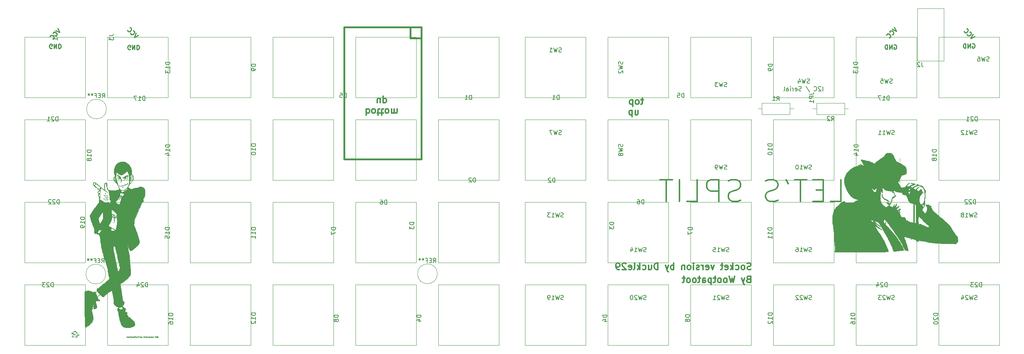
<source format=gbo>
G04 #@! TF.FileFunction,Legend,Bot*
%FSLAX46Y46*%
G04 Gerber Fmt 4.6, Leading zero omitted, Abs format (unit mm)*
G04 Created by KiCad (PCBNEW 4.0.1-stable) date 10-10-2017 08:31:20*
%MOMM*%
G01*
G04 APERTURE LIST*
%ADD10C,0.100000*%
%ADD11C,0.300000*%
%ADD12C,0.250000*%
%ADD13C,0.120000*%
%ADD14C,0.010000*%
%ADD15C,0.381000*%
%ADD16C,0.150000*%
G04 APERTURE END LIST*
D10*
D11*
X202933027Y-120725259D02*
X202718741Y-120796688D01*
X202647313Y-120868116D01*
X202575884Y-121010973D01*
X202575884Y-121225259D01*
X202647313Y-121368116D01*
X202718741Y-121439545D01*
X202861599Y-121510973D01*
X203433027Y-121510973D01*
X203433027Y-120010973D01*
X202933027Y-120010973D01*
X202790170Y-120082402D01*
X202718741Y-120153831D01*
X202647313Y-120296688D01*
X202647313Y-120439545D01*
X202718741Y-120582402D01*
X202790170Y-120653831D01*
X202933027Y-120725259D01*
X203433027Y-120725259D01*
X202075884Y-120510973D02*
X201718741Y-121510973D01*
X201361599Y-120510973D02*
X201718741Y-121510973D01*
X201861599Y-121868116D01*
X201933027Y-121939545D01*
X202075884Y-122010973D01*
X199790170Y-120010973D02*
X199433027Y-121510973D01*
X199147313Y-120439545D01*
X198861599Y-121510973D01*
X198504456Y-120010973D01*
X197718741Y-121510973D02*
X197861599Y-121439545D01*
X197933027Y-121368116D01*
X198004456Y-121225259D01*
X198004456Y-120796688D01*
X197933027Y-120653831D01*
X197861599Y-120582402D01*
X197718741Y-120510973D01*
X197504456Y-120510973D01*
X197361599Y-120582402D01*
X197290170Y-120653831D01*
X197218741Y-120796688D01*
X197218741Y-121225259D01*
X197290170Y-121368116D01*
X197361599Y-121439545D01*
X197504456Y-121510973D01*
X197718741Y-121510973D01*
X196361598Y-121510973D02*
X196504456Y-121439545D01*
X196575884Y-121368116D01*
X196647313Y-121225259D01*
X196647313Y-120796688D01*
X196575884Y-120653831D01*
X196504456Y-120582402D01*
X196361598Y-120510973D01*
X196147313Y-120510973D01*
X196004456Y-120582402D01*
X195933027Y-120653831D01*
X195861598Y-120796688D01*
X195861598Y-121225259D01*
X195933027Y-121368116D01*
X196004456Y-121439545D01*
X196147313Y-121510973D01*
X196361598Y-121510973D01*
X195433027Y-120510973D02*
X194861598Y-120510973D01*
X195218741Y-120010973D02*
X195218741Y-121296688D01*
X195147313Y-121439545D01*
X195004455Y-121510973D01*
X194861598Y-121510973D01*
X194361598Y-120510973D02*
X194361598Y-122010973D01*
X194361598Y-120582402D02*
X194218741Y-120510973D01*
X193933027Y-120510973D01*
X193790170Y-120582402D01*
X193718741Y-120653831D01*
X193647312Y-120796688D01*
X193647312Y-121225259D01*
X193718741Y-121368116D01*
X193790170Y-121439545D01*
X193933027Y-121510973D01*
X194218741Y-121510973D01*
X194361598Y-121439545D01*
X192361598Y-121510973D02*
X192361598Y-120725259D01*
X192433027Y-120582402D01*
X192575884Y-120510973D01*
X192861598Y-120510973D01*
X193004455Y-120582402D01*
X192361598Y-121439545D02*
X192504455Y-121510973D01*
X192861598Y-121510973D01*
X193004455Y-121439545D01*
X193075884Y-121296688D01*
X193075884Y-121153831D01*
X193004455Y-121010973D01*
X192861598Y-120939545D01*
X192504455Y-120939545D01*
X192361598Y-120868116D01*
X191861598Y-120510973D02*
X191290169Y-120510973D01*
X191647312Y-120010973D02*
X191647312Y-121296688D01*
X191575884Y-121439545D01*
X191433026Y-121510973D01*
X191290169Y-121510973D01*
X190575883Y-121510973D02*
X190718741Y-121439545D01*
X190790169Y-121368116D01*
X190861598Y-121225259D01*
X190861598Y-120796688D01*
X190790169Y-120653831D01*
X190718741Y-120582402D01*
X190575883Y-120510973D01*
X190361598Y-120510973D01*
X190218741Y-120582402D01*
X190147312Y-120653831D01*
X190075883Y-120796688D01*
X190075883Y-121225259D01*
X190147312Y-121368116D01*
X190218741Y-121439545D01*
X190361598Y-121510973D01*
X190575883Y-121510973D01*
X189218740Y-121510973D02*
X189361598Y-121439545D01*
X189433026Y-121368116D01*
X189504455Y-121225259D01*
X189504455Y-120796688D01*
X189433026Y-120653831D01*
X189361598Y-120582402D01*
X189218740Y-120510973D01*
X189004455Y-120510973D01*
X188861598Y-120582402D01*
X188790169Y-120653831D01*
X188718740Y-120796688D01*
X188718740Y-121225259D01*
X188790169Y-121368116D01*
X188861598Y-121439545D01*
X189004455Y-121510973D01*
X189218740Y-121510973D01*
X188290169Y-120510973D02*
X187718740Y-120510973D01*
X188075883Y-120010973D02*
X188075883Y-121296688D01*
X188004455Y-121439545D01*
X187861597Y-121510973D01*
X187718740Y-121510973D01*
X203504456Y-118439545D02*
X203290170Y-118510973D01*
X202933027Y-118510973D01*
X202790170Y-118439545D01*
X202718741Y-118368116D01*
X202647313Y-118225259D01*
X202647313Y-118082402D01*
X202718741Y-117939545D01*
X202790170Y-117868116D01*
X202933027Y-117796688D01*
X203218741Y-117725259D01*
X203361599Y-117653831D01*
X203433027Y-117582402D01*
X203504456Y-117439545D01*
X203504456Y-117296688D01*
X203433027Y-117153831D01*
X203361599Y-117082402D01*
X203218741Y-117010973D01*
X202861599Y-117010973D01*
X202647313Y-117082402D01*
X201790170Y-118510973D02*
X201933028Y-118439545D01*
X202004456Y-118368116D01*
X202075885Y-118225259D01*
X202075885Y-117796688D01*
X202004456Y-117653831D01*
X201933028Y-117582402D01*
X201790170Y-117510973D01*
X201575885Y-117510973D01*
X201433028Y-117582402D01*
X201361599Y-117653831D01*
X201290170Y-117796688D01*
X201290170Y-118225259D01*
X201361599Y-118368116D01*
X201433028Y-118439545D01*
X201575885Y-118510973D01*
X201790170Y-118510973D01*
X200004456Y-118439545D02*
X200147313Y-118510973D01*
X200433027Y-118510973D01*
X200575885Y-118439545D01*
X200647313Y-118368116D01*
X200718742Y-118225259D01*
X200718742Y-117796688D01*
X200647313Y-117653831D01*
X200575885Y-117582402D01*
X200433027Y-117510973D01*
X200147313Y-117510973D01*
X200004456Y-117582402D01*
X199361599Y-118510973D02*
X199361599Y-117010973D01*
X199218742Y-117939545D02*
X198790171Y-118510973D01*
X198790171Y-117510973D02*
X199361599Y-118082402D01*
X197575885Y-118439545D02*
X197718742Y-118510973D01*
X198004456Y-118510973D01*
X198147313Y-118439545D01*
X198218742Y-118296688D01*
X198218742Y-117725259D01*
X198147313Y-117582402D01*
X198004456Y-117510973D01*
X197718742Y-117510973D01*
X197575885Y-117582402D01*
X197504456Y-117725259D01*
X197504456Y-117868116D01*
X198218742Y-118010973D01*
X197075885Y-117510973D02*
X196504456Y-117510973D01*
X196861599Y-117010973D02*
X196861599Y-118296688D01*
X196790171Y-118439545D01*
X196647313Y-118510973D01*
X196504456Y-118510973D01*
X195004456Y-117510973D02*
X194647313Y-118510973D01*
X194290171Y-117510973D01*
X193147314Y-118439545D02*
X193290171Y-118510973D01*
X193575885Y-118510973D01*
X193718742Y-118439545D01*
X193790171Y-118296688D01*
X193790171Y-117725259D01*
X193718742Y-117582402D01*
X193575885Y-117510973D01*
X193290171Y-117510973D01*
X193147314Y-117582402D01*
X193075885Y-117725259D01*
X193075885Y-117868116D01*
X193790171Y-118010973D01*
X192433028Y-118510973D02*
X192433028Y-117510973D01*
X192433028Y-117796688D02*
X192361600Y-117653831D01*
X192290171Y-117582402D01*
X192147314Y-117510973D01*
X192004457Y-117510973D01*
X191575886Y-118439545D02*
X191433029Y-118510973D01*
X191147314Y-118510973D01*
X191004457Y-118439545D01*
X190933029Y-118296688D01*
X190933029Y-118225259D01*
X191004457Y-118082402D01*
X191147314Y-118010973D01*
X191361600Y-118010973D01*
X191504457Y-117939545D01*
X191575886Y-117796688D01*
X191575886Y-117725259D01*
X191504457Y-117582402D01*
X191361600Y-117510973D01*
X191147314Y-117510973D01*
X191004457Y-117582402D01*
X190290171Y-118510973D02*
X190290171Y-117510973D01*
X190290171Y-117010973D02*
X190361600Y-117082402D01*
X190290171Y-117153831D01*
X190218743Y-117082402D01*
X190290171Y-117010973D01*
X190290171Y-117153831D01*
X189361599Y-118510973D02*
X189504457Y-118439545D01*
X189575885Y-118368116D01*
X189647314Y-118225259D01*
X189647314Y-117796688D01*
X189575885Y-117653831D01*
X189504457Y-117582402D01*
X189361599Y-117510973D01*
X189147314Y-117510973D01*
X189004457Y-117582402D01*
X188933028Y-117653831D01*
X188861599Y-117796688D01*
X188861599Y-118225259D01*
X188933028Y-118368116D01*
X189004457Y-118439545D01*
X189147314Y-118510973D01*
X189361599Y-118510973D01*
X188218742Y-117510973D02*
X188218742Y-118510973D01*
X188218742Y-117653831D02*
X188147314Y-117582402D01*
X188004456Y-117510973D01*
X187790171Y-117510973D01*
X187647314Y-117582402D01*
X187575885Y-117725259D01*
X187575885Y-118510973D01*
X185718742Y-118510973D02*
X185718742Y-117010973D01*
X185718742Y-117582402D02*
X185575885Y-117510973D01*
X185290171Y-117510973D01*
X185147314Y-117582402D01*
X185075885Y-117653831D01*
X185004456Y-117796688D01*
X185004456Y-118225259D01*
X185075885Y-118368116D01*
X185147314Y-118439545D01*
X185290171Y-118510973D01*
X185575885Y-118510973D01*
X185718742Y-118439545D01*
X184504456Y-117510973D02*
X184147313Y-118510973D01*
X183790171Y-117510973D02*
X184147313Y-118510973D01*
X184290171Y-118868116D01*
X184361599Y-118939545D01*
X184504456Y-119010973D01*
X182075885Y-118510973D02*
X182075885Y-117010973D01*
X181718742Y-117010973D01*
X181504457Y-117082402D01*
X181361599Y-117225259D01*
X181290171Y-117368116D01*
X181218742Y-117653831D01*
X181218742Y-117868116D01*
X181290171Y-118153831D01*
X181361599Y-118296688D01*
X181504457Y-118439545D01*
X181718742Y-118510973D01*
X182075885Y-118510973D01*
X179933028Y-117510973D02*
X179933028Y-118510973D01*
X180575885Y-117510973D02*
X180575885Y-118296688D01*
X180504457Y-118439545D01*
X180361599Y-118510973D01*
X180147314Y-118510973D01*
X180004457Y-118439545D01*
X179933028Y-118368116D01*
X178575885Y-118439545D02*
X178718742Y-118510973D01*
X179004456Y-118510973D01*
X179147314Y-118439545D01*
X179218742Y-118368116D01*
X179290171Y-118225259D01*
X179290171Y-117796688D01*
X179218742Y-117653831D01*
X179147314Y-117582402D01*
X179004456Y-117510973D01*
X178718742Y-117510973D01*
X178575885Y-117582402D01*
X177933028Y-118510973D02*
X177933028Y-117010973D01*
X177790171Y-117939545D02*
X177361600Y-118510973D01*
X177361600Y-117510973D02*
X177933028Y-118082402D01*
X176504456Y-118510973D02*
X176647314Y-118439545D01*
X176718742Y-118296688D01*
X176718742Y-117010973D01*
X175361600Y-118439545D02*
X175504457Y-118510973D01*
X175790171Y-118510973D01*
X175933028Y-118439545D01*
X176004457Y-118296688D01*
X176004457Y-117725259D01*
X175933028Y-117582402D01*
X175790171Y-117510973D01*
X175504457Y-117510973D01*
X175361600Y-117582402D01*
X175290171Y-117725259D01*
X175290171Y-117868116D01*
X176004457Y-118010973D01*
X174718743Y-117153831D02*
X174647314Y-117082402D01*
X174504457Y-117010973D01*
X174147314Y-117010973D01*
X174004457Y-117082402D01*
X173933028Y-117153831D01*
X173861600Y-117296688D01*
X173861600Y-117439545D01*
X173933028Y-117653831D01*
X174790171Y-118510973D01*
X173861600Y-118510973D01*
X173147315Y-118510973D02*
X172861600Y-118510973D01*
X172718743Y-118439545D01*
X172647315Y-118368116D01*
X172504457Y-118153831D01*
X172433029Y-117868116D01*
X172433029Y-117296688D01*
X172504457Y-117153831D01*
X172575886Y-117082402D01*
X172718743Y-117010973D01*
X173004457Y-117010973D01*
X173147315Y-117082402D01*
X173218743Y-117153831D01*
X173290172Y-117296688D01*
X173290172Y-117653831D01*
X173218743Y-117796688D01*
X173147315Y-117868116D01*
X173004457Y-117939545D01*
X172718743Y-117939545D01*
X172575886Y-117868116D01*
X172504457Y-117796688D01*
X172433029Y-117653831D01*
D12*
X254477904Y-66410000D02*
X254573142Y-66362381D01*
X254715999Y-66362381D01*
X254858857Y-66410000D01*
X254954095Y-66505238D01*
X255001714Y-66600476D01*
X255049333Y-66790952D01*
X255049333Y-66933810D01*
X255001714Y-67124286D01*
X254954095Y-67219524D01*
X254858857Y-67314762D01*
X254715999Y-67362381D01*
X254620761Y-67362381D01*
X254477904Y-67314762D01*
X254430285Y-67267143D01*
X254430285Y-66933810D01*
X254620761Y-66933810D01*
X254001714Y-67362381D02*
X254001714Y-66362381D01*
X253430285Y-67362381D01*
X253430285Y-66362381D01*
X252954095Y-67362381D02*
X252954095Y-66362381D01*
X252716000Y-66362381D01*
X252573142Y-66410000D01*
X252477904Y-66505238D01*
X252430285Y-66600476D01*
X252382666Y-66790952D01*
X252382666Y-66933810D01*
X252430285Y-67124286D01*
X252477904Y-67219524D01*
X252573142Y-67314762D01*
X252716000Y-67362381D01*
X252954095Y-67362381D01*
X255046034Y-64671584D02*
X254103225Y-65142988D01*
X254574629Y-64200179D01*
X253295102Y-64200179D02*
X253295102Y-64267522D01*
X253362446Y-64402209D01*
X253429789Y-64469553D01*
X253564477Y-64536897D01*
X253699164Y-64536897D01*
X253800179Y-64503225D01*
X253968538Y-64402210D01*
X254069553Y-64301194D01*
X254170569Y-64132836D01*
X254204240Y-64031820D01*
X254204240Y-63897133D01*
X254136896Y-63762446D01*
X254069553Y-63695102D01*
X253934866Y-63627759D01*
X253867522Y-63627759D01*
X252587996Y-63493072D02*
X252587996Y-63560416D01*
X252655339Y-63695102D01*
X252722683Y-63762446D01*
X252857370Y-63829790D01*
X252992057Y-63829790D01*
X253093072Y-63796118D01*
X253261431Y-63695103D01*
X253362447Y-63594087D01*
X253463462Y-63425729D01*
X253497133Y-63324714D01*
X253497133Y-63190027D01*
X253429789Y-63055339D01*
X253362446Y-62987996D01*
X253227759Y-62920652D01*
X253160416Y-62920652D01*
X236491584Y-62531966D02*
X236962988Y-63474775D01*
X236020179Y-63003371D01*
X236020179Y-64282898D02*
X236087522Y-64282898D01*
X236222209Y-64215554D01*
X236289553Y-64148211D01*
X236356897Y-64013523D01*
X236356897Y-63878836D01*
X236323225Y-63777821D01*
X236222210Y-63609462D01*
X236121194Y-63508447D01*
X235952836Y-63407431D01*
X235851820Y-63373760D01*
X235717133Y-63373760D01*
X235582446Y-63441104D01*
X235515102Y-63508447D01*
X235447759Y-63643134D01*
X235447759Y-63710478D01*
X235313072Y-64990004D02*
X235380416Y-64990004D01*
X235515102Y-64922661D01*
X235582446Y-64855317D01*
X235649790Y-64720630D01*
X235649790Y-64585943D01*
X235616118Y-64484928D01*
X235515103Y-64316569D01*
X235414087Y-64215553D01*
X235245729Y-64114538D01*
X235144714Y-64080867D01*
X235010027Y-64080867D01*
X234875339Y-64148211D01*
X234807996Y-64215554D01*
X234740652Y-64350241D01*
X234740652Y-64417584D01*
X236443904Y-66664000D02*
X236539142Y-66616381D01*
X236681999Y-66616381D01*
X236824857Y-66664000D01*
X236920095Y-66759238D01*
X236967714Y-66854476D01*
X237015333Y-67044952D01*
X237015333Y-67187810D01*
X236967714Y-67378286D01*
X236920095Y-67473524D01*
X236824857Y-67568762D01*
X236681999Y-67616381D01*
X236586761Y-67616381D01*
X236443904Y-67568762D01*
X236396285Y-67521143D01*
X236396285Y-67187810D01*
X236586761Y-67187810D01*
X235967714Y-67616381D02*
X235967714Y-66616381D01*
X235396285Y-67616381D01*
X235396285Y-66616381D01*
X234920095Y-67616381D02*
X234920095Y-66616381D01*
X234682000Y-66616381D01*
X234539142Y-66664000D01*
X234443904Y-66759238D01*
X234396285Y-66854476D01*
X234348666Y-67044952D01*
X234348666Y-67187810D01*
X234396285Y-67378286D01*
X234443904Y-67473524D01*
X234539142Y-67568762D01*
X234682000Y-67616381D01*
X234920095Y-67616381D01*
D11*
X178714286Y-79358571D02*
X178142857Y-79358571D01*
X178500000Y-78858571D02*
X178500000Y-80144286D01*
X178428572Y-80287143D01*
X178285714Y-80358571D01*
X178142857Y-80358571D01*
X177428571Y-80358571D02*
X177571429Y-80287143D01*
X177642857Y-80215714D01*
X177714286Y-80072857D01*
X177714286Y-79644286D01*
X177642857Y-79501429D01*
X177571429Y-79430000D01*
X177428571Y-79358571D01*
X177214286Y-79358571D01*
X177071429Y-79430000D01*
X177000000Y-79501429D01*
X176928571Y-79644286D01*
X176928571Y-80072857D01*
X177000000Y-80215714D01*
X177071429Y-80287143D01*
X177214286Y-80358571D01*
X177428571Y-80358571D01*
X176285714Y-79358571D02*
X176285714Y-80858571D01*
X176285714Y-79430000D02*
X176142857Y-79358571D01*
X175857143Y-79358571D01*
X175714286Y-79430000D01*
X175642857Y-79501429D01*
X175571428Y-79644286D01*
X175571428Y-80072857D01*
X175642857Y-80215714D01*
X175714286Y-80287143D01*
X175857143Y-80358571D01*
X176142857Y-80358571D01*
X176285714Y-80287143D01*
X176857143Y-81758571D02*
X176857143Y-82758571D01*
X177500000Y-81758571D02*
X177500000Y-82544286D01*
X177428572Y-82687143D01*
X177285714Y-82758571D01*
X177071429Y-82758571D01*
X176928572Y-82687143D01*
X176857143Y-82615714D01*
X176142857Y-81758571D02*
X176142857Y-83258571D01*
X176142857Y-81830000D02*
X176000000Y-81758571D01*
X175714286Y-81758571D01*
X175571429Y-81830000D01*
X175500000Y-81901429D01*
X175428571Y-82044286D01*
X175428571Y-82472857D01*
X175500000Y-82615714D01*
X175571429Y-82687143D01*
X175714286Y-82758571D01*
X176000000Y-82758571D01*
X176142857Y-82687143D01*
X221845238Y-102761905D02*
X224226191Y-102761905D01*
X224226191Y-97761905D01*
X220178572Y-100142857D02*
X218511905Y-100142857D01*
X217797619Y-102761905D02*
X220178572Y-102761905D01*
X220178572Y-97761905D01*
X217797619Y-97761905D01*
X216369048Y-97761905D02*
X213511905Y-97761905D01*
X214940476Y-102761905D02*
X214940476Y-97761905D01*
X211607143Y-97761905D02*
X212083333Y-98714286D01*
X209702381Y-102523810D02*
X208988095Y-102761905D01*
X207797619Y-102761905D01*
X207321429Y-102523810D01*
X207083333Y-102285714D01*
X206845238Y-101809524D01*
X206845238Y-101333333D01*
X207083333Y-100857143D01*
X207321429Y-100619048D01*
X207797619Y-100380952D01*
X208750000Y-100142857D01*
X209226191Y-99904762D01*
X209464286Y-99666667D01*
X209702381Y-99190476D01*
X209702381Y-98714286D01*
X209464286Y-98238095D01*
X209226191Y-98000000D01*
X208750000Y-97761905D01*
X207559524Y-97761905D01*
X206845238Y-98000000D01*
X201130952Y-102523810D02*
X200416666Y-102761905D01*
X199226190Y-102761905D01*
X198750000Y-102523810D01*
X198511904Y-102285714D01*
X198273809Y-101809524D01*
X198273809Y-101333333D01*
X198511904Y-100857143D01*
X198750000Y-100619048D01*
X199226190Y-100380952D01*
X200178571Y-100142857D01*
X200654762Y-99904762D01*
X200892857Y-99666667D01*
X201130952Y-99190476D01*
X201130952Y-98714286D01*
X200892857Y-98238095D01*
X200654762Y-98000000D01*
X200178571Y-97761905D01*
X198988095Y-97761905D01*
X198273809Y-98000000D01*
X196130952Y-102761905D02*
X196130952Y-97761905D01*
X194226190Y-97761905D01*
X193749999Y-98000000D01*
X193511904Y-98238095D01*
X193273809Y-98714286D01*
X193273809Y-99428571D01*
X193511904Y-99904762D01*
X193749999Y-100142857D01*
X194226190Y-100380952D01*
X196130952Y-100380952D01*
X188749999Y-102761905D02*
X191130952Y-102761905D01*
X191130952Y-97761905D01*
X187083333Y-102761905D02*
X187083333Y-97761905D01*
X185416667Y-97761905D02*
X182559524Y-97761905D01*
X183988095Y-102761905D02*
X183988095Y-97761905D01*
X114932286Y-81401429D02*
X114932286Y-82901429D01*
X114932286Y-82330000D02*
X115075143Y-82401429D01*
X115360857Y-82401429D01*
X115503714Y-82330000D01*
X115575143Y-82258571D01*
X115646572Y-82115714D01*
X115646572Y-81687143D01*
X115575143Y-81544286D01*
X115503714Y-81472857D01*
X115360857Y-81401429D01*
X115075143Y-81401429D01*
X114932286Y-81472857D01*
X116503715Y-81401429D02*
X116360857Y-81472857D01*
X116289429Y-81544286D01*
X116218000Y-81687143D01*
X116218000Y-82115714D01*
X116289429Y-82258571D01*
X116360857Y-82330000D01*
X116503715Y-82401429D01*
X116718000Y-82401429D01*
X116860857Y-82330000D01*
X116932286Y-82258571D01*
X117003715Y-82115714D01*
X117003715Y-81687143D01*
X116932286Y-81544286D01*
X116860857Y-81472857D01*
X116718000Y-81401429D01*
X116503715Y-81401429D01*
X117432286Y-82401429D02*
X118003715Y-82401429D01*
X117646572Y-82901429D02*
X117646572Y-81615714D01*
X117718000Y-81472857D01*
X117860858Y-81401429D01*
X118003715Y-81401429D01*
X118289429Y-82401429D02*
X118860858Y-82401429D01*
X118503715Y-82901429D02*
X118503715Y-81615714D01*
X118575143Y-81472857D01*
X118718001Y-81401429D01*
X118860858Y-81401429D01*
X119575144Y-81401429D02*
X119432286Y-81472857D01*
X119360858Y-81544286D01*
X119289429Y-81687143D01*
X119289429Y-82115714D01*
X119360858Y-82258571D01*
X119432286Y-82330000D01*
X119575144Y-82401429D01*
X119789429Y-82401429D01*
X119932286Y-82330000D01*
X120003715Y-82258571D01*
X120075144Y-82115714D01*
X120075144Y-81687143D01*
X120003715Y-81544286D01*
X119932286Y-81472857D01*
X119789429Y-81401429D01*
X119575144Y-81401429D01*
X120718001Y-81401429D02*
X120718001Y-82401429D01*
X120718001Y-82258571D02*
X120789429Y-82330000D01*
X120932287Y-82401429D01*
X121146572Y-82401429D01*
X121289429Y-82330000D01*
X121360858Y-82187143D01*
X121360858Y-81401429D01*
X121360858Y-82187143D02*
X121432287Y-82330000D01*
X121575144Y-82401429D01*
X121789429Y-82401429D01*
X121932287Y-82330000D01*
X122003715Y-82187143D01*
X122003715Y-81401429D01*
X118110857Y-80001429D02*
X118110857Y-79001429D01*
X117468000Y-80001429D02*
X117468000Y-79215714D01*
X117539428Y-79072857D01*
X117682286Y-79001429D01*
X117896571Y-79001429D01*
X118039428Y-79072857D01*
X118110857Y-79144286D01*
X118825143Y-80001429D02*
X118825143Y-78501429D01*
X118825143Y-79930000D02*
X118968000Y-80001429D01*
X119253714Y-80001429D01*
X119396571Y-79930000D01*
X119468000Y-79858571D01*
X119539429Y-79715714D01*
X119539429Y-79287143D01*
X119468000Y-79144286D01*
X119396571Y-79072857D01*
X119253714Y-79001429D01*
X118968000Y-79001429D01*
X118825143Y-79072857D01*
D12*
X60556096Y-67664000D02*
X60460858Y-67711619D01*
X60318001Y-67711619D01*
X60175143Y-67664000D01*
X60079905Y-67568762D01*
X60032286Y-67473524D01*
X59984667Y-67283048D01*
X59984667Y-67140190D01*
X60032286Y-66949714D01*
X60079905Y-66854476D01*
X60175143Y-66759238D01*
X60318001Y-66711619D01*
X60413239Y-66711619D01*
X60556096Y-66759238D01*
X60603715Y-66806857D01*
X60603715Y-67140190D01*
X60413239Y-67140190D01*
X61032286Y-66711619D02*
X61032286Y-67711619D01*
X61603715Y-66711619D01*
X61603715Y-67711619D01*
X62079905Y-66711619D02*
X62079905Y-67711619D01*
X62318000Y-67711619D01*
X62460858Y-67664000D01*
X62556096Y-67568762D01*
X62603715Y-67473524D01*
X62651334Y-67283048D01*
X62651334Y-67140190D01*
X62603715Y-66949714D01*
X62556096Y-66854476D01*
X62460858Y-66759238D01*
X62318000Y-66711619D01*
X62079905Y-66711619D01*
X62394034Y-64417584D02*
X61451225Y-64888988D01*
X61922629Y-63946179D01*
X60643102Y-63946179D02*
X60643102Y-64013522D01*
X60710446Y-64148209D01*
X60777789Y-64215553D01*
X60912477Y-64282897D01*
X61047164Y-64282897D01*
X61148179Y-64249225D01*
X61316538Y-64148210D01*
X61417553Y-64047194D01*
X61518569Y-63878836D01*
X61552240Y-63777820D01*
X61552240Y-63643133D01*
X61484896Y-63508446D01*
X61417553Y-63441102D01*
X61282866Y-63373759D01*
X61215522Y-63373759D01*
X59935996Y-63239072D02*
X59935996Y-63306416D01*
X60003339Y-63441102D01*
X60070683Y-63508446D01*
X60205370Y-63575790D01*
X60340057Y-63575790D01*
X60441072Y-63542118D01*
X60609431Y-63441103D01*
X60710447Y-63340087D01*
X60811462Y-63171729D01*
X60845133Y-63070714D01*
X60845133Y-62936027D01*
X60777789Y-62801339D01*
X60710446Y-62733996D01*
X60575759Y-62666652D01*
X60508416Y-62666652D01*
X43845754Y-62837564D02*
X44317158Y-63780373D01*
X43374349Y-63308969D01*
X43374349Y-64588496D02*
X43441692Y-64588496D01*
X43576379Y-64521152D01*
X43643723Y-64453809D01*
X43711067Y-64319121D01*
X43711067Y-64184434D01*
X43677395Y-64083419D01*
X43576380Y-63915060D01*
X43475364Y-63814045D01*
X43307006Y-63713029D01*
X43205990Y-63679358D01*
X43071303Y-63679358D01*
X42936616Y-63746702D01*
X42869272Y-63814045D01*
X42801929Y-63948732D01*
X42801929Y-64016076D01*
X42667242Y-65295602D02*
X42734586Y-65295602D01*
X42869272Y-65228259D01*
X42936616Y-65160915D01*
X43003960Y-65026228D01*
X43003960Y-64891541D01*
X42970288Y-64790526D01*
X42869273Y-64622167D01*
X42768257Y-64521151D01*
X42599899Y-64420136D01*
X42498884Y-64386465D01*
X42364197Y-64386465D01*
X42229509Y-64453809D01*
X42162166Y-64521152D01*
X42094822Y-64655839D01*
X42094822Y-64723182D01*
X42522096Y-67410000D02*
X42426858Y-67457619D01*
X42284001Y-67457619D01*
X42141143Y-67410000D01*
X42045905Y-67314762D01*
X41998286Y-67219524D01*
X41950667Y-67029048D01*
X41950667Y-66886190D01*
X41998286Y-66695714D01*
X42045905Y-66600476D01*
X42141143Y-66505238D01*
X42284001Y-66457619D01*
X42379239Y-66457619D01*
X42522096Y-66505238D01*
X42569715Y-66552857D01*
X42569715Y-66886190D01*
X42379239Y-66886190D01*
X42998286Y-66457619D02*
X42998286Y-67457619D01*
X43569715Y-66457619D01*
X43569715Y-67457619D01*
X44045905Y-66457619D02*
X44045905Y-67457619D01*
X44284000Y-67457619D01*
X44426858Y-67410000D01*
X44522096Y-67314762D01*
X44569715Y-67219524D01*
X44617334Y-67029048D01*
X44617334Y-66886190D01*
X44569715Y-66695714D01*
X44522096Y-66600476D01*
X44426858Y-66505238D01*
X44284000Y-66457619D01*
X44045905Y-66457619D01*
D10*
X247905000Y-58265000D02*
X241805000Y-58265000D01*
X247905000Y-70365000D02*
X247905000Y-58265000D01*
X241805000Y-70365000D02*
X247905000Y-70365000D01*
X241805000Y-58265000D02*
X241805000Y-70365000D01*
D13*
X218629000Y-82698000D02*
X218629000Y-80078000D01*
X218629000Y-80078000D02*
X225049000Y-80078000D01*
X225049000Y-80078000D02*
X225049000Y-82698000D01*
X225049000Y-82698000D02*
X218629000Y-82698000D01*
X217739000Y-81388000D02*
X218629000Y-81388000D01*
X225939000Y-81388000D02*
X225049000Y-81388000D01*
X212476000Y-80078000D02*
X212476000Y-82698000D01*
X212476000Y-82698000D02*
X206056000Y-82698000D01*
X206056000Y-82698000D02*
X206056000Y-80078000D01*
X206056000Y-80078000D02*
X212476000Y-80078000D01*
X213366000Y-81388000D02*
X212476000Y-81388000D01*
X205166000Y-81388000D02*
X206056000Y-81388000D01*
D14*
G36*
X235294901Y-91569754D02*
X235136107Y-91573884D01*
X234992855Y-91581281D01*
X234878300Y-91591839D01*
X234805596Y-91605455D01*
X234793692Y-91610237D01*
X234679086Y-91678529D01*
X234585470Y-91753944D01*
X234497879Y-91851481D01*
X234401350Y-91986139D01*
X234367500Y-92037413D01*
X234227016Y-92236948D01*
X234083678Y-92402780D01*
X233922356Y-92548959D01*
X233727917Y-92689534D01*
X233538090Y-92807558D01*
X233406322Y-92886399D01*
X233295307Y-92954319D01*
X233216056Y-93004476D01*
X233179576Y-93030026D01*
X233178750Y-93030905D01*
X233146943Y-93058107D01*
X233077704Y-93111459D01*
X232985193Y-93180087D01*
X232972375Y-93189433D01*
X232853075Y-93278598D01*
X232703927Y-93393550D01*
X232539086Y-93523023D01*
X232372707Y-93655754D01*
X232218941Y-93780479D01*
X232091943Y-93885932D01*
X232027471Y-93941438D01*
X231908066Y-94046953D01*
X231694096Y-93940444D01*
X231577391Y-93885488D01*
X231422520Y-93816912D01*
X231250587Y-93743882D01*
X231099125Y-93682089D01*
X230951259Y-93621631D01*
X230822289Y-93566063D01*
X230725190Y-93521173D01*
X230672936Y-93492747D01*
X230670500Y-93490889D01*
X230613172Y-93464148D01*
X230585081Y-93465282D01*
X230532243Y-93465653D01*
X230448650Y-93449330D01*
X230426331Y-93443106D01*
X230076117Y-93345296D01*
X229745140Y-93264975D01*
X229443986Y-93204353D01*
X229183245Y-93165640D01*
X229036146Y-93153044D01*
X228916782Y-93149270D01*
X228847093Y-93154824D01*
X228813643Y-93172017D01*
X228804449Y-93192939D01*
X228817259Y-93233509D01*
X228858123Y-93318620D01*
X228921639Y-93438839D01*
X229002404Y-93584737D01*
X229095017Y-93746883D01*
X229194076Y-93915844D01*
X229294176Y-94082190D01*
X229389918Y-94236491D01*
X229475897Y-94369315D01*
X229492236Y-94393640D01*
X229542833Y-94476291D01*
X229570852Y-94538033D01*
X229572585Y-94558609D01*
X229538558Y-94559212D01*
X229467138Y-94534854D01*
X229407626Y-94507474D01*
X229280679Y-94449530D01*
X229142242Y-94394582D01*
X229098875Y-94379400D01*
X228978792Y-94334479D01*
X228840586Y-94275645D01*
X228757563Y-94236742D01*
X228646732Y-94189621D01*
X228585863Y-94180120D01*
X228576592Y-94206148D01*
X228620556Y-94265615D01*
X228686125Y-94327990D01*
X228764634Y-94402040D01*
X228791906Y-94443416D01*
X228768700Y-94455897D01*
X228709938Y-94446628D01*
X228570286Y-94417888D01*
X228423449Y-94393055D01*
X228283850Y-94373906D01*
X228165915Y-94362217D01*
X228084065Y-94359765D01*
X228054059Y-94365831D01*
X228047689Y-94406893D01*
X228078265Y-94455701D01*
X228127862Y-94488047D01*
X228146746Y-94491000D01*
X228198973Y-94509631D01*
X228260116Y-94550233D01*
X228292684Y-94578467D01*
X228299765Y-94597003D01*
X228272307Y-94609334D01*
X228201256Y-94618950D01*
X228077558Y-94629345D01*
X228049321Y-94631543D01*
X227751514Y-94669210D01*
X227482737Y-94732054D01*
X227254896Y-94816761D01*
X227122926Y-94889397D01*
X227033098Y-94946600D01*
X226964922Y-94986257D01*
X226935865Y-94999000D01*
X226901928Y-95014951D01*
X226826756Y-95058029D01*
X226722555Y-95121065D01*
X226636213Y-95174910D01*
X226475910Y-95285630D01*
X226312309Y-95419471D01*
X226133072Y-95587066D01*
X225991090Y-95730787D01*
X225780257Y-95959590D01*
X225612444Y-96166520D01*
X225478068Y-96365270D01*
X225367543Y-96569531D01*
X225303222Y-96713500D01*
X225257104Y-96816612D01*
X225214030Y-96900111D01*
X225190984Y-96935750D01*
X225159391Y-96997346D01*
X225132249Y-97088197D01*
X225128439Y-97106911D01*
X225102118Y-97210638D01*
X225061247Y-97334170D01*
X225038607Y-97392661D01*
X224997398Y-97542733D01*
X224973793Y-97739437D01*
X224966804Y-97968686D01*
X224975446Y-98216393D01*
X224998733Y-98468473D01*
X225035679Y-98710838D01*
X225085296Y-98929403D01*
X225146601Y-99110080D01*
X225161096Y-99142375D01*
X225192571Y-99217694D01*
X225235330Y-99331596D01*
X225281229Y-99462208D01*
X225291144Y-99491625D01*
X225424698Y-99840682D01*
X225594131Y-100203294D01*
X225790798Y-100564835D01*
X226006054Y-100910678D01*
X226231254Y-101226198D01*
X226457753Y-101496768D01*
X226507311Y-101549234D01*
X226654016Y-101684774D01*
X226832409Y-101825722D01*
X227020231Y-101955916D01*
X227195225Y-102059196D01*
X227241500Y-102082329D01*
X227323587Y-102116712D01*
X227444115Y-102161851D01*
X227580921Y-102209542D01*
X227622500Y-102223342D01*
X227758200Y-102267855D01*
X227883126Y-102308953D01*
X227975939Y-102339612D01*
X227995563Y-102346135D01*
X228071987Y-102381137D01*
X228092789Y-102423293D01*
X228058742Y-102482843D01*
X228009701Y-102533684D01*
X227938051Y-102588790D01*
X227857113Y-102613877D01*
X227761015Y-102619000D01*
X227660543Y-102623680D01*
X227595097Y-102646592D01*
X227536392Y-102701042D01*
X227504336Y-102739755D01*
X227373264Y-102856330D01*
X227268835Y-102904224D01*
X227176928Y-102936477D01*
X227108966Y-102966076D01*
X227094330Y-102974834D01*
X227037486Y-102993822D01*
X226927993Y-103010332D01*
X226776669Y-103023929D01*
X226594332Y-103034178D01*
X226391800Y-103040646D01*
X226179890Y-103042896D01*
X225969422Y-103040495D01*
X225771212Y-103033007D01*
X225720850Y-103030034D01*
X225547856Y-103018206D01*
X225395943Y-103006502D01*
X225277019Y-102995942D01*
X225202992Y-102987545D01*
X225185688Y-102984203D01*
X225157600Y-102945907D01*
X225148401Y-102888875D01*
X224923750Y-102888875D01*
X224907875Y-102904750D01*
X224892000Y-102888875D01*
X224907875Y-102873000D01*
X224923750Y-102888875D01*
X225148401Y-102888875D01*
X225146000Y-102873996D01*
X225146000Y-102777750D01*
X224939625Y-102777750D01*
X224823867Y-102780929D01*
X224759527Y-102792290D01*
X224734762Y-102814566D01*
X224733250Y-102825375D01*
X224705675Y-102863694D01*
X224654340Y-102873000D01*
X224549863Y-102894918D01*
X224419329Y-102953973D01*
X224279172Y-103040117D01*
X224145828Y-103143300D01*
X224039699Y-103248806D01*
X223914767Y-103387279D01*
X223774423Y-103530804D01*
X223627209Y-103671901D01*
X223481665Y-103803091D01*
X223346332Y-103916892D01*
X223229751Y-104005824D01*
X223140461Y-104062406D01*
X223091272Y-104079500D01*
X223063013Y-104107017D01*
X223039638Y-104173626D01*
X223038839Y-104177496D01*
X223005926Y-104254720D01*
X222942626Y-104346611D01*
X222863321Y-104437347D01*
X222782395Y-104511108D01*
X222714234Y-104552073D01*
X222694944Y-104555750D01*
X222657820Y-104568397D01*
X222640731Y-104616526D01*
X222637084Y-104690687D01*
X222627261Y-104784514D01*
X222601750Y-104914396D01*
X222565482Y-105056329D01*
X222553906Y-105095500D01*
X222508275Y-105253905D01*
X222463851Y-105423372D01*
X222429321Y-105570556D01*
X222425742Y-105587625D01*
X222394130Y-105725379D01*
X222357575Y-105861327D01*
X222328520Y-105952750D01*
X222311237Y-106013419D01*
X222297426Y-106094375D01*
X222286531Y-106203668D01*
X222277995Y-106349350D01*
X222271260Y-106539473D01*
X222265769Y-106782090D01*
X222263957Y-106885838D01*
X222260303Y-107152550D01*
X222259698Y-107365842D01*
X222263036Y-107535759D01*
X222271212Y-107672344D01*
X222285119Y-107785642D01*
X222305651Y-107885696D01*
X222333704Y-107982550D01*
X222370170Y-108086250D01*
X222371035Y-108088580D01*
X222395291Y-108196790D01*
X222410238Y-108363587D01*
X222415496Y-108584686D01*
X222415500Y-108591781D01*
X222419255Y-108798176D01*
X222430943Y-108948202D01*
X222451201Y-109048570D01*
X222461389Y-109075326D01*
X222495801Y-109166395D01*
X222523042Y-109277879D01*
X222543783Y-109417189D01*
X222558695Y-109591735D01*
X222568449Y-109808924D01*
X222573714Y-110076166D01*
X222575147Y-110332143D01*
X222576161Y-110592187D01*
X222579117Y-110802142D01*
X222584882Y-110975412D01*
X222594326Y-111125400D01*
X222608317Y-111265509D01*
X222627723Y-111409141D01*
X222653414Y-111569699D01*
X222656561Y-111588375D01*
X222689739Y-111803512D01*
X222721539Y-112043118D01*
X222748473Y-112278841D01*
X222767053Y-112482330D01*
X222767852Y-112493250D01*
X222781955Y-112666187D01*
X222798285Y-112829464D01*
X222814921Y-112965813D01*
X222829941Y-113057966D01*
X222831432Y-113064750D01*
X222851490Y-113177074D01*
X222867678Y-113314735D01*
X222879393Y-113463450D01*
X222886028Y-113608940D01*
X222886978Y-113736924D01*
X222881638Y-113833121D01*
X222869401Y-113883251D01*
X222866271Y-113886374D01*
X222847422Y-113926258D01*
X222828466Y-114013052D01*
X222812737Y-114130262D01*
X222809127Y-114169122D01*
X222787371Y-114430000D01*
X228983186Y-114430000D01*
X229605474Y-114429888D01*
X230210609Y-114429561D01*
X230795547Y-114429030D01*
X231357245Y-114428304D01*
X231892660Y-114427396D01*
X232398750Y-114426316D01*
X232872472Y-114425074D01*
X233310782Y-114423682D01*
X233710638Y-114422150D01*
X234068997Y-114420489D01*
X234382816Y-114418711D01*
X234649053Y-114416826D01*
X234864664Y-114414844D01*
X235026606Y-114412777D01*
X235131837Y-114410636D01*
X235177313Y-114408430D01*
X235179000Y-114407913D01*
X235167300Y-114361215D01*
X235134616Y-114265175D01*
X235084570Y-114128987D01*
X235020786Y-113961848D01*
X234946887Y-113772952D01*
X234866498Y-113571495D01*
X234783240Y-113366673D01*
X234700739Y-113167681D01*
X234622616Y-112983715D01*
X234572924Y-112869814D01*
X234495606Y-112694433D01*
X234427936Y-112539737D01*
X234373829Y-112414772D01*
X234337197Y-112328587D01*
X234321957Y-112290229D01*
X234321750Y-112289240D01*
X234306304Y-112248700D01*
X234262870Y-112161211D01*
X234195808Y-112034467D01*
X234109479Y-111876163D01*
X234008242Y-111693993D01*
X233896456Y-111495652D01*
X233778482Y-111288834D01*
X233658679Y-111081234D01*
X233541407Y-110880546D01*
X233431026Y-110694465D01*
X233331895Y-110530686D01*
X233259019Y-110413625D01*
X233111197Y-110181705D01*
X232951198Y-109932679D01*
X232785984Y-109677225D01*
X232622520Y-109426022D01*
X232467766Y-109189748D01*
X232328685Y-108979081D01*
X232212240Y-108804702D01*
X232153925Y-108718701D01*
X232065412Y-108586712D01*
X231993224Y-108474008D01*
X231943435Y-108390473D01*
X231922117Y-108345991D01*
X231922244Y-108341672D01*
X231954635Y-108349510D01*
X232023751Y-108385367D01*
X232105863Y-108435889D01*
X232363824Y-108603419D01*
X232587793Y-108746644D01*
X232774194Y-108863362D01*
X232919446Y-108951370D01*
X233019974Y-109008466D01*
X233072197Y-109032448D01*
X233076122Y-109033076D01*
X233111962Y-109047971D01*
X233190114Y-109087688D01*
X233297751Y-109145551D01*
X233382016Y-109192290D01*
X233501051Y-109257070D01*
X233598280Y-109306160D01*
X233661452Y-109333600D01*
X233678883Y-109336701D01*
X233684503Y-109316119D01*
X233663532Y-109284849D01*
X233609902Y-109237918D01*
X233517549Y-109170355D01*
X233380405Y-109077187D01*
X233286416Y-109015024D01*
X233085006Y-108880943D01*
X232927594Y-108771239D01*
X232803934Y-108677280D01*
X232703780Y-108590432D01*
X232616883Y-108502062D01*
X232532999Y-108403538D01*
X232478773Y-108334559D01*
X232408630Y-108245949D01*
X232347068Y-108172287D01*
X232320373Y-108142931D01*
X232272364Y-108088238D01*
X232207327Y-108006952D01*
X232177498Y-107967773D01*
X232108906Y-107878742D01*
X232046009Y-107801406D01*
X232026426Y-107778863D01*
X231993854Y-107727564D01*
X232003702Y-107704391D01*
X232041892Y-107718393D01*
X232114664Y-107765542D01*
X232208953Y-107837010D01*
X232251151Y-107871588D01*
X232385722Y-107980318D01*
X232539454Y-108098018D01*
X232703281Y-108218450D01*
X232868142Y-108335380D01*
X233024972Y-108442570D01*
X233164707Y-108533785D01*
X233278286Y-108602789D01*
X233356643Y-108643345D01*
X233384666Y-108651500D01*
X233397904Y-108634157D01*
X233368123Y-108587875D01*
X233303506Y-108521269D01*
X233212235Y-108442957D01*
X233122770Y-108375715D01*
X232858799Y-108185471D01*
X232616655Y-108004272D01*
X232400907Y-107835960D01*
X232216128Y-107684375D01*
X232066889Y-107553360D01*
X231957760Y-107446756D01*
X231893314Y-107368405D01*
X231877000Y-107328842D01*
X231882442Y-107297998D01*
X231908075Y-107289316D01*
X231967865Y-107302903D01*
X232050564Y-107330185D01*
X232157154Y-107361485D01*
X232288798Y-107393185D01*
X232363264Y-107408319D01*
X232516515Y-107454404D01*
X232677230Y-107531791D01*
X232826720Y-107628798D01*
X232946296Y-107733743D01*
X233004125Y-107808934D01*
X233041892Y-107872043D01*
X233106125Y-107977545D01*
X233189758Y-108113909D01*
X233285724Y-108269604D01*
X233358926Y-108387904D01*
X233478933Y-108585444D01*
X233609149Y-108806312D01*
X233736296Y-109027594D01*
X233847097Y-109226375D01*
X233879616Y-109286500D01*
X233986840Y-109484344D01*
X234110208Y-109708030D01*
X234234624Y-109930385D01*
X234344993Y-110124242D01*
X234347087Y-110127875D01*
X234452291Y-110310607D01*
X234566453Y-110509468D01*
X234676335Y-110701366D01*
X234768698Y-110863209D01*
X234774838Y-110874000D01*
X234865238Y-111032321D01*
X234959749Y-111196899D01*
X235045383Y-111345160D01*
X235094539Y-111429625D01*
X235249022Y-111709663D01*
X235413478Y-112036120D01*
X235581471Y-112394070D01*
X235746568Y-112768587D01*
X235902334Y-113144747D01*
X236042334Y-113507624D01*
X236160133Y-113842293D01*
X236227934Y-114058583D01*
X236300478Y-114306291D01*
X236462052Y-114288125D01*
X236541824Y-114279773D01*
X236672815Y-114266770D01*
X236843009Y-114250277D01*
X237040392Y-114231455D01*
X237252949Y-114211465D01*
X237321158Y-114205109D01*
X237538524Y-114183644D01*
X237746777Y-114160772D01*
X237933279Y-114138056D01*
X238085396Y-114117060D01*
X238190490Y-114099349D01*
X238210158Y-114095099D01*
X238339979Y-114069841D01*
X238468779Y-114053240D01*
X238536563Y-114049469D01*
X238618995Y-114043691D01*
X238666733Y-114029716D01*
X238671500Y-114022811D01*
X238657883Y-113955344D01*
X238619743Y-113841118D01*
X238561146Y-113690073D01*
X238486159Y-113512147D01*
X238398849Y-113317282D01*
X238303282Y-113115417D01*
X238284964Y-113077981D01*
X238184559Y-112886784D01*
X238053335Y-112656543D01*
X237897727Y-112397071D01*
X237724172Y-112118179D01*
X237539109Y-111829679D01*
X237348974Y-111541382D01*
X237160205Y-111263099D01*
X236979239Y-111004642D01*
X236812513Y-110775823D01*
X236666464Y-110586453D01*
X236588984Y-110493000D01*
X236420060Y-110296820D01*
X236284220Y-110138163D01*
X236172784Y-110006719D01*
X236077072Y-109892177D01*
X235988401Y-109784228D01*
X235898091Y-109672562D01*
X235896370Y-109670421D01*
X235747337Y-109488897D01*
X235583208Y-109296955D01*
X235397184Y-109086974D01*
X235182463Y-108851331D01*
X234932244Y-108582403D01*
X234804222Y-108446345D01*
X234652976Y-108283502D01*
X234543671Y-108159412D01*
X234472300Y-108068998D01*
X234434856Y-108007184D01*
X234427332Y-107968892D01*
X234427336Y-107968875D01*
X234442907Y-107904672D01*
X234469007Y-107804011D01*
X234492486Y-107716396D01*
X234520437Y-107588222D01*
X234520890Y-107512012D01*
X234512713Y-107496262D01*
X234484360Y-107478158D01*
X234460526Y-107493887D01*
X234436570Y-107552034D01*
X234407850Y-107661182D01*
X234396026Y-107712090D01*
X234367594Y-107817147D01*
X234338743Y-107892236D01*
X234315677Y-107921247D01*
X234315503Y-107921250D01*
X234276670Y-107899548D01*
X234214138Y-107844219D01*
X234175220Y-107803920D01*
X234124337Y-107745789D01*
X234092794Y-107695385D01*
X234076033Y-107635388D01*
X234069497Y-107548478D01*
X234068878Y-107455265D01*
X233970269Y-107455265D01*
X233962029Y-107520200D01*
X233927904Y-107535807D01*
X233920341Y-107534640D01*
X233859720Y-107500519D01*
X233835321Y-107472189D01*
X233822275Y-107416171D01*
X233855731Y-107366734D01*
X233898687Y-107310095D01*
X233911232Y-107276044D01*
X233919497Y-107259480D01*
X233935178Y-107287866D01*
X233952612Y-107344014D01*
X233966139Y-107410736D01*
X233970269Y-107455265D01*
X234068878Y-107455265D01*
X234068626Y-107417333D01*
X234068681Y-107399108D01*
X234070340Y-107260872D01*
X234073182Y-107221886D01*
X231713755Y-107221886D01*
X231706387Y-107280871D01*
X231652981Y-107375652D01*
X231583110Y-107468736D01*
X231514447Y-107552399D01*
X231463417Y-107612235D01*
X231440959Y-107635420D01*
X231440911Y-107635424D01*
X231421457Y-107610723D01*
X231374080Y-107543462D01*
X231305956Y-107443997D01*
X231226599Y-107326179D01*
X231145122Y-107201093D01*
X231078759Y-107093028D01*
X231034621Y-107013994D01*
X231019750Y-106976929D01*
X231039117Y-106940434D01*
X231088925Y-106947537D01*
X231156735Y-106995004D01*
X231180805Y-107018828D01*
X231260341Y-107079231D01*
X231345090Y-107087826D01*
X231408090Y-107085491D01*
X231432500Y-107097396D01*
X231459052Y-107123492D01*
X231522654Y-107156396D01*
X231599230Y-107185725D01*
X231664701Y-107201097D01*
X231674101Y-107201583D01*
X231713755Y-107221886D01*
X234073182Y-107221886D01*
X234076592Y-107175125D01*
X232067500Y-107175125D01*
X232051625Y-107191000D01*
X232035750Y-107175125D01*
X232051625Y-107159250D01*
X232067500Y-107175125D01*
X234076592Y-107175125D01*
X234077033Y-107169090D01*
X234092955Y-107106718D01*
X234122302Y-107056716D01*
X234165408Y-107006283D01*
X234229384Y-106944907D01*
X234266195Y-106921125D01*
X233496250Y-106921125D01*
X233480375Y-106937000D01*
X233464500Y-106921125D01*
X233480375Y-106905250D01*
X233496250Y-106921125D01*
X234266195Y-106921125D01*
X234279312Y-106912651D01*
X234292022Y-106911215D01*
X234321648Y-106938665D01*
X234382308Y-107007222D01*
X234466247Y-107107719D01*
X234565707Y-107230989D01*
X234609522Y-107286431D01*
X234738065Y-107450073D01*
X234888919Y-107642127D01*
X235045174Y-107841067D01*
X235189921Y-108025365D01*
X235220164Y-108063873D01*
X235361832Y-108247239D01*
X235519754Y-108456479D01*
X235676310Y-108667974D01*
X235813878Y-108858106D01*
X235836065Y-108889373D01*
X235966003Y-109073114D01*
X236111655Y-109278946D01*
X236256318Y-109483273D01*
X236383291Y-109662498D01*
X236398088Y-109683375D01*
X236517581Y-109852824D01*
X236646011Y-110036405D01*
X236768346Y-110212553D01*
X236869556Y-110359698D01*
X236873855Y-110366000D01*
X236965175Y-110499873D01*
X237080333Y-110668626D01*
X237207347Y-110854704D01*
X237334235Y-111040554D01*
X237393951Y-111128000D01*
X237632367Y-111482684D01*
X237837694Y-111802024D01*
X238017261Y-112099647D01*
X238178401Y-112389181D01*
X238328442Y-112684257D01*
X238474716Y-112998503D01*
X238624554Y-113345547D01*
X238746677Y-113642973D01*
X238909625Y-114046572D01*
X239157222Y-114047786D01*
X239326748Y-114055927D01*
X239454873Y-114080776D01*
X239536248Y-114112500D01*
X239617260Y-114150345D01*
X239671073Y-114173067D01*
X239681194Y-114176000D01*
X239686736Y-114146944D01*
X239678503Y-114066680D01*
X239658282Y-113945561D01*
X239627864Y-113793942D01*
X239589038Y-113622177D01*
X239576534Y-113570373D01*
X239515668Y-113340561D01*
X239435531Y-113066948D01*
X239340764Y-112764559D01*
X239236005Y-112448421D01*
X239180272Y-112286875D01*
X239130100Y-112140948D01*
X239080270Y-111991902D01*
X239040704Y-111869461D01*
X239037205Y-111858250D01*
X239004666Y-111759486D01*
X238956233Y-111619939D01*
X238898467Y-111458221D01*
X238838372Y-111294145D01*
X238785550Y-111148515D01*
X238743360Y-111025663D01*
X238715556Y-110937030D01*
X238705892Y-110894059D01*
X238706439Y-110891977D01*
X238743693Y-110892138D01*
X238831989Y-110907783D01*
X238961510Y-110936282D01*
X239122437Y-110975001D01*
X239304953Y-111021310D01*
X239499239Y-111072576D01*
X239695478Y-111126168D01*
X239883851Y-111179452D01*
X240054540Y-111229797D01*
X240197728Y-111274572D01*
X240303595Y-111311144D01*
X240359149Y-111335034D01*
X240443104Y-111369682D01*
X240510104Y-111382000D01*
X240568340Y-111390036D01*
X240670858Y-111411659D01*
X240800845Y-111443133D01*
X240886205Y-111465512D01*
X241036664Y-111506006D01*
X241181279Y-111544731D01*
X241297848Y-111575750D01*
X241338500Y-111586468D01*
X241426448Y-111613621D01*
X241470067Y-111646282D01*
X241487279Y-111702516D01*
X241491189Y-111740407D01*
X241501918Y-111811332D01*
X241530111Y-111853264D01*
X241592791Y-111883150D01*
X241653807Y-111902282D01*
X241767470Y-111940535D01*
X241872971Y-111983182D01*
X241904354Y-111998205D01*
X241974654Y-112032198D01*
X242017346Y-112048503D01*
X242019549Y-112048750D01*
X242029960Y-112020349D01*
X242036203Y-111948499D01*
X242037000Y-111905875D01*
X242040250Y-111817743D01*
X242056390Y-111775987D01*
X242095004Y-111763570D01*
X242117377Y-111763000D01*
X242191391Y-111772829D01*
X242297788Y-111798177D01*
X242379315Y-111822612D01*
X242541441Y-111860362D01*
X242765338Y-111887367D01*
X242979322Y-111900843D01*
X243268461Y-111922586D01*
X243516482Y-111962286D01*
X243744206Y-112023921D01*
X243878500Y-112072589D01*
X244011852Y-112116160D01*
X244185195Y-112160261D01*
X244375268Y-112199800D01*
X244558813Y-112229686D01*
X244640500Y-112239381D01*
X244803730Y-112257751D01*
X244993887Y-112282330D01*
X245175338Y-112308455D01*
X245212000Y-112314177D01*
X245386327Y-112339172D01*
X245577536Y-112362352D01*
X245750050Y-112379487D01*
X245783500Y-112382140D01*
X245921291Y-112392989D01*
X246046076Y-112403925D01*
X246135519Y-112412964D01*
X246149932Y-112414719D01*
X246299372Y-112429777D01*
X246503874Y-112443758D01*
X246755004Y-112456414D01*
X247044332Y-112467498D01*
X247363423Y-112476761D01*
X247703845Y-112483956D01*
X248057165Y-112488833D01*
X248414951Y-112491145D01*
X248736250Y-112490816D01*
X249059328Y-112489589D01*
X249326074Y-112489513D01*
X249543651Y-112490820D01*
X249719222Y-112493744D01*
X249859949Y-112498516D01*
X249972995Y-112505371D01*
X250065522Y-112514540D01*
X250144692Y-112526257D01*
X250208197Y-112538688D01*
X250457768Y-112592518D01*
X250630210Y-112508150D01*
X250797723Y-112398768D01*
X250959892Y-112234814D01*
X250964616Y-112229162D01*
X251126581Y-112034542D01*
X251105996Y-111551141D01*
X251096967Y-111376657D01*
X251085891Y-111219939D01*
X251073926Y-111094208D01*
X251062224Y-111012684D01*
X251057281Y-110993753D01*
X251024758Y-110936640D01*
X250961906Y-110847265D01*
X250880016Y-110741320D01*
X250843138Y-110696228D01*
X250669165Y-110480444D01*
X250486661Y-110242202D01*
X250304334Y-109993796D01*
X250130890Y-109747522D01*
X249975037Y-109515675D01*
X249845481Y-109310549D01*
X249771696Y-109183255D01*
X249646745Y-108960149D01*
X249535450Y-108775023D01*
X249427415Y-108614198D01*
X249381814Y-108554727D01*
X244450000Y-108554727D01*
X244450000Y-108715000D01*
X244273159Y-108715000D01*
X244148637Y-108707002D01*
X244051132Y-108675911D01*
X243957875Y-108619750D01*
X243829047Y-108549423D01*
X243704662Y-108524831D01*
X243686482Y-108524500D01*
X243599069Y-108517007D01*
X243528561Y-108486465D01*
X243450194Y-108420774D01*
X243426530Y-108397500D01*
X243338034Y-108321974D01*
X243259184Y-108277382D01*
X243227536Y-108270500D01*
X243109315Y-108255032D01*
X242981465Y-108214040D01*
X242858970Y-108155645D01*
X242756813Y-108087964D01*
X242689976Y-108019118D01*
X242672000Y-107969463D01*
X242649010Y-107913926D01*
X242635620Y-107902513D01*
X242612809Y-107904265D01*
X242619031Y-107958867D01*
X242619519Y-107960829D01*
X242624383Y-108020924D01*
X242596206Y-108054700D01*
X242526650Y-108064780D01*
X242407377Y-108053786D01*
X242351071Y-108045240D01*
X242260819Y-108031990D01*
X242189630Y-108019938D01*
X242135260Y-108002061D01*
X242095463Y-107971336D01*
X242067994Y-107920740D01*
X242050606Y-107843249D01*
X242041055Y-107731840D01*
X242037096Y-107579489D01*
X242036482Y-107379175D01*
X242036969Y-107123873D01*
X242037000Y-107062882D01*
X242037608Y-106832846D01*
X242039323Y-106624958D01*
X242041986Y-106447257D01*
X242045436Y-106307781D01*
X242049511Y-106214568D01*
X242054053Y-106175657D01*
X242054737Y-106175000D01*
X242094531Y-106195226D01*
X242168518Y-106249394D01*
X242264827Y-106327735D01*
X242371590Y-106420481D01*
X242476936Y-106517863D01*
X242508056Y-106548062D01*
X242590819Y-106628087D01*
X242654577Y-106687118D01*
X242687367Y-106714133D01*
X242688983Y-106714750D01*
X242737326Y-106741854D01*
X242810571Y-106819216D01*
X242904026Y-106940914D01*
X243013001Y-107101024D01*
X243084750Y-107214469D01*
X243164625Y-107315143D01*
X243264741Y-107405801D01*
X243291125Y-107424136D01*
X243382740Y-107483990D01*
X243461326Y-107540075D01*
X243538257Y-107602137D01*
X243624906Y-107679924D01*
X243732647Y-107783183D01*
X243872852Y-107921663D01*
X243880416Y-107929187D01*
X243996612Y-108041976D01*
X244099393Y-108136527D01*
X244179348Y-108204562D01*
X244227066Y-108237804D01*
X244233481Y-108239753D01*
X244283678Y-108260052D01*
X244352109Y-108308543D01*
X244362688Y-108317605D01*
X244417336Y-108376791D01*
X244443199Y-108444699D01*
X244449988Y-108547701D01*
X244450000Y-108554727D01*
X249381814Y-108554727D01*
X249312242Y-108463994D01*
X249179532Y-108310733D01*
X249018888Y-108140736D01*
X248848610Y-107968875D01*
X248572810Y-107699062D01*
X248290852Y-107433738D01*
X247992534Y-107163755D01*
X247667653Y-106879961D01*
X247306010Y-106573209D01*
X247113954Y-106413125D01*
X246762689Y-106117077D01*
X246426702Y-105824750D01*
X246134209Y-105561625D01*
X241500943Y-105561625D01*
X241500868Y-105889458D01*
X241500507Y-106218528D01*
X241500226Y-106374876D01*
X241497250Y-107828877D01*
X241378188Y-107808056D01*
X241283535Y-107784672D01*
X241208878Y-107754898D01*
X241202392Y-107751055D01*
X241191149Y-107741138D01*
X241181498Y-107723756D01*
X241173320Y-107694354D01*
X241166498Y-107648379D01*
X241160911Y-107581276D01*
X241156443Y-107488492D01*
X241152975Y-107365473D01*
X241150388Y-107207663D01*
X241148565Y-107010511D01*
X241147387Y-106769460D01*
X241146735Y-106479958D01*
X241146491Y-106137450D01*
X241146538Y-105737383D01*
X241146591Y-105603500D01*
X241146386Y-105242457D01*
X241145483Y-104899755D01*
X241143942Y-104580734D01*
X241141823Y-104290735D01*
X241139184Y-104035098D01*
X241136086Y-103819164D01*
X241132587Y-103648274D01*
X241128748Y-103527769D01*
X241124627Y-103462989D01*
X241122673Y-103453402D01*
X241072563Y-103429808D01*
X241003848Y-103439816D01*
X240909875Y-103464954D01*
X240903263Y-105558164D01*
X240896651Y-107651375D01*
X240828064Y-107662013D01*
X240764085Y-107659459D01*
X240652449Y-107642648D01*
X240506645Y-107614449D01*
X240340163Y-107577733D01*
X240166492Y-107535368D01*
X239999123Y-107490225D01*
X239941890Y-107473510D01*
X239791417Y-107417047D01*
X239670167Y-107339817D01*
X239584147Y-107262393D01*
X239501051Y-107183490D01*
X239446924Y-107143768D01*
X239407287Y-107136098D01*
X239367659Y-107153354D01*
X239365423Y-107154740D01*
X239314986Y-107176196D01*
X239272441Y-107164263D01*
X239230106Y-107111175D01*
X239180301Y-107009168D01*
X239150035Y-106937000D01*
X239090822Y-106805664D01*
X239018285Y-106663072D01*
X238978327Y-106591751D01*
X238947934Y-106540125D01*
X233432750Y-106540125D01*
X233416875Y-106556000D01*
X233401000Y-106540125D01*
X233416875Y-106524250D01*
X233432750Y-106540125D01*
X238947934Y-106540125D01*
X238877875Y-106421127D01*
X238113351Y-106456223D01*
X237947926Y-106113507D01*
X237782500Y-105770792D01*
X237782500Y-104946052D01*
X237695711Y-104946052D01*
X237695487Y-105076909D01*
X237693266Y-105174812D01*
X237688462Y-105318568D01*
X237682791Y-105435686D01*
X237676983Y-105513636D01*
X237672043Y-105540000D01*
X237650056Y-105515688D01*
X237608287Y-105454599D01*
X237589490Y-105424812D01*
X237546125Y-105343788D01*
X237538901Y-105289018D01*
X237556226Y-105248895D01*
X237578110Y-105183259D01*
X237559203Y-105141485D01*
X237507651Y-105140640D01*
X237456857Y-105131281D01*
X237392528Y-105087147D01*
X237335555Y-105026820D01*
X237306831Y-104968881D01*
X237306250Y-104961520D01*
X237333521Y-104931019D01*
X237402065Y-104892043D01*
X237491980Y-104853139D01*
X237575008Y-104825625D01*
X232639000Y-104825625D01*
X232623125Y-104841500D01*
X232607250Y-104825625D01*
X232623125Y-104809750D01*
X232639000Y-104825625D01*
X237575008Y-104825625D01*
X237583364Y-104822856D01*
X237656314Y-104809742D01*
X237659762Y-104809687D01*
X237678700Y-104821723D01*
X237690400Y-104864083D01*
X237695711Y-104946052D01*
X237782500Y-104946052D01*
X237782500Y-104718090D01*
X237877750Y-104661824D01*
X237941500Y-104617726D01*
X237972444Y-104583673D01*
X237973000Y-104580654D01*
X237945384Y-104563161D01*
X237878854Y-104555751D01*
X237877750Y-104555750D01*
X237809678Y-104547207D01*
X237784775Y-104510892D01*
X237782500Y-104476375D01*
X237765940Y-104412535D01*
X237734875Y-104397000D01*
X237697205Y-104425156D01*
X237687250Y-104493035D01*
X237680963Y-104548707D01*
X237654976Y-104589675D01*
X237598597Y-104622002D01*
X237501137Y-104651751D01*
X237351907Y-104684984D01*
X237347004Y-104685998D01*
X237189488Y-104706835D01*
X237067033Y-104699119D01*
X236988791Y-104664080D01*
X236968466Y-104635082D01*
X236982501Y-104592096D01*
X237039017Y-104510596D01*
X237134218Y-104395553D01*
X237246003Y-104271570D01*
X237378859Y-104127502D01*
X237473597Y-104021307D01*
X237536042Y-103945022D01*
X237572021Y-103890681D01*
X237587358Y-103850319D01*
X237587882Y-103815973D01*
X237586199Y-103806504D01*
X237568549Y-103787019D01*
X237525097Y-103806084D01*
X237449125Y-103865650D01*
X237364322Y-103931474D01*
X237256455Y-104006468D01*
X237137938Y-104083119D01*
X237021183Y-104153915D01*
X236918600Y-104211344D01*
X236842603Y-104247894D01*
X236805603Y-104256053D01*
X236804947Y-104255530D01*
X236802197Y-104216197D01*
X236819849Y-104143871D01*
X236824830Y-104129467D01*
X236855449Y-104035829D01*
X236893172Y-103907436D01*
X236934045Y-103759443D01*
X236974116Y-103607005D01*
X237009431Y-103465276D01*
X237036037Y-103349413D01*
X237049982Y-103274571D01*
X237051120Y-103261937D01*
X237042769Y-103221210D01*
X237014561Y-103238639D01*
X236967782Y-103312503D01*
X236903714Y-103441083D01*
X236881993Y-103488561D01*
X236770440Y-103700156D01*
X236643252Y-103881155D01*
X236604988Y-103925123D01*
X236447923Y-104095375D01*
X236466519Y-103936625D01*
X236485143Y-103804685D01*
X236509993Y-103660557D01*
X236519779Y-103610991D01*
X236535892Y-103514627D01*
X236540172Y-103445747D01*
X236535584Y-103425250D01*
X236496237Y-103419915D01*
X236453160Y-103471897D01*
X236414916Y-103564004D01*
X236374833Y-103657847D01*
X236311273Y-103777534D01*
X236237113Y-103901400D01*
X236165225Y-104007776D01*
X236114962Y-104068824D01*
X236071719Y-104101635D01*
X236021691Y-104106861D01*
X235945455Y-104083672D01*
X235886515Y-104059025D01*
X235700515Y-103972798D01*
X235566668Y-103895809D01*
X235475996Y-103820121D01*
X235419518Y-103737797D01*
X235388256Y-103640901D01*
X235383480Y-103614424D01*
X235373776Y-103529859D01*
X235385307Y-103486903D01*
X235425243Y-103465242D01*
X235437402Y-103461641D01*
X235569226Y-103412873D01*
X235672290Y-103352599D01*
X235709803Y-103317500D01*
X235737418Y-103253882D01*
X235748463Y-103169119D01*
X235742021Y-103090853D01*
X235718750Y-103047625D01*
X235687878Y-103001195D01*
X235692918Y-102944507D01*
X235728375Y-102907527D01*
X235744966Y-102904750D01*
X235829227Y-102874801D01*
X235895172Y-102788503D01*
X235939620Y-102651175D01*
X235953783Y-102555500D01*
X235971434Y-102416181D01*
X235995136Y-102275083D01*
X236012216Y-102194867D01*
X236037656Y-102106642D01*
X236071293Y-102050641D01*
X236130411Y-102008103D01*
X236225698Y-101963175D01*
X236403756Y-101873500D01*
X236562254Y-101772523D01*
X236691821Y-101668063D01*
X236783090Y-101567943D01*
X236826689Y-101479982D01*
X236827809Y-101470367D01*
X236721306Y-101470367D01*
X236693017Y-101518150D01*
X236609271Y-101547849D01*
X236548665Y-101557786D01*
X236427415Y-101585185D01*
X236291525Y-101632101D01*
X236221735Y-101663184D01*
X236138011Y-101707198D01*
X236081993Y-101748626D01*
X236041288Y-101803618D01*
X236003504Y-101888320D01*
X235962639Y-102000794D01*
X235909233Y-102182329D01*
X235868244Y-102379145D01*
X235851514Y-102507503D01*
X235838596Y-102635901D01*
X235823988Y-102713944D01*
X235803486Y-102754730D01*
X235772887Y-102771353D01*
X235766375Y-102772719D01*
X235691661Y-102803043D01*
X235644691Y-102835946D01*
X235611397Y-102879646D01*
X235600246Y-102941401D01*
X235611029Y-103035509D01*
X235639954Y-103162199D01*
X235644716Y-103229759D01*
X235612207Y-103258971D01*
X235538225Y-103250103D01*
X235418566Y-103203424D01*
X235367898Y-103179555D01*
X235210104Y-103114006D01*
X235058463Y-103079552D01*
X234932938Y-103068387D01*
X234810903Y-103064425D01*
X234739979Y-103069340D01*
X234708170Y-103084970D01*
X234702750Y-103103614D01*
X234728280Y-103155032D01*
X234797610Y-103228954D01*
X234899855Y-103315613D01*
X235024131Y-103405238D01*
X235076598Y-103439122D01*
X235146803Y-103486802D01*
X235187022Y-103532430D01*
X235200448Y-103591495D01*
X235190279Y-103679484D01*
X235159709Y-103811885D01*
X235156319Y-103825500D01*
X235135487Y-103892376D01*
X235118312Y-103901920D01*
X235107166Y-103881062D01*
X235066070Y-103831976D01*
X235015273Y-103835410D01*
X234975022Y-103887889D01*
X234969850Y-103904631D01*
X234943541Y-103961433D01*
X234893063Y-103968893D01*
X234875002Y-103964942D01*
X234820902Y-103962196D01*
X234780554Y-103996313D01*
X234745502Y-104060435D01*
X234708764Y-104132384D01*
X234683791Y-104172049D01*
X234680167Y-104174750D01*
X234650884Y-104158232D01*
X234581164Y-104113877D01*
X234483129Y-104049485D01*
X234421098Y-104008062D01*
X234129372Y-103797261D01*
X233893727Y-103592637D01*
X233708037Y-103387617D01*
X233566174Y-103175629D01*
X233481508Y-103000000D01*
X233431672Y-102879588D01*
X233384998Y-102769059D01*
X233354254Y-102698375D01*
X233330899Y-102617447D01*
X233308674Y-102489285D01*
X233289418Y-102330151D01*
X233274969Y-102156308D01*
X233267165Y-101984018D01*
X233266319Y-101920500D01*
X233269091Y-101770876D01*
X233277222Y-101596989D01*
X233289410Y-101415013D01*
X233304358Y-101241123D01*
X233320766Y-101091495D01*
X233337334Y-100982302D01*
X233344100Y-100952125D01*
X233366777Y-100846894D01*
X233387863Y-100714972D01*
X233397557Y-100634625D01*
X233416875Y-100444125D01*
X233587166Y-100659334D01*
X233685805Y-100776393D01*
X233755098Y-100837773D01*
X233798185Y-100842358D01*
X233818206Y-100789031D01*
X233818302Y-100676673D01*
X233810058Y-100580025D01*
X233780823Y-100287487D01*
X233757567Y-100037787D01*
X233740603Y-99834974D01*
X233731054Y-99694974D01*
X232411919Y-99694974D01*
X232411409Y-99770891D01*
X232403116Y-99878617D01*
X232388542Y-100002768D01*
X232369191Y-100127960D01*
X232347614Y-100234432D01*
X232310962Y-100378301D01*
X232277848Y-100472490D01*
X232240467Y-100529797D01*
X232191014Y-100563020D01*
X232136116Y-100581231D01*
X231991462Y-100612675D01*
X231886908Y-100613502D01*
X231804904Y-100579718D01*
X231727900Y-100507326D01*
X231708252Y-100483812D01*
X231626314Y-100370375D01*
X231546859Y-100241004D01*
X231519784Y-100190125D01*
X231471275Y-100086938D01*
X231416002Y-99960564D01*
X231359060Y-99823872D01*
X231305548Y-99689733D01*
X231260562Y-99571017D01*
X231229199Y-99480594D01*
X231216557Y-99431336D01*
X231217308Y-99426358D01*
X231239327Y-99444641D01*
X231286304Y-99504269D01*
X231348860Y-99593170D01*
X231361190Y-99611557D01*
X231516164Y-99824391D01*
X231657870Y-99977826D01*
X231785591Y-100071526D01*
X231898611Y-100105154D01*
X231996213Y-100078374D01*
X232077683Y-99990851D01*
X232096774Y-99956855D01*
X232149046Y-99878935D01*
X232223421Y-99795686D01*
X232303447Y-99722711D01*
X232372676Y-99675612D01*
X232403142Y-99666250D01*
X232411919Y-99694974D01*
X233731054Y-99694974D01*
X233730243Y-99683095D01*
X233726799Y-99586199D01*
X233730530Y-99548387D01*
X233758507Y-99562070D01*
X233820325Y-99612282D01*
X233905482Y-99690098D01*
X233962934Y-99745855D01*
X234106737Y-99883567D01*
X234238156Y-99995625D01*
X234366820Y-100085754D01*
X234502357Y-100157677D01*
X234654396Y-100215117D01*
X234832566Y-100261799D01*
X235046495Y-100301445D01*
X235305812Y-100337779D01*
X235575875Y-100369598D01*
X235751824Y-100392251D01*
X235870522Y-100415372D01*
X235938196Y-100441082D01*
X235961074Y-100471506D01*
X235952907Y-100498171D01*
X235960730Y-100522095D01*
X235970877Y-100523500D01*
X235996148Y-100550659D01*
X236004500Y-100602875D01*
X236015369Y-100662543D01*
X236036250Y-100682250D01*
X236060948Y-100671465D01*
X236074381Y-100629160D01*
X236080792Y-100540402D01*
X236081369Y-100523500D01*
X236100053Y-100459887D01*
X236143635Y-100444125D01*
X236184665Y-100461292D01*
X236222001Y-100519925D01*
X236261904Y-100628869D01*
X236386974Y-100934142D01*
X236556956Y-101212306D01*
X236619039Y-101292155D01*
X236696020Y-101397402D01*
X236721306Y-101470367D01*
X236827809Y-101470367D01*
X236829070Y-101459542D01*
X236810150Y-101402515D01*
X236759970Y-101318186D01*
X236699690Y-101237767D01*
X236526572Y-100985041D01*
X236382004Y-100682652D01*
X236325022Y-100525147D01*
X236282747Y-100389689D01*
X236264934Y-100300567D01*
X236277732Y-100254301D01*
X236327293Y-100247408D01*
X236419769Y-100276409D01*
X236561309Y-100337824D01*
X236613704Y-100361793D01*
X236851764Y-100462939D01*
X237090220Y-100549325D01*
X237313364Y-100616002D01*
X237505485Y-100658018D01*
X237586644Y-100668372D01*
X237719868Y-100679682D01*
X237848194Y-100690715D01*
X237925375Y-100697459D01*
X238039685Y-100705120D01*
X238169919Y-100710504D01*
X238206721Y-100711354D01*
X238361067Y-100714000D01*
X238339728Y-100827750D01*
X238338820Y-100944012D01*
X238386406Y-101042131D01*
X238486652Y-101126174D01*
X238643723Y-101200207D01*
X238762067Y-101240029D01*
X238878833Y-101267912D01*
X238993475Y-101283788D01*
X239025171Y-101285156D01*
X239122359Y-101300585D01*
X239202231Y-101337613D01*
X239206538Y-101341062D01*
X239238589Y-101387641D01*
X239288790Y-101485032D01*
X239353157Y-101624530D01*
X239427703Y-101797430D01*
X239508443Y-101995027D01*
X239524325Y-102035075D01*
X239603587Y-102232388D01*
X239680460Y-102417318D01*
X239750178Y-102578882D01*
X239807974Y-102706101D01*
X239849082Y-102787993D01*
X239856735Y-102800960D01*
X239932735Y-102893246D01*
X240035474Y-102984523D01*
X240090153Y-103022498D01*
X240199982Y-103081739D01*
X240333231Y-103141693D01*
X240470951Y-103195118D01*
X240594188Y-103234776D01*
X240683992Y-103253427D01*
X240696160Y-103254000D01*
X240758571Y-103268465D01*
X240845072Y-103304485D01*
X240870543Y-103317500D01*
X240979591Y-103359488D01*
X241094212Y-103380457D01*
X241111165Y-103381000D01*
X241185187Y-103387243D01*
X241244565Y-103413851D01*
X241308681Y-103472641D01*
X241362548Y-103534267D01*
X241491785Y-103687535D01*
X241497493Y-104304205D01*
X241498647Y-104470199D01*
X241499583Y-104689314D01*
X241500286Y-104951176D01*
X241500744Y-105245405D01*
X241500943Y-105561625D01*
X246134209Y-105561625D01*
X246113524Y-105543017D01*
X245830683Y-105278756D01*
X245585711Y-105038842D01*
X245416387Y-104862969D01*
X245248954Y-104663671D01*
X245114416Y-104464253D01*
X245018273Y-104274796D01*
X244966030Y-104105382D01*
X244958000Y-104023202D01*
X244951924Y-103902737D01*
X244928418Y-103832641D01*
X244879569Y-103800500D01*
X244811729Y-103793750D01*
X244712289Y-103772618D01*
X244628909Y-103719083D01*
X244581469Y-103647934D01*
X244577000Y-103619125D01*
X244555577Y-103585688D01*
X244484932Y-103572202D01*
X244452646Y-103571500D01*
X244370650Y-103563191D01*
X244321045Y-103542534D01*
X244316287Y-103535485D01*
X244287444Y-103518759D01*
X244211465Y-103512604D01*
X244082085Y-103516762D01*
X243998002Y-103522434D01*
X243691721Y-103545397D01*
X243744547Y-103661636D01*
X243820376Y-103801791D01*
X243929348Y-103967055D01*
X244043667Y-104119250D01*
X244113243Y-104206625D01*
X244056741Y-104484375D01*
X244027044Y-104629989D01*
X243998341Y-104770114D01*
X243975748Y-104879784D01*
X243971321Y-104901120D01*
X243911313Y-105093963D01*
X243821164Y-105259214D01*
X243710064Y-105380753D01*
X243688923Y-105396485D01*
X243612072Y-105445368D01*
X243555347Y-105473674D01*
X243543351Y-105476500D01*
X243500061Y-105454091D01*
X243426932Y-105394119D01*
X243335179Y-105307464D01*
X243236018Y-105205009D01*
X243140661Y-105097633D01*
X243093890Y-105040408D01*
X243000452Y-104903499D01*
X242945855Y-104782846D01*
X242933458Y-104687867D01*
X242951641Y-104641762D01*
X242980786Y-104586400D01*
X243008323Y-104508125D01*
X242132250Y-104508125D01*
X242116375Y-104524000D01*
X242100500Y-104508125D01*
X242116375Y-104492250D01*
X242132250Y-104508125D01*
X243008323Y-104508125D01*
X243010382Y-104502273D01*
X243013228Y-104492142D01*
X243043381Y-104420903D01*
X243101657Y-104313742D01*
X243137884Y-104254125D01*
X241910000Y-104254125D01*
X241894125Y-104270000D01*
X241878250Y-104254125D01*
X241894125Y-104238250D01*
X241910000Y-104254125D01*
X243137884Y-104254125D01*
X243179108Y-104186287D01*
X243250496Y-104077816D01*
X243356161Y-103920825D01*
X243427573Y-103806909D01*
X243462069Y-103738870D01*
X243338750Y-103738870D01*
X243322871Y-103784033D01*
X243283468Y-103856530D01*
X243232900Y-103937053D01*
X243183522Y-104006293D01*
X243147691Y-104044941D01*
X243141128Y-104047693D01*
X243113035Y-104022316D01*
X243073256Y-103959682D01*
X243065261Y-103944562D01*
X243025365Y-103872235D01*
X242995924Y-103828380D01*
X242993008Y-103825500D01*
X242964819Y-103787926D01*
X242924599Y-103720684D01*
X242886331Y-103648964D01*
X242864001Y-103597957D01*
X242862500Y-103590413D01*
X242887828Y-103572337D01*
X242902188Y-103570794D01*
X242953753Y-103552139D01*
X243021250Y-103508668D01*
X243100625Y-103447249D01*
X243219688Y-103576887D01*
X243285540Y-103654023D01*
X243328779Y-103715092D01*
X243338750Y-103738870D01*
X243462069Y-103738870D01*
X243467725Y-103727716D01*
X243479615Y-103674896D01*
X243466237Y-103640097D01*
X243430587Y-103614968D01*
X243418582Y-103609234D01*
X243348951Y-103561970D01*
X243339077Y-103518000D01*
X243385485Y-103486463D01*
X243469147Y-103476250D01*
X243550715Y-103472440D01*
X243582402Y-103456426D01*
X243577603Y-103421328D01*
X243577348Y-103420687D01*
X243546015Y-103302389D01*
X243523646Y-103136911D01*
X243510457Y-102939969D01*
X243506665Y-102727277D01*
X243512487Y-102514552D01*
X243528140Y-102317508D01*
X243553842Y-102151860D01*
X243559484Y-102126875D01*
X243570779Y-102053377D01*
X243582848Y-101929550D01*
X243595225Y-101765847D01*
X243607441Y-101572724D01*
X243613665Y-101458823D01*
X243505642Y-101458823D01*
X243493792Y-101729195D01*
X243467497Y-102039149D01*
X243437692Y-102296340D01*
X243402005Y-102511494D01*
X243358065Y-102695338D01*
X243303497Y-102858598D01*
X243235931Y-103012001D01*
X243190883Y-103098792D01*
X243081823Y-103266776D01*
X242966468Y-103376546D01*
X242837868Y-103433381D01*
X242736012Y-103444500D01*
X242635982Y-103439346D01*
X242572226Y-103415958D01*
X242517831Y-103362443D01*
X242500657Y-103340499D01*
X242446587Y-103258090D01*
X242381521Y-103142607D01*
X242320460Y-103020939D01*
X242219587Y-102805380D01*
X242242220Y-102418502D01*
X242257805Y-102187740D01*
X242275913Y-102008486D01*
X242299291Y-101868749D01*
X242330685Y-101756539D01*
X242372843Y-101659863D01*
X242428513Y-101566731D01*
X242441897Y-101546909D01*
X242508422Y-101449063D01*
X242563593Y-101366463D01*
X242592625Y-101321499D01*
X242630289Y-101266271D01*
X242689715Y-101185179D01*
X242722019Y-101142625D01*
X242794555Y-101042971D01*
X242860895Y-100943345D01*
X242879677Y-100912437D01*
X242939128Y-100836888D01*
X243009337Y-100810025D01*
X243028096Y-100809250D01*
X243096313Y-100789269D01*
X243119792Y-100742448D01*
X243097019Y-100688467D01*
X243040238Y-100651683D01*
X242997429Y-100627217D01*
X242962217Y-100582946D01*
X242929123Y-100507317D01*
X242892668Y-100388775D01*
X242863451Y-100278881D01*
X242823929Y-100174981D01*
X242765208Y-100074980D01*
X242699660Y-99995833D01*
X242639657Y-99954495D01*
X242624911Y-99952000D01*
X242576777Y-99972220D01*
X242508673Y-100022465D01*
X242489825Y-100039312D01*
X242374107Y-100144332D01*
X242258542Y-100244292D01*
X242153896Y-100330415D01*
X242070936Y-100393922D01*
X242020426Y-100426036D01*
X242012804Y-100428250D01*
X241974881Y-100405655D01*
X241910162Y-100347081D01*
X241849855Y-100285375D01*
X240204738Y-100285375D01*
X240181585Y-100444125D01*
X240163106Y-100539455D01*
X240133105Y-100663102D01*
X240097084Y-100795441D01*
X240060543Y-100916849D01*
X240028985Y-101007701D01*
X240014699Y-101039437D01*
X239996842Y-101057776D01*
X239968790Y-101053144D01*
X239921701Y-101019513D01*
X239846732Y-100950860D01*
X239759792Y-100865729D01*
X239647994Y-100749389D01*
X239584136Y-100667859D01*
X239566225Y-100616717D01*
X239592270Y-100591542D01*
X239634220Y-100587000D01*
X239765248Y-100565903D01*
X239911330Y-100510748D01*
X240044016Y-100433732D01*
X240100303Y-100387133D01*
X240204738Y-100285375D01*
X241849855Y-100285375D01*
X241831257Y-100266346D01*
X241750775Y-100177263D01*
X241681325Y-100093651D01*
X241635517Y-100029325D01*
X241624250Y-100002503D01*
X241650357Y-99941627D01*
X241723929Y-99855584D01*
X241837849Y-99751649D01*
X241973538Y-99645477D01*
X242098288Y-99550614D01*
X242174119Y-99483772D01*
X242205879Y-99439184D01*
X242198412Y-99411081D01*
X242179312Y-99400552D01*
X242114835Y-99406194D01*
X242021853Y-99452820D01*
X241910573Y-99531081D01*
X241791200Y-99631625D01*
X241673941Y-99745103D01*
X241569003Y-99862162D01*
X241486593Y-99973454D01*
X241436918Y-100069628D01*
X241432114Y-100085075D01*
X241398588Y-100209582D01*
X241339366Y-100158375D01*
X240168744Y-100158375D01*
X239928122Y-100147929D01*
X239813641Y-100140265D01*
X239728701Y-100129447D01*
X239688738Y-100117569D01*
X239687500Y-100115261D01*
X239708131Y-100083722D01*
X239761973Y-100023220D01*
X239836952Y-99945580D01*
X239920992Y-99862630D01*
X240002019Y-99786197D01*
X240067959Y-99728107D01*
X240106735Y-99700187D01*
X240111699Y-99699777D01*
X240121126Y-99736122D01*
X240133460Y-99818375D01*
X240146123Y-99929179D01*
X240146814Y-99936125D01*
X240168744Y-100158375D01*
X241339366Y-100158375D01*
X241281232Y-100108109D01*
X241191618Y-100022947D01*
X241092722Y-99917844D01*
X241043063Y-99860255D01*
X240968492Y-99769866D01*
X240903783Y-99691368D01*
X240873613Y-99654724D01*
X240847693Y-99616271D01*
X240848461Y-99585105D01*
X240884147Y-99554269D01*
X240962980Y-99516806D01*
X241093192Y-99465759D01*
X241100375Y-99463037D01*
X241237616Y-99410355D01*
X241350620Y-99364654D01*
X241460596Y-99316754D01*
X241588750Y-99257478D01*
X241723551Y-99193335D01*
X241902496Y-99119566D01*
X242053483Y-99089414D01*
X242195294Y-99103513D01*
X242346713Y-99162496D01*
X242446699Y-99217736D01*
X242551598Y-99278714D01*
X242634784Y-99324572D01*
X242681952Y-99347501D01*
X242686741Y-99348749D01*
X242737961Y-99369053D01*
X242818705Y-99421737D01*
X242913416Y-99494458D01*
X243006539Y-99574874D01*
X243082516Y-99650644D01*
X243110969Y-99685325D01*
X243227743Y-99886985D01*
X243326676Y-100139873D01*
X243405852Y-100433744D01*
X243463350Y-100758356D01*
X243497253Y-101103464D01*
X243505642Y-101458823D01*
X243613665Y-101458823D01*
X243619031Y-101360636D01*
X243629526Y-101140037D01*
X243638462Y-100921383D01*
X243645369Y-100715129D01*
X243649782Y-100531729D01*
X243651233Y-100381638D01*
X243649257Y-100275312D01*
X243644357Y-100226435D01*
X243612621Y-100163193D01*
X243550195Y-100077792D01*
X243492301Y-100012036D01*
X243426908Y-99932121D01*
X243351147Y-99822309D01*
X243273773Y-99697666D01*
X243203540Y-99573256D01*
X243149202Y-99464144D01*
X243119514Y-99385395D01*
X243116500Y-99365369D01*
X243091012Y-99334616D01*
X243025450Y-99284820D01*
X242936174Y-99226054D01*
X242839539Y-99168394D01*
X242751904Y-99121916D01*
X242689626Y-99096693D01*
X242677133Y-99094749D01*
X242642296Y-99115785D01*
X242640250Y-99126036D01*
X242614496Y-99131124D01*
X242549620Y-99116286D01*
X242464202Y-99088105D01*
X242376822Y-99053164D01*
X242306061Y-99018047D01*
X242276713Y-98997229D01*
X242223303Y-98973799D01*
X242172009Y-98967750D01*
X242098277Y-98945221D01*
X242027067Y-98891785D01*
X241981613Y-98849738D01*
X241932641Y-98830092D01*
X241859116Y-98828452D01*
X241766645Y-98837357D01*
X241576625Y-98858894D01*
X241697332Y-98900452D01*
X241770469Y-98933335D01*
X241806811Y-98965103D01*
X241807606Y-98973307D01*
X241775446Y-98998583D01*
X241698011Y-99040111D01*
X241589086Y-99090806D01*
X241528150Y-99116949D01*
X241292188Y-99215783D01*
X241107150Y-99294729D01*
X240965295Y-99358198D01*
X240858880Y-99410601D01*
X240780162Y-99456348D01*
X240721399Y-99499850D01*
X240674848Y-99545518D01*
X240632768Y-99597763D01*
X240597025Y-99647390D01*
X240573814Y-99672676D01*
X240549058Y-99671943D01*
X240514181Y-99637638D01*
X240460604Y-99562208D01*
X240406618Y-99479712D01*
X240339548Y-99373042D01*
X240288406Y-99286008D01*
X240261308Y-99232654D01*
X240259000Y-99224293D01*
X240286793Y-99201382D01*
X240355484Y-99179322D01*
X240374034Y-99175486D01*
X240465710Y-99153189D01*
X240535928Y-99127577D01*
X240540722Y-99125052D01*
X240594661Y-99101700D01*
X240690220Y-99066249D01*
X240808449Y-99025671D01*
X240830500Y-99018417D01*
X240972685Y-98969185D01*
X241107057Y-98917755D01*
X241223668Y-98868619D01*
X241312570Y-98826269D01*
X241363815Y-98795196D01*
X241367453Y-98779893D01*
X241360571Y-98779078D01*
X241298889Y-98765268D01*
X241207346Y-98732290D01*
X241158347Y-98711231D01*
X241040987Y-98668467D01*
X240919599Y-98640013D01*
X240882276Y-98635494D01*
X240766677Y-98617772D01*
X240640401Y-98585617D01*
X240608250Y-98574974D01*
X240505122Y-98539864D01*
X240447915Y-98527178D01*
X240423255Y-98536628D01*
X240417763Y-98567927D01*
X240417750Y-98570875D01*
X240390814Y-98609523D01*
X240348959Y-98618500D01*
X240298328Y-98624033D01*
X240303792Y-98637057D01*
X240359260Y-98652208D01*
X240393311Y-98657560D01*
X240464835Y-98673683D01*
X240501217Y-98691382D01*
X240547858Y-98709226D01*
X240595793Y-98713750D01*
X240660910Y-98726278D01*
X240687626Y-98745500D01*
X240729845Y-98766971D01*
X240806785Y-98777126D01*
X240816499Y-98777250D01*
X240889219Y-98784099D01*
X240924985Y-98800904D01*
X240925750Y-98804078D01*
X240897535Y-98824250D01*
X240820793Y-98859098D01*
X240707387Y-98903657D01*
X240575030Y-98950957D01*
X240423119Y-99006188D01*
X240282545Y-99063059D01*
X240170793Y-99114170D01*
X240113245Y-99146379D01*
X240037377Y-99193348D01*
X239981913Y-99219689D01*
X239971841Y-99221749D01*
X239942139Y-99241945D01*
X239941500Y-99247121D01*
X239914698Y-99273204D01*
X239848334Y-99305805D01*
X239828989Y-99313178D01*
X239742823Y-99331761D01*
X239643665Y-99335778D01*
X239551297Y-99326898D01*
X239485505Y-99306793D01*
X239465250Y-99282459D01*
X239438634Y-99258922D01*
X239401750Y-99253500D01*
X239353665Y-99245569D01*
X239343956Y-99215767D01*
X239374036Y-99155082D01*
X239429565Y-99075701D01*
X239538060Y-98944871D01*
X239661671Y-98821380D01*
X239785266Y-98718608D01*
X239893716Y-98649936D01*
X239926843Y-98635895D01*
X239996531Y-98607535D01*
X240015282Y-98580449D01*
X239994417Y-98540992D01*
X239933062Y-98499773D01*
X239891456Y-98503391D01*
X239832440Y-98538516D01*
X239743669Y-98610503D01*
X239636877Y-98708141D01*
X239523797Y-98820218D01*
X239416163Y-98935525D01*
X239325707Y-99042851D01*
X239322375Y-99047125D01*
X239227869Y-99162870D01*
X239118824Y-99288038D01*
X239055550Y-99356687D01*
X238971426Y-99440078D01*
X238907110Y-99485600D01*
X238841969Y-99504340D01*
X238774880Y-99507500D01*
X238668235Y-99518169D01*
X238536694Y-99545703D01*
X238444362Y-99572646D01*
X238250976Y-99637793D01*
X238132836Y-99559611D01*
X238043329Y-99481303D01*
X237944431Y-99365755D01*
X237851852Y-99234058D01*
X237781304Y-99107300D01*
X237762879Y-99063000D01*
X237723355Y-98978005D01*
X237662016Y-98872223D01*
X237589175Y-98760612D01*
X237515148Y-98658132D01*
X237450252Y-98579743D01*
X237404800Y-98540405D01*
X237401681Y-98539182D01*
X237345562Y-98505259D01*
X237329289Y-98482353D01*
X237338589Y-98441107D01*
X237374287Y-98358568D01*
X237429518Y-98247533D01*
X237497416Y-98120801D01*
X237571116Y-97991167D01*
X237643750Y-97871430D01*
X237708454Y-97774387D01*
X237711063Y-97770767D01*
X237757257Y-97700408D01*
X237781228Y-97651113D01*
X237782184Y-97645223D01*
X237793189Y-97607486D01*
X237823638Y-97522167D01*
X237869319Y-97400612D01*
X237926020Y-97254170D01*
X237948244Y-97197737D01*
X238014631Y-97029226D01*
X238066474Y-96908695D01*
X238115165Y-96826163D01*
X238172093Y-96771648D01*
X238248651Y-96735167D01*
X238356230Y-96706740D01*
X238506220Y-96676385D01*
X238554105Y-96666837D01*
X238815571Y-96598832D01*
X239019833Y-96511799D01*
X239165102Y-96406534D01*
X239184716Y-96385859D01*
X239235897Y-96314006D01*
X239267956Y-96226034D01*
X239288306Y-96100163D01*
X239291170Y-96073077D01*
X239301821Y-95862212D01*
X239295472Y-95635231D01*
X239274115Y-95408628D01*
X239239745Y-95198899D01*
X239194354Y-95022536D01*
X239151418Y-94916502D01*
X239074597Y-94809157D01*
X238947470Y-94687151D01*
X238767599Y-94548574D01*
X238532546Y-94391516D01*
X238300370Y-94249642D01*
X238142827Y-94154936D01*
X238002795Y-94068069D01*
X237890223Y-93995426D01*
X237815064Y-93943393D01*
X237789076Y-93921548D01*
X237724735Y-93878217D01*
X237677951Y-93866380D01*
X237620329Y-93850311D01*
X237522411Y-93811567D01*
X237400231Y-93756786D01*
X237322125Y-93719069D01*
X237193438Y-93656448D01*
X237080210Y-93603606D01*
X236998308Y-93567835D01*
X236970935Y-93557640D01*
X236935529Y-93529562D01*
X236886317Y-93459900D01*
X236820674Y-93344092D01*
X236735972Y-93177578D01*
X236653510Y-93006451D01*
X236510417Y-92707341D01*
X236389089Y-92460883D01*
X236285999Y-92261481D01*
X236197620Y-92103541D01*
X236120426Y-91981468D01*
X236050888Y-91889668D01*
X235985480Y-91822546D01*
X235920675Y-91774508D01*
X235855859Y-91741195D01*
X235769634Y-91696224D01*
X235735239Y-91660017D01*
X235755511Y-91637862D01*
X235798125Y-91633500D01*
X235853302Y-91623624D01*
X235861625Y-91601750D01*
X235822426Y-91587982D01*
X235733000Y-91578003D01*
X235606501Y-91571708D01*
X235456084Y-91568994D01*
X235294901Y-91569754D01*
X235294901Y-91569754D01*
G37*
X235294901Y-91569754D02*
X235136107Y-91573884D01*
X234992855Y-91581281D01*
X234878300Y-91591839D01*
X234805596Y-91605455D01*
X234793692Y-91610237D01*
X234679086Y-91678529D01*
X234585470Y-91753944D01*
X234497879Y-91851481D01*
X234401350Y-91986139D01*
X234367500Y-92037413D01*
X234227016Y-92236948D01*
X234083678Y-92402780D01*
X233922356Y-92548959D01*
X233727917Y-92689534D01*
X233538090Y-92807558D01*
X233406322Y-92886399D01*
X233295307Y-92954319D01*
X233216056Y-93004476D01*
X233179576Y-93030026D01*
X233178750Y-93030905D01*
X233146943Y-93058107D01*
X233077704Y-93111459D01*
X232985193Y-93180087D01*
X232972375Y-93189433D01*
X232853075Y-93278598D01*
X232703927Y-93393550D01*
X232539086Y-93523023D01*
X232372707Y-93655754D01*
X232218941Y-93780479D01*
X232091943Y-93885932D01*
X232027471Y-93941438D01*
X231908066Y-94046953D01*
X231694096Y-93940444D01*
X231577391Y-93885488D01*
X231422520Y-93816912D01*
X231250587Y-93743882D01*
X231099125Y-93682089D01*
X230951259Y-93621631D01*
X230822289Y-93566063D01*
X230725190Y-93521173D01*
X230672936Y-93492747D01*
X230670500Y-93490889D01*
X230613172Y-93464148D01*
X230585081Y-93465282D01*
X230532243Y-93465653D01*
X230448650Y-93449330D01*
X230426331Y-93443106D01*
X230076117Y-93345296D01*
X229745140Y-93264975D01*
X229443986Y-93204353D01*
X229183245Y-93165640D01*
X229036146Y-93153044D01*
X228916782Y-93149270D01*
X228847093Y-93154824D01*
X228813643Y-93172017D01*
X228804449Y-93192939D01*
X228817259Y-93233509D01*
X228858123Y-93318620D01*
X228921639Y-93438839D01*
X229002404Y-93584737D01*
X229095017Y-93746883D01*
X229194076Y-93915844D01*
X229294176Y-94082190D01*
X229389918Y-94236491D01*
X229475897Y-94369315D01*
X229492236Y-94393640D01*
X229542833Y-94476291D01*
X229570852Y-94538033D01*
X229572585Y-94558609D01*
X229538558Y-94559212D01*
X229467138Y-94534854D01*
X229407626Y-94507474D01*
X229280679Y-94449530D01*
X229142242Y-94394582D01*
X229098875Y-94379400D01*
X228978792Y-94334479D01*
X228840586Y-94275645D01*
X228757563Y-94236742D01*
X228646732Y-94189621D01*
X228585863Y-94180120D01*
X228576592Y-94206148D01*
X228620556Y-94265615D01*
X228686125Y-94327990D01*
X228764634Y-94402040D01*
X228791906Y-94443416D01*
X228768700Y-94455897D01*
X228709938Y-94446628D01*
X228570286Y-94417888D01*
X228423449Y-94393055D01*
X228283850Y-94373906D01*
X228165915Y-94362217D01*
X228084065Y-94359765D01*
X228054059Y-94365831D01*
X228047689Y-94406893D01*
X228078265Y-94455701D01*
X228127862Y-94488047D01*
X228146746Y-94491000D01*
X228198973Y-94509631D01*
X228260116Y-94550233D01*
X228292684Y-94578467D01*
X228299765Y-94597003D01*
X228272307Y-94609334D01*
X228201256Y-94618950D01*
X228077558Y-94629345D01*
X228049321Y-94631543D01*
X227751514Y-94669210D01*
X227482737Y-94732054D01*
X227254896Y-94816761D01*
X227122926Y-94889397D01*
X227033098Y-94946600D01*
X226964922Y-94986257D01*
X226935865Y-94999000D01*
X226901928Y-95014951D01*
X226826756Y-95058029D01*
X226722555Y-95121065D01*
X226636213Y-95174910D01*
X226475910Y-95285630D01*
X226312309Y-95419471D01*
X226133072Y-95587066D01*
X225991090Y-95730787D01*
X225780257Y-95959590D01*
X225612444Y-96166520D01*
X225478068Y-96365270D01*
X225367543Y-96569531D01*
X225303222Y-96713500D01*
X225257104Y-96816612D01*
X225214030Y-96900111D01*
X225190984Y-96935750D01*
X225159391Y-96997346D01*
X225132249Y-97088197D01*
X225128439Y-97106911D01*
X225102118Y-97210638D01*
X225061247Y-97334170D01*
X225038607Y-97392661D01*
X224997398Y-97542733D01*
X224973793Y-97739437D01*
X224966804Y-97968686D01*
X224975446Y-98216393D01*
X224998733Y-98468473D01*
X225035679Y-98710838D01*
X225085296Y-98929403D01*
X225146601Y-99110080D01*
X225161096Y-99142375D01*
X225192571Y-99217694D01*
X225235330Y-99331596D01*
X225281229Y-99462208D01*
X225291144Y-99491625D01*
X225424698Y-99840682D01*
X225594131Y-100203294D01*
X225790798Y-100564835D01*
X226006054Y-100910678D01*
X226231254Y-101226198D01*
X226457753Y-101496768D01*
X226507311Y-101549234D01*
X226654016Y-101684774D01*
X226832409Y-101825722D01*
X227020231Y-101955916D01*
X227195225Y-102059196D01*
X227241500Y-102082329D01*
X227323587Y-102116712D01*
X227444115Y-102161851D01*
X227580921Y-102209542D01*
X227622500Y-102223342D01*
X227758200Y-102267855D01*
X227883126Y-102308953D01*
X227975939Y-102339612D01*
X227995563Y-102346135D01*
X228071987Y-102381137D01*
X228092789Y-102423293D01*
X228058742Y-102482843D01*
X228009701Y-102533684D01*
X227938051Y-102588790D01*
X227857113Y-102613877D01*
X227761015Y-102619000D01*
X227660543Y-102623680D01*
X227595097Y-102646592D01*
X227536392Y-102701042D01*
X227504336Y-102739755D01*
X227373264Y-102856330D01*
X227268835Y-102904224D01*
X227176928Y-102936477D01*
X227108966Y-102966076D01*
X227094330Y-102974834D01*
X227037486Y-102993822D01*
X226927993Y-103010332D01*
X226776669Y-103023929D01*
X226594332Y-103034178D01*
X226391800Y-103040646D01*
X226179890Y-103042896D01*
X225969422Y-103040495D01*
X225771212Y-103033007D01*
X225720850Y-103030034D01*
X225547856Y-103018206D01*
X225395943Y-103006502D01*
X225277019Y-102995942D01*
X225202992Y-102987545D01*
X225185688Y-102984203D01*
X225157600Y-102945907D01*
X225148401Y-102888875D01*
X224923750Y-102888875D01*
X224907875Y-102904750D01*
X224892000Y-102888875D01*
X224907875Y-102873000D01*
X224923750Y-102888875D01*
X225148401Y-102888875D01*
X225146000Y-102873996D01*
X225146000Y-102777750D01*
X224939625Y-102777750D01*
X224823867Y-102780929D01*
X224759527Y-102792290D01*
X224734762Y-102814566D01*
X224733250Y-102825375D01*
X224705675Y-102863694D01*
X224654340Y-102873000D01*
X224549863Y-102894918D01*
X224419329Y-102953973D01*
X224279172Y-103040117D01*
X224145828Y-103143300D01*
X224039699Y-103248806D01*
X223914767Y-103387279D01*
X223774423Y-103530804D01*
X223627209Y-103671901D01*
X223481665Y-103803091D01*
X223346332Y-103916892D01*
X223229751Y-104005824D01*
X223140461Y-104062406D01*
X223091272Y-104079500D01*
X223063013Y-104107017D01*
X223039638Y-104173626D01*
X223038839Y-104177496D01*
X223005926Y-104254720D01*
X222942626Y-104346611D01*
X222863321Y-104437347D01*
X222782395Y-104511108D01*
X222714234Y-104552073D01*
X222694944Y-104555750D01*
X222657820Y-104568397D01*
X222640731Y-104616526D01*
X222637084Y-104690687D01*
X222627261Y-104784514D01*
X222601750Y-104914396D01*
X222565482Y-105056329D01*
X222553906Y-105095500D01*
X222508275Y-105253905D01*
X222463851Y-105423372D01*
X222429321Y-105570556D01*
X222425742Y-105587625D01*
X222394130Y-105725379D01*
X222357575Y-105861327D01*
X222328520Y-105952750D01*
X222311237Y-106013419D01*
X222297426Y-106094375D01*
X222286531Y-106203668D01*
X222277995Y-106349350D01*
X222271260Y-106539473D01*
X222265769Y-106782090D01*
X222263957Y-106885838D01*
X222260303Y-107152550D01*
X222259698Y-107365842D01*
X222263036Y-107535759D01*
X222271212Y-107672344D01*
X222285119Y-107785642D01*
X222305651Y-107885696D01*
X222333704Y-107982550D01*
X222370170Y-108086250D01*
X222371035Y-108088580D01*
X222395291Y-108196790D01*
X222410238Y-108363587D01*
X222415496Y-108584686D01*
X222415500Y-108591781D01*
X222419255Y-108798176D01*
X222430943Y-108948202D01*
X222451201Y-109048570D01*
X222461389Y-109075326D01*
X222495801Y-109166395D01*
X222523042Y-109277879D01*
X222543783Y-109417189D01*
X222558695Y-109591735D01*
X222568449Y-109808924D01*
X222573714Y-110076166D01*
X222575147Y-110332143D01*
X222576161Y-110592187D01*
X222579117Y-110802142D01*
X222584882Y-110975412D01*
X222594326Y-111125400D01*
X222608317Y-111265509D01*
X222627723Y-111409141D01*
X222653414Y-111569699D01*
X222656561Y-111588375D01*
X222689739Y-111803512D01*
X222721539Y-112043118D01*
X222748473Y-112278841D01*
X222767053Y-112482330D01*
X222767852Y-112493250D01*
X222781955Y-112666187D01*
X222798285Y-112829464D01*
X222814921Y-112965813D01*
X222829941Y-113057966D01*
X222831432Y-113064750D01*
X222851490Y-113177074D01*
X222867678Y-113314735D01*
X222879393Y-113463450D01*
X222886028Y-113608940D01*
X222886978Y-113736924D01*
X222881638Y-113833121D01*
X222869401Y-113883251D01*
X222866271Y-113886374D01*
X222847422Y-113926258D01*
X222828466Y-114013052D01*
X222812737Y-114130262D01*
X222809127Y-114169122D01*
X222787371Y-114430000D01*
X228983186Y-114430000D01*
X229605474Y-114429888D01*
X230210609Y-114429561D01*
X230795547Y-114429030D01*
X231357245Y-114428304D01*
X231892660Y-114427396D01*
X232398750Y-114426316D01*
X232872472Y-114425074D01*
X233310782Y-114423682D01*
X233710638Y-114422150D01*
X234068997Y-114420489D01*
X234382816Y-114418711D01*
X234649053Y-114416826D01*
X234864664Y-114414844D01*
X235026606Y-114412777D01*
X235131837Y-114410636D01*
X235177313Y-114408430D01*
X235179000Y-114407913D01*
X235167300Y-114361215D01*
X235134616Y-114265175D01*
X235084570Y-114128987D01*
X235020786Y-113961848D01*
X234946887Y-113772952D01*
X234866498Y-113571495D01*
X234783240Y-113366673D01*
X234700739Y-113167681D01*
X234622616Y-112983715D01*
X234572924Y-112869814D01*
X234495606Y-112694433D01*
X234427936Y-112539737D01*
X234373829Y-112414772D01*
X234337197Y-112328587D01*
X234321957Y-112290229D01*
X234321750Y-112289240D01*
X234306304Y-112248700D01*
X234262870Y-112161211D01*
X234195808Y-112034467D01*
X234109479Y-111876163D01*
X234008242Y-111693993D01*
X233896456Y-111495652D01*
X233778482Y-111288834D01*
X233658679Y-111081234D01*
X233541407Y-110880546D01*
X233431026Y-110694465D01*
X233331895Y-110530686D01*
X233259019Y-110413625D01*
X233111197Y-110181705D01*
X232951198Y-109932679D01*
X232785984Y-109677225D01*
X232622520Y-109426022D01*
X232467766Y-109189748D01*
X232328685Y-108979081D01*
X232212240Y-108804702D01*
X232153925Y-108718701D01*
X232065412Y-108586712D01*
X231993224Y-108474008D01*
X231943435Y-108390473D01*
X231922117Y-108345991D01*
X231922244Y-108341672D01*
X231954635Y-108349510D01*
X232023751Y-108385367D01*
X232105863Y-108435889D01*
X232363824Y-108603419D01*
X232587793Y-108746644D01*
X232774194Y-108863362D01*
X232919446Y-108951370D01*
X233019974Y-109008466D01*
X233072197Y-109032448D01*
X233076122Y-109033076D01*
X233111962Y-109047971D01*
X233190114Y-109087688D01*
X233297751Y-109145551D01*
X233382016Y-109192290D01*
X233501051Y-109257070D01*
X233598280Y-109306160D01*
X233661452Y-109333600D01*
X233678883Y-109336701D01*
X233684503Y-109316119D01*
X233663532Y-109284849D01*
X233609902Y-109237918D01*
X233517549Y-109170355D01*
X233380405Y-109077187D01*
X233286416Y-109015024D01*
X233085006Y-108880943D01*
X232927594Y-108771239D01*
X232803934Y-108677280D01*
X232703780Y-108590432D01*
X232616883Y-108502062D01*
X232532999Y-108403538D01*
X232478773Y-108334559D01*
X232408630Y-108245949D01*
X232347068Y-108172287D01*
X232320373Y-108142931D01*
X232272364Y-108088238D01*
X232207327Y-108006952D01*
X232177498Y-107967773D01*
X232108906Y-107878742D01*
X232046009Y-107801406D01*
X232026426Y-107778863D01*
X231993854Y-107727564D01*
X232003702Y-107704391D01*
X232041892Y-107718393D01*
X232114664Y-107765542D01*
X232208953Y-107837010D01*
X232251151Y-107871588D01*
X232385722Y-107980318D01*
X232539454Y-108098018D01*
X232703281Y-108218450D01*
X232868142Y-108335380D01*
X233024972Y-108442570D01*
X233164707Y-108533785D01*
X233278286Y-108602789D01*
X233356643Y-108643345D01*
X233384666Y-108651500D01*
X233397904Y-108634157D01*
X233368123Y-108587875D01*
X233303506Y-108521269D01*
X233212235Y-108442957D01*
X233122770Y-108375715D01*
X232858799Y-108185471D01*
X232616655Y-108004272D01*
X232400907Y-107835960D01*
X232216128Y-107684375D01*
X232066889Y-107553360D01*
X231957760Y-107446756D01*
X231893314Y-107368405D01*
X231877000Y-107328842D01*
X231882442Y-107297998D01*
X231908075Y-107289316D01*
X231967865Y-107302903D01*
X232050564Y-107330185D01*
X232157154Y-107361485D01*
X232288798Y-107393185D01*
X232363264Y-107408319D01*
X232516515Y-107454404D01*
X232677230Y-107531791D01*
X232826720Y-107628798D01*
X232946296Y-107733743D01*
X233004125Y-107808934D01*
X233041892Y-107872043D01*
X233106125Y-107977545D01*
X233189758Y-108113909D01*
X233285724Y-108269604D01*
X233358926Y-108387904D01*
X233478933Y-108585444D01*
X233609149Y-108806312D01*
X233736296Y-109027594D01*
X233847097Y-109226375D01*
X233879616Y-109286500D01*
X233986840Y-109484344D01*
X234110208Y-109708030D01*
X234234624Y-109930385D01*
X234344993Y-110124242D01*
X234347087Y-110127875D01*
X234452291Y-110310607D01*
X234566453Y-110509468D01*
X234676335Y-110701366D01*
X234768698Y-110863209D01*
X234774838Y-110874000D01*
X234865238Y-111032321D01*
X234959749Y-111196899D01*
X235045383Y-111345160D01*
X235094539Y-111429625D01*
X235249022Y-111709663D01*
X235413478Y-112036120D01*
X235581471Y-112394070D01*
X235746568Y-112768587D01*
X235902334Y-113144747D01*
X236042334Y-113507624D01*
X236160133Y-113842293D01*
X236227934Y-114058583D01*
X236300478Y-114306291D01*
X236462052Y-114288125D01*
X236541824Y-114279773D01*
X236672815Y-114266770D01*
X236843009Y-114250277D01*
X237040392Y-114231455D01*
X237252949Y-114211465D01*
X237321158Y-114205109D01*
X237538524Y-114183644D01*
X237746777Y-114160772D01*
X237933279Y-114138056D01*
X238085396Y-114117060D01*
X238190490Y-114099349D01*
X238210158Y-114095099D01*
X238339979Y-114069841D01*
X238468779Y-114053240D01*
X238536563Y-114049469D01*
X238618995Y-114043691D01*
X238666733Y-114029716D01*
X238671500Y-114022811D01*
X238657883Y-113955344D01*
X238619743Y-113841118D01*
X238561146Y-113690073D01*
X238486159Y-113512147D01*
X238398849Y-113317282D01*
X238303282Y-113115417D01*
X238284964Y-113077981D01*
X238184559Y-112886784D01*
X238053335Y-112656543D01*
X237897727Y-112397071D01*
X237724172Y-112118179D01*
X237539109Y-111829679D01*
X237348974Y-111541382D01*
X237160205Y-111263099D01*
X236979239Y-111004642D01*
X236812513Y-110775823D01*
X236666464Y-110586453D01*
X236588984Y-110493000D01*
X236420060Y-110296820D01*
X236284220Y-110138163D01*
X236172784Y-110006719D01*
X236077072Y-109892177D01*
X235988401Y-109784228D01*
X235898091Y-109672562D01*
X235896370Y-109670421D01*
X235747337Y-109488897D01*
X235583208Y-109296955D01*
X235397184Y-109086974D01*
X235182463Y-108851331D01*
X234932244Y-108582403D01*
X234804222Y-108446345D01*
X234652976Y-108283502D01*
X234543671Y-108159412D01*
X234472300Y-108068998D01*
X234434856Y-108007184D01*
X234427332Y-107968892D01*
X234427336Y-107968875D01*
X234442907Y-107904672D01*
X234469007Y-107804011D01*
X234492486Y-107716396D01*
X234520437Y-107588222D01*
X234520890Y-107512012D01*
X234512713Y-107496262D01*
X234484360Y-107478158D01*
X234460526Y-107493887D01*
X234436570Y-107552034D01*
X234407850Y-107661182D01*
X234396026Y-107712090D01*
X234367594Y-107817147D01*
X234338743Y-107892236D01*
X234315677Y-107921247D01*
X234315503Y-107921250D01*
X234276670Y-107899548D01*
X234214138Y-107844219D01*
X234175220Y-107803920D01*
X234124337Y-107745789D01*
X234092794Y-107695385D01*
X234076033Y-107635388D01*
X234069497Y-107548478D01*
X234068878Y-107455265D01*
X233970269Y-107455265D01*
X233962029Y-107520200D01*
X233927904Y-107535807D01*
X233920341Y-107534640D01*
X233859720Y-107500519D01*
X233835321Y-107472189D01*
X233822275Y-107416171D01*
X233855731Y-107366734D01*
X233898687Y-107310095D01*
X233911232Y-107276044D01*
X233919497Y-107259480D01*
X233935178Y-107287866D01*
X233952612Y-107344014D01*
X233966139Y-107410736D01*
X233970269Y-107455265D01*
X234068878Y-107455265D01*
X234068626Y-107417333D01*
X234068681Y-107399108D01*
X234070340Y-107260872D01*
X234073182Y-107221886D01*
X231713755Y-107221886D01*
X231706387Y-107280871D01*
X231652981Y-107375652D01*
X231583110Y-107468736D01*
X231514447Y-107552399D01*
X231463417Y-107612235D01*
X231440959Y-107635420D01*
X231440911Y-107635424D01*
X231421457Y-107610723D01*
X231374080Y-107543462D01*
X231305956Y-107443997D01*
X231226599Y-107326179D01*
X231145122Y-107201093D01*
X231078759Y-107093028D01*
X231034621Y-107013994D01*
X231019750Y-106976929D01*
X231039117Y-106940434D01*
X231088925Y-106947537D01*
X231156735Y-106995004D01*
X231180805Y-107018828D01*
X231260341Y-107079231D01*
X231345090Y-107087826D01*
X231408090Y-107085491D01*
X231432500Y-107097396D01*
X231459052Y-107123492D01*
X231522654Y-107156396D01*
X231599230Y-107185725D01*
X231664701Y-107201097D01*
X231674101Y-107201583D01*
X231713755Y-107221886D01*
X234073182Y-107221886D01*
X234076592Y-107175125D01*
X232067500Y-107175125D01*
X232051625Y-107191000D01*
X232035750Y-107175125D01*
X232051625Y-107159250D01*
X232067500Y-107175125D01*
X234076592Y-107175125D01*
X234077033Y-107169090D01*
X234092955Y-107106718D01*
X234122302Y-107056716D01*
X234165408Y-107006283D01*
X234229384Y-106944907D01*
X234266195Y-106921125D01*
X233496250Y-106921125D01*
X233480375Y-106937000D01*
X233464500Y-106921125D01*
X233480375Y-106905250D01*
X233496250Y-106921125D01*
X234266195Y-106921125D01*
X234279312Y-106912651D01*
X234292022Y-106911215D01*
X234321648Y-106938665D01*
X234382308Y-107007222D01*
X234466247Y-107107719D01*
X234565707Y-107230989D01*
X234609522Y-107286431D01*
X234738065Y-107450073D01*
X234888919Y-107642127D01*
X235045174Y-107841067D01*
X235189921Y-108025365D01*
X235220164Y-108063873D01*
X235361832Y-108247239D01*
X235519754Y-108456479D01*
X235676310Y-108667974D01*
X235813878Y-108858106D01*
X235836065Y-108889373D01*
X235966003Y-109073114D01*
X236111655Y-109278946D01*
X236256318Y-109483273D01*
X236383291Y-109662498D01*
X236398088Y-109683375D01*
X236517581Y-109852824D01*
X236646011Y-110036405D01*
X236768346Y-110212553D01*
X236869556Y-110359698D01*
X236873855Y-110366000D01*
X236965175Y-110499873D01*
X237080333Y-110668626D01*
X237207347Y-110854704D01*
X237334235Y-111040554D01*
X237393951Y-111128000D01*
X237632367Y-111482684D01*
X237837694Y-111802024D01*
X238017261Y-112099647D01*
X238178401Y-112389181D01*
X238328442Y-112684257D01*
X238474716Y-112998503D01*
X238624554Y-113345547D01*
X238746677Y-113642973D01*
X238909625Y-114046572D01*
X239157222Y-114047786D01*
X239326748Y-114055927D01*
X239454873Y-114080776D01*
X239536248Y-114112500D01*
X239617260Y-114150345D01*
X239671073Y-114173067D01*
X239681194Y-114176000D01*
X239686736Y-114146944D01*
X239678503Y-114066680D01*
X239658282Y-113945561D01*
X239627864Y-113793942D01*
X239589038Y-113622177D01*
X239576534Y-113570373D01*
X239515668Y-113340561D01*
X239435531Y-113066948D01*
X239340764Y-112764559D01*
X239236005Y-112448421D01*
X239180272Y-112286875D01*
X239130100Y-112140948D01*
X239080270Y-111991902D01*
X239040704Y-111869461D01*
X239037205Y-111858250D01*
X239004666Y-111759486D01*
X238956233Y-111619939D01*
X238898467Y-111458221D01*
X238838372Y-111294145D01*
X238785550Y-111148515D01*
X238743360Y-111025663D01*
X238715556Y-110937030D01*
X238705892Y-110894059D01*
X238706439Y-110891977D01*
X238743693Y-110892138D01*
X238831989Y-110907783D01*
X238961510Y-110936282D01*
X239122437Y-110975001D01*
X239304953Y-111021310D01*
X239499239Y-111072576D01*
X239695478Y-111126168D01*
X239883851Y-111179452D01*
X240054540Y-111229797D01*
X240197728Y-111274572D01*
X240303595Y-111311144D01*
X240359149Y-111335034D01*
X240443104Y-111369682D01*
X240510104Y-111382000D01*
X240568340Y-111390036D01*
X240670858Y-111411659D01*
X240800845Y-111443133D01*
X240886205Y-111465512D01*
X241036664Y-111506006D01*
X241181279Y-111544731D01*
X241297848Y-111575750D01*
X241338500Y-111586468D01*
X241426448Y-111613621D01*
X241470067Y-111646282D01*
X241487279Y-111702516D01*
X241491189Y-111740407D01*
X241501918Y-111811332D01*
X241530111Y-111853264D01*
X241592791Y-111883150D01*
X241653807Y-111902282D01*
X241767470Y-111940535D01*
X241872971Y-111983182D01*
X241904354Y-111998205D01*
X241974654Y-112032198D01*
X242017346Y-112048503D01*
X242019549Y-112048750D01*
X242029960Y-112020349D01*
X242036203Y-111948499D01*
X242037000Y-111905875D01*
X242040250Y-111817743D01*
X242056390Y-111775987D01*
X242095004Y-111763570D01*
X242117377Y-111763000D01*
X242191391Y-111772829D01*
X242297788Y-111798177D01*
X242379315Y-111822612D01*
X242541441Y-111860362D01*
X242765338Y-111887367D01*
X242979322Y-111900843D01*
X243268461Y-111922586D01*
X243516482Y-111962286D01*
X243744206Y-112023921D01*
X243878500Y-112072589D01*
X244011852Y-112116160D01*
X244185195Y-112160261D01*
X244375268Y-112199800D01*
X244558813Y-112229686D01*
X244640500Y-112239381D01*
X244803730Y-112257751D01*
X244993887Y-112282330D01*
X245175338Y-112308455D01*
X245212000Y-112314177D01*
X245386327Y-112339172D01*
X245577536Y-112362352D01*
X245750050Y-112379487D01*
X245783500Y-112382140D01*
X245921291Y-112392989D01*
X246046076Y-112403925D01*
X246135519Y-112412964D01*
X246149932Y-112414719D01*
X246299372Y-112429777D01*
X246503874Y-112443758D01*
X246755004Y-112456414D01*
X247044332Y-112467498D01*
X247363423Y-112476761D01*
X247703845Y-112483956D01*
X248057165Y-112488833D01*
X248414951Y-112491145D01*
X248736250Y-112490816D01*
X249059328Y-112489589D01*
X249326074Y-112489513D01*
X249543651Y-112490820D01*
X249719222Y-112493744D01*
X249859949Y-112498516D01*
X249972995Y-112505371D01*
X250065522Y-112514540D01*
X250144692Y-112526257D01*
X250208197Y-112538688D01*
X250457768Y-112592518D01*
X250630210Y-112508150D01*
X250797723Y-112398768D01*
X250959892Y-112234814D01*
X250964616Y-112229162D01*
X251126581Y-112034542D01*
X251105996Y-111551141D01*
X251096967Y-111376657D01*
X251085891Y-111219939D01*
X251073926Y-111094208D01*
X251062224Y-111012684D01*
X251057281Y-110993753D01*
X251024758Y-110936640D01*
X250961906Y-110847265D01*
X250880016Y-110741320D01*
X250843138Y-110696228D01*
X250669165Y-110480444D01*
X250486661Y-110242202D01*
X250304334Y-109993796D01*
X250130890Y-109747522D01*
X249975037Y-109515675D01*
X249845481Y-109310549D01*
X249771696Y-109183255D01*
X249646745Y-108960149D01*
X249535450Y-108775023D01*
X249427415Y-108614198D01*
X249381814Y-108554727D01*
X244450000Y-108554727D01*
X244450000Y-108715000D01*
X244273159Y-108715000D01*
X244148637Y-108707002D01*
X244051132Y-108675911D01*
X243957875Y-108619750D01*
X243829047Y-108549423D01*
X243704662Y-108524831D01*
X243686482Y-108524500D01*
X243599069Y-108517007D01*
X243528561Y-108486465D01*
X243450194Y-108420774D01*
X243426530Y-108397500D01*
X243338034Y-108321974D01*
X243259184Y-108277382D01*
X243227536Y-108270500D01*
X243109315Y-108255032D01*
X242981465Y-108214040D01*
X242858970Y-108155645D01*
X242756813Y-108087964D01*
X242689976Y-108019118D01*
X242672000Y-107969463D01*
X242649010Y-107913926D01*
X242635620Y-107902513D01*
X242612809Y-107904265D01*
X242619031Y-107958867D01*
X242619519Y-107960829D01*
X242624383Y-108020924D01*
X242596206Y-108054700D01*
X242526650Y-108064780D01*
X242407377Y-108053786D01*
X242351071Y-108045240D01*
X242260819Y-108031990D01*
X242189630Y-108019938D01*
X242135260Y-108002061D01*
X242095463Y-107971336D01*
X242067994Y-107920740D01*
X242050606Y-107843249D01*
X242041055Y-107731840D01*
X242037096Y-107579489D01*
X242036482Y-107379175D01*
X242036969Y-107123873D01*
X242037000Y-107062882D01*
X242037608Y-106832846D01*
X242039323Y-106624958D01*
X242041986Y-106447257D01*
X242045436Y-106307781D01*
X242049511Y-106214568D01*
X242054053Y-106175657D01*
X242054737Y-106175000D01*
X242094531Y-106195226D01*
X242168518Y-106249394D01*
X242264827Y-106327735D01*
X242371590Y-106420481D01*
X242476936Y-106517863D01*
X242508056Y-106548062D01*
X242590819Y-106628087D01*
X242654577Y-106687118D01*
X242687367Y-106714133D01*
X242688983Y-106714750D01*
X242737326Y-106741854D01*
X242810571Y-106819216D01*
X242904026Y-106940914D01*
X243013001Y-107101024D01*
X243084750Y-107214469D01*
X243164625Y-107315143D01*
X243264741Y-107405801D01*
X243291125Y-107424136D01*
X243382740Y-107483990D01*
X243461326Y-107540075D01*
X243538257Y-107602137D01*
X243624906Y-107679924D01*
X243732647Y-107783183D01*
X243872852Y-107921663D01*
X243880416Y-107929187D01*
X243996612Y-108041976D01*
X244099393Y-108136527D01*
X244179348Y-108204562D01*
X244227066Y-108237804D01*
X244233481Y-108239753D01*
X244283678Y-108260052D01*
X244352109Y-108308543D01*
X244362688Y-108317605D01*
X244417336Y-108376791D01*
X244443199Y-108444699D01*
X244449988Y-108547701D01*
X244450000Y-108554727D01*
X249381814Y-108554727D01*
X249312242Y-108463994D01*
X249179532Y-108310733D01*
X249018888Y-108140736D01*
X248848610Y-107968875D01*
X248572810Y-107699062D01*
X248290852Y-107433738D01*
X247992534Y-107163755D01*
X247667653Y-106879961D01*
X247306010Y-106573209D01*
X247113954Y-106413125D01*
X246762689Y-106117077D01*
X246426702Y-105824750D01*
X246134209Y-105561625D01*
X241500943Y-105561625D01*
X241500868Y-105889458D01*
X241500507Y-106218528D01*
X241500226Y-106374876D01*
X241497250Y-107828877D01*
X241378188Y-107808056D01*
X241283535Y-107784672D01*
X241208878Y-107754898D01*
X241202392Y-107751055D01*
X241191149Y-107741138D01*
X241181498Y-107723756D01*
X241173320Y-107694354D01*
X241166498Y-107648379D01*
X241160911Y-107581276D01*
X241156443Y-107488492D01*
X241152975Y-107365473D01*
X241150388Y-107207663D01*
X241148565Y-107010511D01*
X241147387Y-106769460D01*
X241146735Y-106479958D01*
X241146491Y-106137450D01*
X241146538Y-105737383D01*
X241146591Y-105603500D01*
X241146386Y-105242457D01*
X241145483Y-104899755D01*
X241143942Y-104580734D01*
X241141823Y-104290735D01*
X241139184Y-104035098D01*
X241136086Y-103819164D01*
X241132587Y-103648274D01*
X241128748Y-103527769D01*
X241124627Y-103462989D01*
X241122673Y-103453402D01*
X241072563Y-103429808D01*
X241003848Y-103439816D01*
X240909875Y-103464954D01*
X240903263Y-105558164D01*
X240896651Y-107651375D01*
X240828064Y-107662013D01*
X240764085Y-107659459D01*
X240652449Y-107642648D01*
X240506645Y-107614449D01*
X240340163Y-107577733D01*
X240166492Y-107535368D01*
X239999123Y-107490225D01*
X239941890Y-107473510D01*
X239791417Y-107417047D01*
X239670167Y-107339817D01*
X239584147Y-107262393D01*
X239501051Y-107183490D01*
X239446924Y-107143768D01*
X239407287Y-107136098D01*
X239367659Y-107153354D01*
X239365423Y-107154740D01*
X239314986Y-107176196D01*
X239272441Y-107164263D01*
X239230106Y-107111175D01*
X239180301Y-107009168D01*
X239150035Y-106937000D01*
X239090822Y-106805664D01*
X239018285Y-106663072D01*
X238978327Y-106591751D01*
X238947934Y-106540125D01*
X233432750Y-106540125D01*
X233416875Y-106556000D01*
X233401000Y-106540125D01*
X233416875Y-106524250D01*
X233432750Y-106540125D01*
X238947934Y-106540125D01*
X238877875Y-106421127D01*
X238113351Y-106456223D01*
X237947926Y-106113507D01*
X237782500Y-105770792D01*
X237782500Y-104946052D01*
X237695711Y-104946052D01*
X237695487Y-105076909D01*
X237693266Y-105174812D01*
X237688462Y-105318568D01*
X237682791Y-105435686D01*
X237676983Y-105513636D01*
X237672043Y-105540000D01*
X237650056Y-105515688D01*
X237608287Y-105454599D01*
X237589490Y-105424812D01*
X237546125Y-105343788D01*
X237538901Y-105289018D01*
X237556226Y-105248895D01*
X237578110Y-105183259D01*
X237559203Y-105141485D01*
X237507651Y-105140640D01*
X237456857Y-105131281D01*
X237392528Y-105087147D01*
X237335555Y-105026820D01*
X237306831Y-104968881D01*
X237306250Y-104961520D01*
X237333521Y-104931019D01*
X237402065Y-104892043D01*
X237491980Y-104853139D01*
X237575008Y-104825625D01*
X232639000Y-104825625D01*
X232623125Y-104841500D01*
X232607250Y-104825625D01*
X232623125Y-104809750D01*
X232639000Y-104825625D01*
X237575008Y-104825625D01*
X237583364Y-104822856D01*
X237656314Y-104809742D01*
X237659762Y-104809687D01*
X237678700Y-104821723D01*
X237690400Y-104864083D01*
X237695711Y-104946052D01*
X237782500Y-104946052D01*
X237782500Y-104718090D01*
X237877750Y-104661824D01*
X237941500Y-104617726D01*
X237972444Y-104583673D01*
X237973000Y-104580654D01*
X237945384Y-104563161D01*
X237878854Y-104555751D01*
X237877750Y-104555750D01*
X237809678Y-104547207D01*
X237784775Y-104510892D01*
X237782500Y-104476375D01*
X237765940Y-104412535D01*
X237734875Y-104397000D01*
X237697205Y-104425156D01*
X237687250Y-104493035D01*
X237680963Y-104548707D01*
X237654976Y-104589675D01*
X237598597Y-104622002D01*
X237501137Y-104651751D01*
X237351907Y-104684984D01*
X237347004Y-104685998D01*
X237189488Y-104706835D01*
X237067033Y-104699119D01*
X236988791Y-104664080D01*
X236968466Y-104635082D01*
X236982501Y-104592096D01*
X237039017Y-104510596D01*
X237134218Y-104395553D01*
X237246003Y-104271570D01*
X237378859Y-104127502D01*
X237473597Y-104021307D01*
X237536042Y-103945022D01*
X237572021Y-103890681D01*
X237587358Y-103850319D01*
X237587882Y-103815973D01*
X237586199Y-103806504D01*
X237568549Y-103787019D01*
X237525097Y-103806084D01*
X237449125Y-103865650D01*
X237364322Y-103931474D01*
X237256455Y-104006468D01*
X237137938Y-104083119D01*
X237021183Y-104153915D01*
X236918600Y-104211344D01*
X236842603Y-104247894D01*
X236805603Y-104256053D01*
X236804947Y-104255530D01*
X236802197Y-104216197D01*
X236819849Y-104143871D01*
X236824830Y-104129467D01*
X236855449Y-104035829D01*
X236893172Y-103907436D01*
X236934045Y-103759443D01*
X236974116Y-103607005D01*
X237009431Y-103465276D01*
X237036037Y-103349413D01*
X237049982Y-103274571D01*
X237051120Y-103261937D01*
X237042769Y-103221210D01*
X237014561Y-103238639D01*
X236967782Y-103312503D01*
X236903714Y-103441083D01*
X236881993Y-103488561D01*
X236770440Y-103700156D01*
X236643252Y-103881155D01*
X236604988Y-103925123D01*
X236447923Y-104095375D01*
X236466519Y-103936625D01*
X236485143Y-103804685D01*
X236509993Y-103660557D01*
X236519779Y-103610991D01*
X236535892Y-103514627D01*
X236540172Y-103445747D01*
X236535584Y-103425250D01*
X236496237Y-103419915D01*
X236453160Y-103471897D01*
X236414916Y-103564004D01*
X236374833Y-103657847D01*
X236311273Y-103777534D01*
X236237113Y-103901400D01*
X236165225Y-104007776D01*
X236114962Y-104068824D01*
X236071719Y-104101635D01*
X236021691Y-104106861D01*
X235945455Y-104083672D01*
X235886515Y-104059025D01*
X235700515Y-103972798D01*
X235566668Y-103895809D01*
X235475996Y-103820121D01*
X235419518Y-103737797D01*
X235388256Y-103640901D01*
X235383480Y-103614424D01*
X235373776Y-103529859D01*
X235385307Y-103486903D01*
X235425243Y-103465242D01*
X235437402Y-103461641D01*
X235569226Y-103412873D01*
X235672290Y-103352599D01*
X235709803Y-103317500D01*
X235737418Y-103253882D01*
X235748463Y-103169119D01*
X235742021Y-103090853D01*
X235718750Y-103047625D01*
X235687878Y-103001195D01*
X235692918Y-102944507D01*
X235728375Y-102907527D01*
X235744966Y-102904750D01*
X235829227Y-102874801D01*
X235895172Y-102788503D01*
X235939620Y-102651175D01*
X235953783Y-102555500D01*
X235971434Y-102416181D01*
X235995136Y-102275083D01*
X236012216Y-102194867D01*
X236037656Y-102106642D01*
X236071293Y-102050641D01*
X236130411Y-102008103D01*
X236225698Y-101963175D01*
X236403756Y-101873500D01*
X236562254Y-101772523D01*
X236691821Y-101668063D01*
X236783090Y-101567943D01*
X236826689Y-101479982D01*
X236827809Y-101470367D01*
X236721306Y-101470367D01*
X236693017Y-101518150D01*
X236609271Y-101547849D01*
X236548665Y-101557786D01*
X236427415Y-101585185D01*
X236291525Y-101632101D01*
X236221735Y-101663184D01*
X236138011Y-101707198D01*
X236081993Y-101748626D01*
X236041288Y-101803618D01*
X236003504Y-101888320D01*
X235962639Y-102000794D01*
X235909233Y-102182329D01*
X235868244Y-102379145D01*
X235851514Y-102507503D01*
X235838596Y-102635901D01*
X235823988Y-102713944D01*
X235803486Y-102754730D01*
X235772887Y-102771353D01*
X235766375Y-102772719D01*
X235691661Y-102803043D01*
X235644691Y-102835946D01*
X235611397Y-102879646D01*
X235600246Y-102941401D01*
X235611029Y-103035509D01*
X235639954Y-103162199D01*
X235644716Y-103229759D01*
X235612207Y-103258971D01*
X235538225Y-103250103D01*
X235418566Y-103203424D01*
X235367898Y-103179555D01*
X235210104Y-103114006D01*
X235058463Y-103079552D01*
X234932938Y-103068387D01*
X234810903Y-103064425D01*
X234739979Y-103069340D01*
X234708170Y-103084970D01*
X234702750Y-103103614D01*
X234728280Y-103155032D01*
X234797610Y-103228954D01*
X234899855Y-103315613D01*
X235024131Y-103405238D01*
X235076598Y-103439122D01*
X235146803Y-103486802D01*
X235187022Y-103532430D01*
X235200448Y-103591495D01*
X235190279Y-103679484D01*
X235159709Y-103811885D01*
X235156319Y-103825500D01*
X235135487Y-103892376D01*
X235118312Y-103901920D01*
X235107166Y-103881062D01*
X235066070Y-103831976D01*
X235015273Y-103835410D01*
X234975022Y-103887889D01*
X234969850Y-103904631D01*
X234943541Y-103961433D01*
X234893063Y-103968893D01*
X234875002Y-103964942D01*
X234820902Y-103962196D01*
X234780554Y-103996313D01*
X234745502Y-104060435D01*
X234708764Y-104132384D01*
X234683791Y-104172049D01*
X234680167Y-104174750D01*
X234650884Y-104158232D01*
X234581164Y-104113877D01*
X234483129Y-104049485D01*
X234421098Y-104008062D01*
X234129372Y-103797261D01*
X233893727Y-103592637D01*
X233708037Y-103387617D01*
X233566174Y-103175629D01*
X233481508Y-103000000D01*
X233431672Y-102879588D01*
X233384998Y-102769059D01*
X233354254Y-102698375D01*
X233330899Y-102617447D01*
X233308674Y-102489285D01*
X233289418Y-102330151D01*
X233274969Y-102156308D01*
X233267165Y-101984018D01*
X233266319Y-101920500D01*
X233269091Y-101770876D01*
X233277222Y-101596989D01*
X233289410Y-101415013D01*
X233304358Y-101241123D01*
X233320766Y-101091495D01*
X233337334Y-100982302D01*
X233344100Y-100952125D01*
X233366777Y-100846894D01*
X233387863Y-100714972D01*
X233397557Y-100634625D01*
X233416875Y-100444125D01*
X233587166Y-100659334D01*
X233685805Y-100776393D01*
X233755098Y-100837773D01*
X233798185Y-100842358D01*
X233818206Y-100789031D01*
X233818302Y-100676673D01*
X233810058Y-100580025D01*
X233780823Y-100287487D01*
X233757567Y-100037787D01*
X233740603Y-99834974D01*
X233731054Y-99694974D01*
X232411919Y-99694974D01*
X232411409Y-99770891D01*
X232403116Y-99878617D01*
X232388542Y-100002768D01*
X232369191Y-100127960D01*
X232347614Y-100234432D01*
X232310962Y-100378301D01*
X232277848Y-100472490D01*
X232240467Y-100529797D01*
X232191014Y-100563020D01*
X232136116Y-100581231D01*
X231991462Y-100612675D01*
X231886908Y-100613502D01*
X231804904Y-100579718D01*
X231727900Y-100507326D01*
X231708252Y-100483812D01*
X231626314Y-100370375D01*
X231546859Y-100241004D01*
X231519784Y-100190125D01*
X231471275Y-100086938D01*
X231416002Y-99960564D01*
X231359060Y-99823872D01*
X231305548Y-99689733D01*
X231260562Y-99571017D01*
X231229199Y-99480594D01*
X231216557Y-99431336D01*
X231217308Y-99426358D01*
X231239327Y-99444641D01*
X231286304Y-99504269D01*
X231348860Y-99593170D01*
X231361190Y-99611557D01*
X231516164Y-99824391D01*
X231657870Y-99977826D01*
X231785591Y-100071526D01*
X231898611Y-100105154D01*
X231996213Y-100078374D01*
X232077683Y-99990851D01*
X232096774Y-99956855D01*
X232149046Y-99878935D01*
X232223421Y-99795686D01*
X232303447Y-99722711D01*
X232372676Y-99675612D01*
X232403142Y-99666250D01*
X232411919Y-99694974D01*
X233731054Y-99694974D01*
X233730243Y-99683095D01*
X233726799Y-99586199D01*
X233730530Y-99548387D01*
X233758507Y-99562070D01*
X233820325Y-99612282D01*
X233905482Y-99690098D01*
X233962934Y-99745855D01*
X234106737Y-99883567D01*
X234238156Y-99995625D01*
X234366820Y-100085754D01*
X234502357Y-100157677D01*
X234654396Y-100215117D01*
X234832566Y-100261799D01*
X235046495Y-100301445D01*
X235305812Y-100337779D01*
X235575875Y-100369598D01*
X235751824Y-100392251D01*
X235870522Y-100415372D01*
X235938196Y-100441082D01*
X235961074Y-100471506D01*
X235952907Y-100498171D01*
X235960730Y-100522095D01*
X235970877Y-100523500D01*
X235996148Y-100550659D01*
X236004500Y-100602875D01*
X236015369Y-100662543D01*
X236036250Y-100682250D01*
X236060948Y-100671465D01*
X236074381Y-100629160D01*
X236080792Y-100540402D01*
X236081369Y-100523500D01*
X236100053Y-100459887D01*
X236143635Y-100444125D01*
X236184665Y-100461292D01*
X236222001Y-100519925D01*
X236261904Y-100628869D01*
X236386974Y-100934142D01*
X236556956Y-101212306D01*
X236619039Y-101292155D01*
X236696020Y-101397402D01*
X236721306Y-101470367D01*
X236827809Y-101470367D01*
X236829070Y-101459542D01*
X236810150Y-101402515D01*
X236759970Y-101318186D01*
X236699690Y-101237767D01*
X236526572Y-100985041D01*
X236382004Y-100682652D01*
X236325022Y-100525147D01*
X236282747Y-100389689D01*
X236264934Y-100300567D01*
X236277732Y-100254301D01*
X236327293Y-100247408D01*
X236419769Y-100276409D01*
X236561309Y-100337824D01*
X236613704Y-100361793D01*
X236851764Y-100462939D01*
X237090220Y-100549325D01*
X237313364Y-100616002D01*
X237505485Y-100658018D01*
X237586644Y-100668372D01*
X237719868Y-100679682D01*
X237848194Y-100690715D01*
X237925375Y-100697459D01*
X238039685Y-100705120D01*
X238169919Y-100710504D01*
X238206721Y-100711354D01*
X238361067Y-100714000D01*
X238339728Y-100827750D01*
X238338820Y-100944012D01*
X238386406Y-101042131D01*
X238486652Y-101126174D01*
X238643723Y-101200207D01*
X238762067Y-101240029D01*
X238878833Y-101267912D01*
X238993475Y-101283788D01*
X239025171Y-101285156D01*
X239122359Y-101300585D01*
X239202231Y-101337613D01*
X239206538Y-101341062D01*
X239238589Y-101387641D01*
X239288790Y-101485032D01*
X239353157Y-101624530D01*
X239427703Y-101797430D01*
X239508443Y-101995027D01*
X239524325Y-102035075D01*
X239603587Y-102232388D01*
X239680460Y-102417318D01*
X239750178Y-102578882D01*
X239807974Y-102706101D01*
X239849082Y-102787993D01*
X239856735Y-102800960D01*
X239932735Y-102893246D01*
X240035474Y-102984523D01*
X240090153Y-103022498D01*
X240199982Y-103081739D01*
X240333231Y-103141693D01*
X240470951Y-103195118D01*
X240594188Y-103234776D01*
X240683992Y-103253427D01*
X240696160Y-103254000D01*
X240758571Y-103268465D01*
X240845072Y-103304485D01*
X240870543Y-103317500D01*
X240979591Y-103359488D01*
X241094212Y-103380457D01*
X241111165Y-103381000D01*
X241185187Y-103387243D01*
X241244565Y-103413851D01*
X241308681Y-103472641D01*
X241362548Y-103534267D01*
X241491785Y-103687535D01*
X241497493Y-104304205D01*
X241498647Y-104470199D01*
X241499583Y-104689314D01*
X241500286Y-104951176D01*
X241500744Y-105245405D01*
X241500943Y-105561625D01*
X246134209Y-105561625D01*
X246113524Y-105543017D01*
X245830683Y-105278756D01*
X245585711Y-105038842D01*
X245416387Y-104862969D01*
X245248954Y-104663671D01*
X245114416Y-104464253D01*
X245018273Y-104274796D01*
X244966030Y-104105382D01*
X244958000Y-104023202D01*
X244951924Y-103902737D01*
X244928418Y-103832641D01*
X244879569Y-103800500D01*
X244811729Y-103793750D01*
X244712289Y-103772618D01*
X244628909Y-103719083D01*
X244581469Y-103647934D01*
X244577000Y-103619125D01*
X244555577Y-103585688D01*
X244484932Y-103572202D01*
X244452646Y-103571500D01*
X244370650Y-103563191D01*
X244321045Y-103542534D01*
X244316287Y-103535485D01*
X244287444Y-103518759D01*
X244211465Y-103512604D01*
X244082085Y-103516762D01*
X243998002Y-103522434D01*
X243691721Y-103545397D01*
X243744547Y-103661636D01*
X243820376Y-103801791D01*
X243929348Y-103967055D01*
X244043667Y-104119250D01*
X244113243Y-104206625D01*
X244056741Y-104484375D01*
X244027044Y-104629989D01*
X243998341Y-104770114D01*
X243975748Y-104879784D01*
X243971321Y-104901120D01*
X243911313Y-105093963D01*
X243821164Y-105259214D01*
X243710064Y-105380753D01*
X243688923Y-105396485D01*
X243612072Y-105445368D01*
X243555347Y-105473674D01*
X243543351Y-105476500D01*
X243500061Y-105454091D01*
X243426932Y-105394119D01*
X243335179Y-105307464D01*
X243236018Y-105205009D01*
X243140661Y-105097633D01*
X243093890Y-105040408D01*
X243000452Y-104903499D01*
X242945855Y-104782846D01*
X242933458Y-104687867D01*
X242951641Y-104641762D01*
X242980786Y-104586400D01*
X243008323Y-104508125D01*
X242132250Y-104508125D01*
X242116375Y-104524000D01*
X242100500Y-104508125D01*
X242116375Y-104492250D01*
X242132250Y-104508125D01*
X243008323Y-104508125D01*
X243010382Y-104502273D01*
X243013228Y-104492142D01*
X243043381Y-104420903D01*
X243101657Y-104313742D01*
X243137884Y-104254125D01*
X241910000Y-104254125D01*
X241894125Y-104270000D01*
X241878250Y-104254125D01*
X241894125Y-104238250D01*
X241910000Y-104254125D01*
X243137884Y-104254125D01*
X243179108Y-104186287D01*
X243250496Y-104077816D01*
X243356161Y-103920825D01*
X243427573Y-103806909D01*
X243462069Y-103738870D01*
X243338750Y-103738870D01*
X243322871Y-103784033D01*
X243283468Y-103856530D01*
X243232900Y-103937053D01*
X243183522Y-104006293D01*
X243147691Y-104044941D01*
X243141128Y-104047693D01*
X243113035Y-104022316D01*
X243073256Y-103959682D01*
X243065261Y-103944562D01*
X243025365Y-103872235D01*
X242995924Y-103828380D01*
X242993008Y-103825500D01*
X242964819Y-103787926D01*
X242924599Y-103720684D01*
X242886331Y-103648964D01*
X242864001Y-103597957D01*
X242862500Y-103590413D01*
X242887828Y-103572337D01*
X242902188Y-103570794D01*
X242953753Y-103552139D01*
X243021250Y-103508668D01*
X243100625Y-103447249D01*
X243219688Y-103576887D01*
X243285540Y-103654023D01*
X243328779Y-103715092D01*
X243338750Y-103738870D01*
X243462069Y-103738870D01*
X243467725Y-103727716D01*
X243479615Y-103674896D01*
X243466237Y-103640097D01*
X243430587Y-103614968D01*
X243418582Y-103609234D01*
X243348951Y-103561970D01*
X243339077Y-103518000D01*
X243385485Y-103486463D01*
X243469147Y-103476250D01*
X243550715Y-103472440D01*
X243582402Y-103456426D01*
X243577603Y-103421328D01*
X243577348Y-103420687D01*
X243546015Y-103302389D01*
X243523646Y-103136911D01*
X243510457Y-102939969D01*
X243506665Y-102727277D01*
X243512487Y-102514552D01*
X243528140Y-102317508D01*
X243553842Y-102151860D01*
X243559484Y-102126875D01*
X243570779Y-102053377D01*
X243582848Y-101929550D01*
X243595225Y-101765847D01*
X243607441Y-101572724D01*
X243613665Y-101458823D01*
X243505642Y-101458823D01*
X243493792Y-101729195D01*
X243467497Y-102039149D01*
X243437692Y-102296340D01*
X243402005Y-102511494D01*
X243358065Y-102695338D01*
X243303497Y-102858598D01*
X243235931Y-103012001D01*
X243190883Y-103098792D01*
X243081823Y-103266776D01*
X242966468Y-103376546D01*
X242837868Y-103433381D01*
X242736012Y-103444500D01*
X242635982Y-103439346D01*
X242572226Y-103415958D01*
X242517831Y-103362443D01*
X242500657Y-103340499D01*
X242446587Y-103258090D01*
X242381521Y-103142607D01*
X242320460Y-103020939D01*
X242219587Y-102805380D01*
X242242220Y-102418502D01*
X242257805Y-102187740D01*
X242275913Y-102008486D01*
X242299291Y-101868749D01*
X242330685Y-101756539D01*
X242372843Y-101659863D01*
X242428513Y-101566731D01*
X242441897Y-101546909D01*
X242508422Y-101449063D01*
X242563593Y-101366463D01*
X242592625Y-101321499D01*
X242630289Y-101266271D01*
X242689715Y-101185179D01*
X242722019Y-101142625D01*
X242794555Y-101042971D01*
X242860895Y-100943345D01*
X242879677Y-100912437D01*
X242939128Y-100836888D01*
X243009337Y-100810025D01*
X243028096Y-100809250D01*
X243096313Y-100789269D01*
X243119792Y-100742448D01*
X243097019Y-100688467D01*
X243040238Y-100651683D01*
X242997429Y-100627217D01*
X242962217Y-100582946D01*
X242929123Y-100507317D01*
X242892668Y-100388775D01*
X242863451Y-100278881D01*
X242823929Y-100174981D01*
X242765208Y-100074980D01*
X242699660Y-99995833D01*
X242639657Y-99954495D01*
X242624911Y-99952000D01*
X242576777Y-99972220D01*
X242508673Y-100022465D01*
X242489825Y-100039312D01*
X242374107Y-100144332D01*
X242258542Y-100244292D01*
X242153896Y-100330415D01*
X242070936Y-100393922D01*
X242020426Y-100426036D01*
X242012804Y-100428250D01*
X241974881Y-100405655D01*
X241910162Y-100347081D01*
X241849855Y-100285375D01*
X240204738Y-100285375D01*
X240181585Y-100444125D01*
X240163106Y-100539455D01*
X240133105Y-100663102D01*
X240097084Y-100795441D01*
X240060543Y-100916849D01*
X240028985Y-101007701D01*
X240014699Y-101039437D01*
X239996842Y-101057776D01*
X239968790Y-101053144D01*
X239921701Y-101019513D01*
X239846732Y-100950860D01*
X239759792Y-100865729D01*
X239647994Y-100749389D01*
X239584136Y-100667859D01*
X239566225Y-100616717D01*
X239592270Y-100591542D01*
X239634220Y-100587000D01*
X239765248Y-100565903D01*
X239911330Y-100510748D01*
X240044016Y-100433732D01*
X240100303Y-100387133D01*
X240204738Y-100285375D01*
X241849855Y-100285375D01*
X241831257Y-100266346D01*
X241750775Y-100177263D01*
X241681325Y-100093651D01*
X241635517Y-100029325D01*
X241624250Y-100002503D01*
X241650357Y-99941627D01*
X241723929Y-99855584D01*
X241837849Y-99751649D01*
X241973538Y-99645477D01*
X242098288Y-99550614D01*
X242174119Y-99483772D01*
X242205879Y-99439184D01*
X242198412Y-99411081D01*
X242179312Y-99400552D01*
X242114835Y-99406194D01*
X242021853Y-99452820D01*
X241910573Y-99531081D01*
X241791200Y-99631625D01*
X241673941Y-99745103D01*
X241569003Y-99862162D01*
X241486593Y-99973454D01*
X241436918Y-100069628D01*
X241432114Y-100085075D01*
X241398588Y-100209582D01*
X241339366Y-100158375D01*
X240168744Y-100158375D01*
X239928122Y-100147929D01*
X239813641Y-100140265D01*
X239728701Y-100129447D01*
X239688738Y-100117569D01*
X239687500Y-100115261D01*
X239708131Y-100083722D01*
X239761973Y-100023220D01*
X239836952Y-99945580D01*
X239920992Y-99862630D01*
X240002019Y-99786197D01*
X240067959Y-99728107D01*
X240106735Y-99700187D01*
X240111699Y-99699777D01*
X240121126Y-99736122D01*
X240133460Y-99818375D01*
X240146123Y-99929179D01*
X240146814Y-99936125D01*
X240168744Y-100158375D01*
X241339366Y-100158375D01*
X241281232Y-100108109D01*
X241191618Y-100022947D01*
X241092722Y-99917844D01*
X241043063Y-99860255D01*
X240968492Y-99769866D01*
X240903783Y-99691368D01*
X240873613Y-99654724D01*
X240847693Y-99616271D01*
X240848461Y-99585105D01*
X240884147Y-99554269D01*
X240962980Y-99516806D01*
X241093192Y-99465759D01*
X241100375Y-99463037D01*
X241237616Y-99410355D01*
X241350620Y-99364654D01*
X241460596Y-99316754D01*
X241588750Y-99257478D01*
X241723551Y-99193335D01*
X241902496Y-99119566D01*
X242053483Y-99089414D01*
X242195294Y-99103513D01*
X242346713Y-99162496D01*
X242446699Y-99217736D01*
X242551598Y-99278714D01*
X242634784Y-99324572D01*
X242681952Y-99347501D01*
X242686741Y-99348749D01*
X242737961Y-99369053D01*
X242818705Y-99421737D01*
X242913416Y-99494458D01*
X243006539Y-99574874D01*
X243082516Y-99650644D01*
X243110969Y-99685325D01*
X243227743Y-99886985D01*
X243326676Y-100139873D01*
X243405852Y-100433744D01*
X243463350Y-100758356D01*
X243497253Y-101103464D01*
X243505642Y-101458823D01*
X243613665Y-101458823D01*
X243619031Y-101360636D01*
X243629526Y-101140037D01*
X243638462Y-100921383D01*
X243645369Y-100715129D01*
X243649782Y-100531729D01*
X243651233Y-100381638D01*
X243649257Y-100275312D01*
X243644357Y-100226435D01*
X243612621Y-100163193D01*
X243550195Y-100077792D01*
X243492301Y-100012036D01*
X243426908Y-99932121D01*
X243351147Y-99822309D01*
X243273773Y-99697666D01*
X243203540Y-99573256D01*
X243149202Y-99464144D01*
X243119514Y-99385395D01*
X243116500Y-99365369D01*
X243091012Y-99334616D01*
X243025450Y-99284820D01*
X242936174Y-99226054D01*
X242839539Y-99168394D01*
X242751904Y-99121916D01*
X242689626Y-99096693D01*
X242677133Y-99094749D01*
X242642296Y-99115785D01*
X242640250Y-99126036D01*
X242614496Y-99131124D01*
X242549620Y-99116286D01*
X242464202Y-99088105D01*
X242376822Y-99053164D01*
X242306061Y-99018047D01*
X242276713Y-98997229D01*
X242223303Y-98973799D01*
X242172009Y-98967750D01*
X242098277Y-98945221D01*
X242027067Y-98891785D01*
X241981613Y-98849738D01*
X241932641Y-98830092D01*
X241859116Y-98828452D01*
X241766645Y-98837357D01*
X241576625Y-98858894D01*
X241697332Y-98900452D01*
X241770469Y-98933335D01*
X241806811Y-98965103D01*
X241807606Y-98973307D01*
X241775446Y-98998583D01*
X241698011Y-99040111D01*
X241589086Y-99090806D01*
X241528150Y-99116949D01*
X241292188Y-99215783D01*
X241107150Y-99294729D01*
X240965295Y-99358198D01*
X240858880Y-99410601D01*
X240780162Y-99456348D01*
X240721399Y-99499850D01*
X240674848Y-99545518D01*
X240632768Y-99597763D01*
X240597025Y-99647390D01*
X240573814Y-99672676D01*
X240549058Y-99671943D01*
X240514181Y-99637638D01*
X240460604Y-99562208D01*
X240406618Y-99479712D01*
X240339548Y-99373042D01*
X240288406Y-99286008D01*
X240261308Y-99232654D01*
X240259000Y-99224293D01*
X240286793Y-99201382D01*
X240355484Y-99179322D01*
X240374034Y-99175486D01*
X240465710Y-99153189D01*
X240535928Y-99127577D01*
X240540722Y-99125052D01*
X240594661Y-99101700D01*
X240690220Y-99066249D01*
X240808449Y-99025671D01*
X240830500Y-99018417D01*
X240972685Y-98969185D01*
X241107057Y-98917755D01*
X241223668Y-98868619D01*
X241312570Y-98826269D01*
X241363815Y-98795196D01*
X241367453Y-98779893D01*
X241360571Y-98779078D01*
X241298889Y-98765268D01*
X241207346Y-98732290D01*
X241158347Y-98711231D01*
X241040987Y-98668467D01*
X240919599Y-98640013D01*
X240882276Y-98635494D01*
X240766677Y-98617772D01*
X240640401Y-98585617D01*
X240608250Y-98574974D01*
X240505122Y-98539864D01*
X240447915Y-98527178D01*
X240423255Y-98536628D01*
X240417763Y-98567927D01*
X240417750Y-98570875D01*
X240390814Y-98609523D01*
X240348959Y-98618500D01*
X240298328Y-98624033D01*
X240303792Y-98637057D01*
X240359260Y-98652208D01*
X240393311Y-98657560D01*
X240464835Y-98673683D01*
X240501217Y-98691382D01*
X240547858Y-98709226D01*
X240595793Y-98713750D01*
X240660910Y-98726278D01*
X240687626Y-98745500D01*
X240729845Y-98766971D01*
X240806785Y-98777126D01*
X240816499Y-98777250D01*
X240889219Y-98784099D01*
X240924985Y-98800904D01*
X240925750Y-98804078D01*
X240897535Y-98824250D01*
X240820793Y-98859098D01*
X240707387Y-98903657D01*
X240575030Y-98950957D01*
X240423119Y-99006188D01*
X240282545Y-99063059D01*
X240170793Y-99114170D01*
X240113245Y-99146379D01*
X240037377Y-99193348D01*
X239981913Y-99219689D01*
X239971841Y-99221749D01*
X239942139Y-99241945D01*
X239941500Y-99247121D01*
X239914698Y-99273204D01*
X239848334Y-99305805D01*
X239828989Y-99313178D01*
X239742823Y-99331761D01*
X239643665Y-99335778D01*
X239551297Y-99326898D01*
X239485505Y-99306793D01*
X239465250Y-99282459D01*
X239438634Y-99258922D01*
X239401750Y-99253500D01*
X239353665Y-99245569D01*
X239343956Y-99215767D01*
X239374036Y-99155082D01*
X239429565Y-99075701D01*
X239538060Y-98944871D01*
X239661671Y-98821380D01*
X239785266Y-98718608D01*
X239893716Y-98649936D01*
X239926843Y-98635895D01*
X239996531Y-98607535D01*
X240015282Y-98580449D01*
X239994417Y-98540992D01*
X239933062Y-98499773D01*
X239891456Y-98503391D01*
X239832440Y-98538516D01*
X239743669Y-98610503D01*
X239636877Y-98708141D01*
X239523797Y-98820218D01*
X239416163Y-98935525D01*
X239325707Y-99042851D01*
X239322375Y-99047125D01*
X239227869Y-99162870D01*
X239118824Y-99288038D01*
X239055550Y-99356687D01*
X238971426Y-99440078D01*
X238907110Y-99485600D01*
X238841969Y-99504340D01*
X238774880Y-99507500D01*
X238668235Y-99518169D01*
X238536694Y-99545703D01*
X238444362Y-99572646D01*
X238250976Y-99637793D01*
X238132836Y-99559611D01*
X238043329Y-99481303D01*
X237944431Y-99365755D01*
X237851852Y-99234058D01*
X237781304Y-99107300D01*
X237762879Y-99063000D01*
X237723355Y-98978005D01*
X237662016Y-98872223D01*
X237589175Y-98760612D01*
X237515148Y-98658132D01*
X237450252Y-98579743D01*
X237404800Y-98540405D01*
X237401681Y-98539182D01*
X237345562Y-98505259D01*
X237329289Y-98482353D01*
X237338589Y-98441107D01*
X237374287Y-98358568D01*
X237429518Y-98247533D01*
X237497416Y-98120801D01*
X237571116Y-97991167D01*
X237643750Y-97871430D01*
X237708454Y-97774387D01*
X237711063Y-97770767D01*
X237757257Y-97700408D01*
X237781228Y-97651113D01*
X237782184Y-97645223D01*
X237793189Y-97607486D01*
X237823638Y-97522167D01*
X237869319Y-97400612D01*
X237926020Y-97254170D01*
X237948244Y-97197737D01*
X238014631Y-97029226D01*
X238066474Y-96908695D01*
X238115165Y-96826163D01*
X238172093Y-96771648D01*
X238248651Y-96735167D01*
X238356230Y-96706740D01*
X238506220Y-96676385D01*
X238554105Y-96666837D01*
X238815571Y-96598832D01*
X239019833Y-96511799D01*
X239165102Y-96406534D01*
X239184716Y-96385859D01*
X239235897Y-96314006D01*
X239267956Y-96226034D01*
X239288306Y-96100163D01*
X239291170Y-96073077D01*
X239301821Y-95862212D01*
X239295472Y-95635231D01*
X239274115Y-95408628D01*
X239239745Y-95198899D01*
X239194354Y-95022536D01*
X239151418Y-94916502D01*
X239074597Y-94809157D01*
X238947470Y-94687151D01*
X238767599Y-94548574D01*
X238532546Y-94391516D01*
X238300370Y-94249642D01*
X238142827Y-94154936D01*
X238002795Y-94068069D01*
X237890223Y-93995426D01*
X237815064Y-93943393D01*
X237789076Y-93921548D01*
X237724735Y-93878217D01*
X237677951Y-93866380D01*
X237620329Y-93850311D01*
X237522411Y-93811567D01*
X237400231Y-93756786D01*
X237322125Y-93719069D01*
X237193438Y-93656448D01*
X237080210Y-93603606D01*
X236998308Y-93567835D01*
X236970935Y-93557640D01*
X236935529Y-93529562D01*
X236886317Y-93459900D01*
X236820674Y-93344092D01*
X236735972Y-93177578D01*
X236653510Y-93006451D01*
X236510417Y-92707341D01*
X236389089Y-92460883D01*
X236285999Y-92261481D01*
X236197620Y-92103541D01*
X236120426Y-91981468D01*
X236050888Y-91889668D01*
X235985480Y-91822546D01*
X235920675Y-91774508D01*
X235855859Y-91741195D01*
X235769634Y-91696224D01*
X235735239Y-91660017D01*
X235755511Y-91637862D01*
X235798125Y-91633500D01*
X235853302Y-91623624D01*
X235861625Y-91601750D01*
X235822426Y-91587982D01*
X235733000Y-91578003D01*
X235606501Y-91571708D01*
X235456084Y-91568994D01*
X235294901Y-91569754D01*
G36*
X240302758Y-111463349D02*
X240286120Y-111476363D01*
X240211375Y-111538637D01*
X240295291Y-111539693D01*
X240364114Y-111524722D01*
X240397092Y-111494141D01*
X240400572Y-111443312D01*
X240365142Y-111432410D01*
X240302758Y-111463349D01*
X240302758Y-111463349D01*
G37*
X240302758Y-111463349D02*
X240286120Y-111476363D01*
X240211375Y-111538637D01*
X240295291Y-111539693D01*
X240364114Y-111524722D01*
X240397092Y-111494141D01*
X240400572Y-111443312D01*
X240365142Y-111432410D01*
X240302758Y-111463349D01*
G36*
X237727981Y-98012808D02*
X237727288Y-98023187D01*
X237722729Y-98168529D01*
X237724402Y-98325752D01*
X237727288Y-98388312D01*
X237731584Y-98429981D01*
X237735145Y-98413502D01*
X237737637Y-98344227D01*
X237738723Y-98227505D01*
X237738744Y-98205750D01*
X237737903Y-98082225D01*
X237735605Y-98005327D01*
X237732186Y-97980404D01*
X237727981Y-98012808D01*
X237727981Y-98012808D01*
G37*
X237727981Y-98012808D02*
X237727288Y-98023187D01*
X237722729Y-98168529D01*
X237724402Y-98325752D01*
X237727288Y-98388312D01*
X237731584Y-98429981D01*
X237735145Y-98413502D01*
X237737637Y-98344227D01*
X237738723Y-98227505D01*
X237738744Y-98205750D01*
X237737903Y-98082225D01*
X237735605Y-98005327D01*
X237732186Y-97980404D01*
X237727981Y-98012808D01*
G36*
X237728355Y-92846370D02*
X237727081Y-92879687D01*
X237723402Y-93064318D01*
X237723065Y-93272752D01*
X237726069Y-93465378D01*
X237727081Y-93498812D01*
X237730118Y-93562190D01*
X237732805Y-93566177D01*
X237735003Y-93514884D01*
X237736575Y-93412419D01*
X237737382Y-93262892D01*
X237737461Y-93189250D01*
X237737004Y-93021686D01*
X237735728Y-92899508D01*
X237733769Y-92826822D01*
X237731265Y-92807740D01*
X237728355Y-92846370D01*
X237728355Y-92846370D01*
G37*
X237728355Y-92846370D02*
X237727081Y-92879687D01*
X237723402Y-93064318D01*
X237723065Y-93272752D01*
X237726069Y-93465378D01*
X237727081Y-93498812D01*
X237730118Y-93562190D01*
X237732805Y-93566177D01*
X237735003Y-93514884D01*
X237736575Y-93412419D01*
X237737382Y-93262892D01*
X237737461Y-93189250D01*
X237737004Y-93021686D01*
X237735728Y-92899508D01*
X237733769Y-92826822D01*
X237731265Y-92807740D01*
X237728355Y-92846370D01*
G36*
X230650069Y-93255832D02*
X230648498Y-93261291D01*
X230643850Y-93330453D01*
X230649675Y-93356541D01*
X230660098Y-93357597D01*
X230664354Y-93307893D01*
X230664311Y-93300375D01*
X230659733Y-93251132D01*
X230650069Y-93255832D01*
X230650069Y-93255832D01*
G37*
X230650069Y-93255832D02*
X230648498Y-93261291D01*
X230643850Y-93330453D01*
X230649675Y-93356541D01*
X230660098Y-93357597D01*
X230664354Y-93307893D01*
X230664311Y-93300375D01*
X230659733Y-93251132D01*
X230650069Y-93255832D01*
G36*
X233729775Y-101121070D02*
X233669720Y-101185000D01*
X233618632Y-101265370D01*
X233592376Y-101340759D01*
X233591500Y-101353485D01*
X233614920Y-101482323D01*
X233678683Y-101636403D01*
X233773040Y-101801936D01*
X233888246Y-101965134D01*
X234014553Y-102112209D01*
X234142215Y-102229372D01*
X234261485Y-102302834D01*
X234263041Y-102303484D01*
X234326422Y-102336528D01*
X234353488Y-102364113D01*
X234353500Y-102364516D01*
X234380261Y-102388253D01*
X234450509Y-102428089D01*
X234549197Y-102475513D01*
X234551938Y-102476740D01*
X234677819Y-102533487D01*
X234831922Y-102603672D01*
X234984909Y-102673922D01*
X235014193Y-102687451D01*
X235154736Y-102751310D01*
X235247816Y-102789511D01*
X235302965Y-102804392D01*
X235329715Y-102798289D01*
X235337599Y-102773540D01*
X235337750Y-102766795D01*
X235334631Y-102740549D01*
X235321176Y-102714723D01*
X235291242Y-102685787D01*
X235238684Y-102650211D01*
X235157357Y-102604464D01*
X235041118Y-102545016D01*
X234883821Y-102468337D01*
X234679322Y-102370897D01*
X234506958Y-102289464D01*
X234239321Y-102134575D01*
X234022753Y-101944966D01*
X233852487Y-101716164D01*
X233805336Y-101630683D01*
X233750302Y-101520289D01*
X233708776Y-101431960D01*
X233687621Y-101380478D01*
X233686273Y-101374255D01*
X233706975Y-101338921D01*
X233757071Y-101281699D01*
X233765806Y-101272831D01*
X233811905Y-101206261D01*
X233826032Y-101142515D01*
X233806302Y-101101163D01*
X233782933Y-101095000D01*
X233729775Y-101121070D01*
X233729775Y-101121070D01*
G37*
X233729775Y-101121070D02*
X233669720Y-101185000D01*
X233618632Y-101265370D01*
X233592376Y-101340759D01*
X233591500Y-101353485D01*
X233614920Y-101482323D01*
X233678683Y-101636403D01*
X233773040Y-101801936D01*
X233888246Y-101965134D01*
X234014553Y-102112209D01*
X234142215Y-102229372D01*
X234261485Y-102302834D01*
X234263041Y-102303484D01*
X234326422Y-102336528D01*
X234353488Y-102364113D01*
X234353500Y-102364516D01*
X234380261Y-102388253D01*
X234450509Y-102428089D01*
X234549197Y-102475513D01*
X234551938Y-102476740D01*
X234677819Y-102533487D01*
X234831922Y-102603672D01*
X234984909Y-102673922D01*
X235014193Y-102687451D01*
X235154736Y-102751310D01*
X235247816Y-102789511D01*
X235302965Y-102804392D01*
X235329715Y-102798289D01*
X235337599Y-102773540D01*
X235337750Y-102766795D01*
X235334631Y-102740549D01*
X235321176Y-102714723D01*
X235291242Y-102685787D01*
X235238684Y-102650211D01*
X235157357Y-102604464D01*
X235041118Y-102545016D01*
X234883821Y-102468337D01*
X234679322Y-102370897D01*
X234506958Y-102289464D01*
X234239321Y-102134575D01*
X234022753Y-101944966D01*
X233852487Y-101716164D01*
X233805336Y-101630683D01*
X233750302Y-101520289D01*
X233708776Y-101431960D01*
X233687621Y-101380478D01*
X233686273Y-101374255D01*
X233706975Y-101338921D01*
X233757071Y-101281699D01*
X233765806Y-101272831D01*
X233811905Y-101206261D01*
X233826032Y-101142515D01*
X233806302Y-101101163D01*
X233782933Y-101095000D01*
X233729775Y-101121070D01*
G36*
X236099750Y-100729875D02*
X236069212Y-100770466D01*
X236068000Y-100779373D01*
X236092218Y-100808394D01*
X236099750Y-100809250D01*
X236127615Y-100783406D01*
X236131500Y-100759751D01*
X236116108Y-100726888D01*
X236099750Y-100729875D01*
X236099750Y-100729875D01*
G37*
X236099750Y-100729875D02*
X236069212Y-100770466D01*
X236068000Y-100779373D01*
X236092218Y-100808394D01*
X236099750Y-100809250D01*
X236127615Y-100783406D01*
X236131500Y-100759751D01*
X236116108Y-100726888D01*
X236099750Y-100729875D01*
D10*
X165500000Y-64850000D02*
X165500000Y-78850000D01*
X151500000Y-64850000D02*
X165500000Y-64850000D01*
X151500000Y-78850000D02*
X151500000Y-64850000D01*
X165500000Y-78850000D02*
X151500000Y-78850000D01*
X170550000Y-64850000D02*
X184550000Y-64850000D01*
X170550000Y-78850000D02*
X170550000Y-64850000D01*
X184550000Y-78850000D02*
X170550000Y-78850000D01*
X184550000Y-64850000D02*
X184550000Y-78850000D01*
X189600000Y-78850000D02*
X189600000Y-64850000D01*
X203600000Y-78850000D02*
X189600000Y-78850000D01*
X203600000Y-64850000D02*
X203600000Y-78850000D01*
X189600000Y-64850000D02*
X203600000Y-64850000D01*
X208650000Y-78850000D02*
X208650000Y-64850000D01*
X222650000Y-78850000D02*
X208650000Y-78850000D01*
X222650000Y-64850000D02*
X222650000Y-78850000D01*
X208650000Y-64850000D02*
X222650000Y-64850000D01*
X241700000Y-64850000D02*
X241700000Y-78850000D01*
X227700000Y-64850000D02*
X241700000Y-64850000D01*
X227700000Y-78850000D02*
X227700000Y-64850000D01*
X241700000Y-78850000D02*
X227700000Y-78850000D01*
X260750000Y-64850000D02*
X260750000Y-78850000D01*
X246750000Y-64850000D02*
X260750000Y-64850000D01*
X246750000Y-78850000D02*
X246750000Y-64850000D01*
X260750000Y-78850000D02*
X246750000Y-78850000D01*
X189600000Y-97900000D02*
X189600000Y-83900000D01*
X203600000Y-97900000D02*
X189600000Y-97900000D01*
X203600000Y-83900000D02*
X203600000Y-97900000D01*
X189600000Y-83900000D02*
X203600000Y-83900000D01*
X208650000Y-97900000D02*
X208650000Y-83900000D01*
X222650000Y-97900000D02*
X208650000Y-97900000D01*
X222650000Y-83900000D02*
X222650000Y-97900000D01*
X208650000Y-83900000D02*
X222650000Y-83900000D01*
X241700000Y-83900000D02*
X241700000Y-97900000D01*
X227700000Y-83900000D02*
X241700000Y-83900000D01*
X227700000Y-97900000D02*
X227700000Y-83900000D01*
X241700000Y-97900000D02*
X227700000Y-97900000D01*
X260750000Y-83900000D02*
X260750000Y-97900000D01*
X246750000Y-83900000D02*
X260750000Y-83900000D01*
X246750000Y-97900000D02*
X246750000Y-83900000D01*
X260750000Y-97900000D02*
X246750000Y-97900000D01*
X165500000Y-102950000D02*
X165500000Y-116950000D01*
X151500000Y-102950000D02*
X165500000Y-102950000D01*
X151500000Y-116950000D02*
X151500000Y-102950000D01*
X165500000Y-116950000D02*
X151500000Y-116950000D01*
X170550000Y-116950000D02*
X170550000Y-102950000D01*
X184550000Y-116950000D02*
X170550000Y-116950000D01*
X184550000Y-102950000D02*
X184550000Y-116950000D01*
X170550000Y-102950000D02*
X184550000Y-102950000D01*
X189600000Y-116950000D02*
X189600000Y-102950000D01*
X203600000Y-116950000D02*
X189600000Y-116950000D01*
X203600000Y-102950000D02*
X203600000Y-116950000D01*
X189600000Y-102950000D02*
X203600000Y-102950000D01*
X208650000Y-116950000D02*
X208650000Y-102950000D01*
X222650000Y-116950000D02*
X208650000Y-116950000D01*
X222650000Y-102950000D02*
X222650000Y-116950000D01*
X208650000Y-102950000D02*
X222650000Y-102950000D01*
X241700000Y-102950000D02*
X241700000Y-116950000D01*
X227700000Y-102950000D02*
X241700000Y-102950000D01*
X227700000Y-116950000D02*
X227700000Y-102950000D01*
X241700000Y-116950000D02*
X227700000Y-116950000D01*
X260750000Y-102950000D02*
X260750000Y-116950000D01*
X246750000Y-102950000D02*
X260750000Y-102950000D01*
X246750000Y-116950000D02*
X246750000Y-102950000D01*
X260750000Y-116950000D02*
X246750000Y-116950000D01*
X165500000Y-122000000D02*
X165500000Y-136000000D01*
X151500000Y-122000000D02*
X165500000Y-122000000D01*
X151500000Y-136000000D02*
X151500000Y-122000000D01*
X165500000Y-136000000D02*
X151500000Y-136000000D01*
X184550000Y-122000000D02*
X184550000Y-136000000D01*
X170550000Y-122000000D02*
X184550000Y-122000000D01*
X170550000Y-136000000D02*
X170550000Y-122000000D01*
X184550000Y-136000000D02*
X170550000Y-136000000D01*
X203600000Y-122000000D02*
X203600000Y-136000000D01*
X189600000Y-122000000D02*
X203600000Y-122000000D01*
X189600000Y-136000000D02*
X189600000Y-122000000D01*
X203600000Y-136000000D02*
X189600000Y-136000000D01*
X222650000Y-122000000D02*
X222650000Y-136000000D01*
X208650000Y-122000000D02*
X222650000Y-122000000D01*
X208650000Y-136000000D02*
X208650000Y-122000000D01*
X222650000Y-136000000D02*
X208650000Y-136000000D01*
X241700000Y-122000000D02*
X241700000Y-136000000D01*
X227700000Y-122000000D02*
X241700000Y-122000000D01*
X227700000Y-136000000D02*
X227700000Y-122000000D01*
X241700000Y-136000000D02*
X227700000Y-136000000D01*
X260750000Y-122000000D02*
X260750000Y-136000000D01*
X246750000Y-122000000D02*
X260750000Y-122000000D01*
X246750000Y-136000000D02*
X246750000Y-122000000D01*
X260750000Y-136000000D02*
X246750000Y-136000000D01*
X165500000Y-83900000D02*
X165500000Y-97900000D01*
X151500000Y-83900000D02*
X165500000Y-83900000D01*
X151500000Y-97900000D02*
X151500000Y-83900000D01*
X165500000Y-97900000D02*
X151500000Y-97900000D01*
X170550000Y-83900000D02*
X184550000Y-83900000D01*
X170550000Y-97900000D02*
X170550000Y-83900000D01*
X184550000Y-97900000D02*
X170550000Y-97900000D01*
X184550000Y-83900000D02*
X184550000Y-97900000D01*
D15*
X109832000Y-62592000D02*
X127612000Y-62592000D01*
X127612000Y-62592000D02*
X127612000Y-93072000D01*
X127612000Y-93072000D02*
X109832000Y-93072000D01*
X109832000Y-93072000D02*
X109832000Y-62592000D01*
X125072000Y-62592000D02*
X125072000Y-65132000D01*
X125072000Y-65132000D02*
X127612000Y-65132000D01*
D10*
X126450000Y-97900000D02*
X126450000Y-83900000D01*
X126450000Y-83900000D02*
X112450000Y-83900000D01*
X112450000Y-97900000D02*
X126450000Y-97900000D01*
X112450000Y-83900000D02*
X112450000Y-97900000D01*
X145500000Y-83900000D02*
X131500000Y-83900000D01*
X131500000Y-83900000D02*
X131500000Y-97900000D01*
X145500000Y-97900000D02*
X145500000Y-83900000D01*
X131500000Y-97900000D02*
X145500000Y-97900000D01*
X50250000Y-122000000D02*
X36250000Y-122000000D01*
X36250000Y-122000000D02*
X36250000Y-136000000D01*
X50250000Y-136000000D02*
X50250000Y-122000000D01*
X36250000Y-136000000D02*
X50250000Y-136000000D01*
X69300000Y-122000000D02*
X55300000Y-122000000D01*
X55300000Y-122000000D02*
X55300000Y-136000000D01*
X69300000Y-136000000D02*
X69300000Y-122000000D01*
X55300000Y-136000000D02*
X69300000Y-136000000D01*
X88350000Y-122000000D02*
X74350000Y-122000000D01*
X74350000Y-122000000D02*
X74350000Y-136000000D01*
X88350000Y-136000000D02*
X88350000Y-122000000D01*
X74350000Y-136000000D02*
X88350000Y-136000000D01*
X107400000Y-122000000D02*
X93400000Y-122000000D01*
X93400000Y-122000000D02*
X93400000Y-136000000D01*
X107400000Y-136000000D02*
X107400000Y-122000000D01*
X93400000Y-136000000D02*
X107400000Y-136000000D01*
X126450000Y-122000000D02*
X112450000Y-122000000D01*
X112450000Y-122000000D02*
X112450000Y-136000000D01*
X126450000Y-136000000D02*
X126450000Y-122000000D01*
X112450000Y-136000000D02*
X126450000Y-136000000D01*
X145500000Y-122000000D02*
X131500000Y-122000000D01*
X131500000Y-122000000D02*
X131500000Y-136000000D01*
X145500000Y-136000000D02*
X145500000Y-122000000D01*
X131500000Y-136000000D02*
X145500000Y-136000000D01*
X50250000Y-102950000D02*
X36250000Y-102950000D01*
X36250000Y-102950000D02*
X36250000Y-116950000D01*
X50250000Y-116950000D02*
X50250000Y-102950000D01*
X36250000Y-116950000D02*
X50250000Y-116950000D01*
X69300000Y-102950000D02*
X55300000Y-102950000D01*
X55300000Y-102950000D02*
X55300000Y-116950000D01*
X69300000Y-116950000D02*
X69300000Y-102950000D01*
X55300000Y-116950000D02*
X69300000Y-116950000D01*
X74350000Y-116950000D02*
X88350000Y-116950000D01*
X88350000Y-116950000D02*
X88350000Y-102950000D01*
X74350000Y-102950000D02*
X74350000Y-116950000D01*
X88350000Y-102950000D02*
X74350000Y-102950000D01*
X93400000Y-116950000D02*
X107400000Y-116950000D01*
X107400000Y-116950000D02*
X107400000Y-102950000D01*
X93400000Y-102950000D02*
X93400000Y-116950000D01*
X107400000Y-102950000D02*
X93400000Y-102950000D01*
X112450000Y-116950000D02*
X126450000Y-116950000D01*
X126450000Y-116950000D02*
X126450000Y-102950000D01*
X112450000Y-102950000D02*
X112450000Y-116950000D01*
X126450000Y-102950000D02*
X112450000Y-102950000D01*
X145500000Y-102950000D02*
X131500000Y-102950000D01*
X131500000Y-102950000D02*
X131500000Y-116950000D01*
X145500000Y-116950000D02*
X145500000Y-102950000D01*
X131500000Y-116950000D02*
X145500000Y-116950000D01*
X50250000Y-83900000D02*
X36250000Y-83900000D01*
X36250000Y-83900000D02*
X36250000Y-97900000D01*
X50250000Y-97900000D02*
X50250000Y-83900000D01*
X36250000Y-97900000D02*
X50250000Y-97900000D01*
X69300000Y-83900000D02*
X55300000Y-83900000D01*
X55300000Y-83900000D02*
X55300000Y-97900000D01*
X69300000Y-97900000D02*
X69300000Y-83900000D01*
X55300000Y-97900000D02*
X69300000Y-97900000D01*
X74350000Y-97900000D02*
X88350000Y-97900000D01*
X88350000Y-97900000D02*
X88350000Y-83900000D01*
X74350000Y-83900000D02*
X74350000Y-97900000D01*
X88350000Y-83900000D02*
X74350000Y-83900000D01*
X93400000Y-97900000D02*
X107400000Y-97900000D01*
X107400000Y-97900000D02*
X107400000Y-83900000D01*
X93400000Y-83900000D02*
X93400000Y-97900000D01*
X107400000Y-83900000D02*
X93400000Y-83900000D01*
X50250000Y-64850000D02*
X36250000Y-64850000D01*
X36250000Y-64850000D02*
X36250000Y-78850000D01*
X50250000Y-78850000D02*
X50250000Y-64850000D01*
X36250000Y-78850000D02*
X50250000Y-78850000D01*
X69300000Y-64850000D02*
X55300000Y-64850000D01*
X55300000Y-64850000D02*
X55300000Y-78850000D01*
X69300000Y-78850000D02*
X69300000Y-64850000D01*
X55300000Y-78850000D02*
X69300000Y-78850000D01*
X74350000Y-78850000D02*
X88350000Y-78850000D01*
X88350000Y-78850000D02*
X88350000Y-64850000D01*
X74350000Y-64850000D02*
X74350000Y-78850000D01*
X88350000Y-64850000D02*
X74350000Y-64850000D01*
X93400000Y-78850000D02*
X107400000Y-78850000D01*
X107400000Y-78850000D02*
X107400000Y-64850000D01*
X93400000Y-64850000D02*
X93400000Y-78850000D01*
X107400000Y-64850000D02*
X93400000Y-64850000D01*
X126450000Y-78850000D02*
X126450000Y-64850000D01*
X126450000Y-64850000D02*
X112450000Y-64850000D01*
X112450000Y-78850000D02*
X126450000Y-78850000D01*
X112450000Y-64850000D02*
X112450000Y-78850000D01*
X145500000Y-64850000D02*
X131500000Y-64850000D01*
X131500000Y-64850000D02*
X131500000Y-78850000D01*
X145500000Y-78850000D02*
X145500000Y-64850000D01*
X131500000Y-78850000D02*
X145500000Y-78850000D01*
D13*
X55086000Y-81450000D02*
G75*
G03X55086000Y-81450000I-2286000J0D01*
G01*
X54936000Y-119550000D02*
G75*
G03X54936000Y-119550000I-2286000J0D01*
G01*
D14*
G36*
X64731883Y-134021219D02*
X64746654Y-134080141D01*
X64771605Y-134147192D01*
X64799859Y-134204032D01*
X64824540Y-134232320D01*
X64825617Y-134232672D01*
X64848375Y-134236154D01*
X64827778Y-134218827D01*
X64826113Y-134217660D01*
X64807421Y-134197182D01*
X64802930Y-134163524D01*
X64813248Y-134104664D01*
X64836175Y-134018509D01*
X64836285Y-134005855D01*
X64819725Y-134034343D01*
X64814521Y-134045073D01*
X64779676Y-134118447D01*
X64762102Y-134048426D01*
X64746510Y-134001725D01*
X64734168Y-133988765D01*
X64731883Y-134021219D01*
X64731883Y-134021219D01*
G37*
X64731883Y-134021219D02*
X64746654Y-134080141D01*
X64771605Y-134147192D01*
X64799859Y-134204032D01*
X64824540Y-134232320D01*
X64825617Y-134232672D01*
X64848375Y-134236154D01*
X64827778Y-134218827D01*
X64826113Y-134217660D01*
X64807421Y-134197182D01*
X64802930Y-134163524D01*
X64813248Y-134104664D01*
X64836175Y-134018509D01*
X64836285Y-134005855D01*
X64819725Y-134034343D01*
X64814521Y-134045073D01*
X64779676Y-134118447D01*
X64762102Y-134048426D01*
X64746510Y-134001725D01*
X64734168Y-133988765D01*
X64731883Y-134021219D01*
G36*
X62946549Y-134006776D02*
X62931757Y-134048474D01*
X62930900Y-134073300D01*
X62942260Y-134133795D01*
X62969000Y-134149500D01*
X63006769Y-134170653D01*
X63023619Y-134200300D01*
X63033487Y-134209598D01*
X63040298Y-134172726D01*
X63042669Y-134121218D01*
X63042391Y-134080668D01*
X63014523Y-134080668D01*
X62996123Y-134122674D01*
X62969798Y-134136800D01*
X62950106Y-134115068D01*
X62943600Y-134073300D01*
X62954810Y-134022433D01*
X62981445Y-134011188D01*
X63007852Y-134036416D01*
X63014523Y-134080668D01*
X63042391Y-134080668D01*
X63042145Y-134044823D01*
X63033122Y-134006694D01*
X63010251Y-133994394D01*
X62988050Y-133994218D01*
X62946549Y-134006776D01*
X62946549Y-134006776D01*
G37*
X62946549Y-134006776D02*
X62931757Y-134048474D01*
X62930900Y-134073300D01*
X62942260Y-134133795D01*
X62969000Y-134149500D01*
X63006769Y-134170653D01*
X63023619Y-134200300D01*
X63033487Y-134209598D01*
X63040298Y-134172726D01*
X63042669Y-134121218D01*
X63042391Y-134080668D01*
X63014523Y-134080668D01*
X62996123Y-134122674D01*
X62969798Y-134136800D01*
X62950106Y-134115068D01*
X62943600Y-134073300D01*
X62954810Y-134022433D01*
X62981445Y-134011188D01*
X63007852Y-134036416D01*
X63014523Y-134080668D01*
X63042391Y-134080668D01*
X63042145Y-134044823D01*
X63033122Y-134006694D01*
X63010251Y-133994394D01*
X62988050Y-133994218D01*
X62946549Y-134006776D01*
G36*
X61861683Y-134021219D02*
X61876454Y-134080141D01*
X61901405Y-134147192D01*
X61929659Y-134204032D01*
X61954340Y-134232320D01*
X61955417Y-134232672D01*
X61978175Y-134236154D01*
X61957578Y-134218827D01*
X61955913Y-134217660D01*
X61937221Y-134197182D01*
X61932730Y-134163524D01*
X61943048Y-134104664D01*
X61965975Y-134018509D01*
X61966085Y-134005855D01*
X61949525Y-134034343D01*
X61944321Y-134045073D01*
X61909476Y-134118447D01*
X61891902Y-134048426D01*
X61876310Y-134001725D01*
X61863968Y-133988765D01*
X61861683Y-134021219D01*
X61861683Y-134021219D01*
G37*
X61861683Y-134021219D02*
X61876454Y-134080141D01*
X61901405Y-134147192D01*
X61929659Y-134204032D01*
X61954340Y-134232320D01*
X61955417Y-134232672D01*
X61978175Y-134236154D01*
X61957578Y-134218827D01*
X61955913Y-134217660D01*
X61937221Y-134197182D01*
X61932730Y-134163524D01*
X61943048Y-134104664D01*
X61965975Y-134018509D01*
X61966085Y-134005855D01*
X61949525Y-134034343D01*
X61944321Y-134045073D01*
X61909476Y-134118447D01*
X61891902Y-134048426D01*
X61876310Y-134001725D01*
X61863968Y-133988765D01*
X61861683Y-134021219D01*
G36*
X60667883Y-134021219D02*
X60682654Y-134080141D01*
X60707605Y-134147192D01*
X60735859Y-134204032D01*
X60760540Y-134232320D01*
X60761617Y-134232672D01*
X60784375Y-134236154D01*
X60763778Y-134218827D01*
X60762113Y-134217660D01*
X60743421Y-134197182D01*
X60738930Y-134163524D01*
X60749248Y-134104664D01*
X60772175Y-134018509D01*
X60772285Y-134005855D01*
X60755725Y-134034343D01*
X60750521Y-134045073D01*
X60715676Y-134118447D01*
X60698102Y-134048426D01*
X60682510Y-134001725D01*
X60670168Y-133988765D01*
X60667883Y-134021219D01*
X60667883Y-134021219D01*
G37*
X60667883Y-134021219D02*
X60682654Y-134080141D01*
X60707605Y-134147192D01*
X60735859Y-134204032D01*
X60760540Y-134232320D01*
X60761617Y-134232672D01*
X60784375Y-134236154D01*
X60763778Y-134218827D01*
X60762113Y-134217660D01*
X60743421Y-134197182D01*
X60738930Y-134163524D01*
X60749248Y-134104664D01*
X60772175Y-134018509D01*
X60772285Y-134005855D01*
X60755725Y-134034343D01*
X60750521Y-134045073D01*
X60715676Y-134118447D01*
X60698102Y-134048426D01*
X60682510Y-134001725D01*
X60670168Y-133988765D01*
X60667883Y-134021219D01*
G36*
X66913632Y-133926317D02*
X66884943Y-133967907D01*
X66894915Y-134017987D01*
X66931436Y-134073337D01*
X66931566Y-134073476D01*
X66987130Y-134132620D01*
X66927515Y-134143951D01*
X66900123Y-134151805D01*
X66920541Y-134156776D01*
X66955203Y-134158740D01*
X67042505Y-134162200D01*
X66974253Y-134090960D01*
X66922042Y-134023353D01*
X66905426Y-133971280D01*
X66924536Y-133941787D01*
X66971426Y-133940184D01*
X67014055Y-133942985D01*
X67012224Y-133928063D01*
X66964537Y-133910119D01*
X66913632Y-133926317D01*
X66913632Y-133926317D01*
G37*
X66913632Y-133926317D02*
X66884943Y-133967907D01*
X66894915Y-134017987D01*
X66931436Y-134073337D01*
X66931566Y-134073476D01*
X66987130Y-134132620D01*
X66927515Y-134143951D01*
X66900123Y-134151805D01*
X66920541Y-134156776D01*
X66955203Y-134158740D01*
X67042505Y-134162200D01*
X66974253Y-134090960D01*
X66922042Y-134023353D01*
X66905426Y-133971280D01*
X66924536Y-133941787D01*
X66971426Y-133940184D01*
X67014055Y-133942985D01*
X67012224Y-133928063D01*
X66964537Y-133910119D01*
X66913632Y-133926317D01*
G36*
X66714416Y-133925637D02*
X66695851Y-133948924D01*
X66690343Y-134004370D01*
X66690100Y-134035200D01*
X66693512Y-134107123D01*
X66708222Y-134142811D01*
X66740947Y-134156623D01*
X66747364Y-134157631D01*
X66799455Y-134149476D01*
X66819004Y-134128299D01*
X66826716Y-134077838D01*
X66825932Y-134035200D01*
X66804400Y-134035200D01*
X66800140Y-134101670D01*
X66782922Y-134131047D01*
X66753600Y-134136800D01*
X66720365Y-134128279D01*
X66705677Y-134093843D01*
X66702800Y-134035200D01*
X66707061Y-133968729D01*
X66724279Y-133939352D01*
X66753600Y-133933600D01*
X66786836Y-133942120D01*
X66801524Y-133976556D01*
X66804400Y-134035200D01*
X66825932Y-134035200D01*
X66825429Y-134007893D01*
X66825240Y-134005867D01*
X66813366Y-133946916D01*
X66785072Y-133923774D01*
X66753600Y-133920900D01*
X66714416Y-133925637D01*
X66714416Y-133925637D01*
G37*
X66714416Y-133925637D02*
X66695851Y-133948924D01*
X66690343Y-134004370D01*
X66690100Y-134035200D01*
X66693512Y-134107123D01*
X66708222Y-134142811D01*
X66740947Y-134156623D01*
X66747364Y-134157631D01*
X66799455Y-134149476D01*
X66819004Y-134128299D01*
X66826716Y-134077838D01*
X66825932Y-134035200D01*
X66804400Y-134035200D01*
X66800140Y-134101670D01*
X66782922Y-134131047D01*
X66753600Y-134136800D01*
X66720365Y-134128279D01*
X66705677Y-134093843D01*
X66702800Y-134035200D01*
X66707061Y-133968729D01*
X66724279Y-133939352D01*
X66753600Y-133933600D01*
X66786836Y-133942120D01*
X66801524Y-133976556D01*
X66804400Y-134035200D01*
X66825932Y-134035200D01*
X66825429Y-134007893D01*
X66825240Y-134005867D01*
X66813366Y-133946916D01*
X66785072Y-133923774D01*
X66753600Y-133920900D01*
X66714416Y-133925637D01*
G36*
X66536616Y-133925637D02*
X66518051Y-133948924D01*
X66512543Y-134004370D01*
X66512300Y-134035200D01*
X66515712Y-134107123D01*
X66530422Y-134142811D01*
X66563147Y-134156623D01*
X66569564Y-134157631D01*
X66621655Y-134149476D01*
X66641204Y-134128299D01*
X66648916Y-134077838D01*
X66648132Y-134035200D01*
X66626600Y-134035200D01*
X66622340Y-134101670D01*
X66605122Y-134131047D01*
X66575800Y-134136800D01*
X66542565Y-134128279D01*
X66527877Y-134093843D01*
X66525000Y-134035200D01*
X66529261Y-133968729D01*
X66546479Y-133939352D01*
X66575800Y-133933600D01*
X66609036Y-133942120D01*
X66623724Y-133976556D01*
X66626600Y-134035200D01*
X66648132Y-134035200D01*
X66647629Y-134007893D01*
X66647440Y-134005867D01*
X66635566Y-133946916D01*
X66607272Y-133923774D01*
X66575800Y-133920900D01*
X66536616Y-133925637D01*
X66536616Y-133925637D01*
G37*
X66536616Y-133925637D02*
X66518051Y-133948924D01*
X66512543Y-134004370D01*
X66512300Y-134035200D01*
X66515712Y-134107123D01*
X66530422Y-134142811D01*
X66563147Y-134156623D01*
X66569564Y-134157631D01*
X66621655Y-134149476D01*
X66641204Y-134128299D01*
X66648916Y-134077838D01*
X66648132Y-134035200D01*
X66626600Y-134035200D01*
X66622340Y-134101670D01*
X66605122Y-134131047D01*
X66575800Y-134136800D01*
X66542565Y-134128279D01*
X66527877Y-134093843D01*
X66525000Y-134035200D01*
X66529261Y-133968729D01*
X66546479Y-133939352D01*
X66575800Y-133933600D01*
X66609036Y-133942120D01*
X66623724Y-133976556D01*
X66626600Y-134035200D01*
X66648132Y-134035200D01*
X66647629Y-134007893D01*
X66647440Y-134005867D01*
X66635566Y-133946916D01*
X66607272Y-133923774D01*
X66575800Y-133920900D01*
X66536616Y-133925637D01*
G36*
X66324499Y-133946025D02*
X66319195Y-134008117D01*
X66318580Y-134077742D01*
X66323053Y-134133524D01*
X66329575Y-134153041D01*
X66345770Y-134151264D01*
X66347200Y-134141033D01*
X66368455Y-134117054D01*
X66398517Y-134111400D01*
X66428739Y-134109319D01*
X66436397Y-134094962D01*
X66423700Y-134062362D01*
X66396235Y-134062362D01*
X66381107Y-134085214D01*
X66372600Y-134086000D01*
X66352927Y-134064487D01*
X66347589Y-134028850D01*
X66351600Y-133991735D01*
X66366540Y-134000860D01*
X66372600Y-134009800D01*
X66396235Y-134062362D01*
X66423700Y-134062362D01*
X66421282Y-134056154D01*
X66396745Y-134007338D01*
X66363616Y-133947875D01*
X66339848Y-133915182D01*
X66334087Y-133912846D01*
X66324499Y-133946025D01*
X66324499Y-133946025D01*
G37*
X66324499Y-133946025D02*
X66319195Y-134008117D01*
X66318580Y-134077742D01*
X66323053Y-134133524D01*
X66329575Y-134153041D01*
X66345770Y-134151264D01*
X66347200Y-134141033D01*
X66368455Y-134117054D01*
X66398517Y-134111400D01*
X66428739Y-134109319D01*
X66436397Y-134094962D01*
X66423700Y-134062362D01*
X66396235Y-134062362D01*
X66381107Y-134085214D01*
X66372600Y-134086000D01*
X66352927Y-134064487D01*
X66347589Y-134028850D01*
X66351600Y-133991735D01*
X66366540Y-134000860D01*
X66372600Y-134009800D01*
X66396235Y-134062362D01*
X66423700Y-134062362D01*
X66421282Y-134056154D01*
X66396745Y-134007338D01*
X66363616Y-133947875D01*
X66339848Y-133915182D01*
X66334087Y-133912846D01*
X66324499Y-133946025D01*
G36*
X65992191Y-134002618D02*
X65976499Y-134048426D01*
X65958925Y-134118447D01*
X65924714Y-134045073D01*
X65902987Y-134000791D01*
X65898604Y-134001522D01*
X65906025Y-134035200D01*
X65929381Y-134112887D01*
X65950801Y-134141398D01*
X65972659Y-134122173D01*
X65988134Y-134085025D01*
X66004582Y-134026324D01*
X66006771Y-133991818D01*
X66005651Y-133989984D01*
X65992191Y-134002618D01*
X65992191Y-134002618D01*
G37*
X65992191Y-134002618D02*
X65976499Y-134048426D01*
X65958925Y-134118447D01*
X65924714Y-134045073D01*
X65902987Y-134000791D01*
X65898604Y-134001522D01*
X65906025Y-134035200D01*
X65929381Y-134112887D01*
X65950801Y-134141398D01*
X65972659Y-134122173D01*
X65988134Y-134085025D01*
X66004582Y-134026324D01*
X66006771Y-133991818D01*
X66005651Y-133989984D01*
X65992191Y-134002618D01*
G36*
X65730762Y-134016367D02*
X65717036Y-134041550D01*
X65726171Y-134077893D01*
X65761138Y-134086000D01*
X65803393Y-134097485D01*
X65813800Y-134114362D01*
X65793696Y-134131824D01*
X65762965Y-134129431D01*
X65728589Y-134127758D01*
X65726364Y-134139168D01*
X65763904Y-134161250D01*
X65808730Y-134150672D01*
X65829446Y-134125583D01*
X65837670Y-134060473D01*
X65825549Y-134035200D01*
X65813800Y-134035200D01*
X65793228Y-134057734D01*
X65775700Y-134060600D01*
X65741899Y-134046884D01*
X65737600Y-134035200D01*
X65758173Y-134012665D01*
X65775700Y-134009800D01*
X65809502Y-134023515D01*
X65813800Y-134035200D01*
X65825549Y-134035200D01*
X65814601Y-134012374D01*
X65775700Y-133997100D01*
X65730762Y-134016367D01*
X65730762Y-134016367D01*
G37*
X65730762Y-134016367D02*
X65717036Y-134041550D01*
X65726171Y-134077893D01*
X65761138Y-134086000D01*
X65803393Y-134097485D01*
X65813800Y-134114362D01*
X65793696Y-134131824D01*
X65762965Y-134129431D01*
X65728589Y-134127758D01*
X65726364Y-134139168D01*
X65763904Y-134161250D01*
X65808730Y-134150672D01*
X65829446Y-134125583D01*
X65837670Y-134060473D01*
X65825549Y-134035200D01*
X65813800Y-134035200D01*
X65793228Y-134057734D01*
X65775700Y-134060600D01*
X65741899Y-134046884D01*
X65737600Y-134035200D01*
X65758173Y-134012665D01*
X65775700Y-134009800D01*
X65809502Y-134023515D01*
X65813800Y-134035200D01*
X65825549Y-134035200D01*
X65814601Y-134012374D01*
X65775700Y-133997100D01*
X65730762Y-134016367D01*
G36*
X65560303Y-133999762D02*
X65554434Y-134005006D01*
X65546028Y-134022677D01*
X65581112Y-134018228D01*
X65581542Y-134018116D01*
X65621104Y-134015788D01*
X65634985Y-134046251D01*
X65636000Y-134073300D01*
X65629384Y-134122246D01*
X65602542Y-134132919D01*
X65585165Y-134129431D01*
X65550789Y-134127758D01*
X65548564Y-134139168D01*
X65586280Y-134160648D01*
X65633460Y-134153421D01*
X65644467Y-134145266D01*
X65657766Y-134108978D01*
X65661400Y-134068269D01*
X65644527Y-134014649D01*
X65605187Y-133988477D01*
X65560303Y-133999762D01*
X65560303Y-133999762D01*
G37*
X65560303Y-133999762D02*
X65554434Y-134005006D01*
X65546028Y-134022677D01*
X65581112Y-134018228D01*
X65581542Y-134018116D01*
X65621104Y-134015788D01*
X65634985Y-134046251D01*
X65636000Y-134073300D01*
X65629384Y-134122246D01*
X65602542Y-134132919D01*
X65585165Y-134129431D01*
X65550789Y-134127758D01*
X65548564Y-134139168D01*
X65586280Y-134160648D01*
X65633460Y-134153421D01*
X65644467Y-134145266D01*
X65657766Y-134108978D01*
X65661400Y-134068269D01*
X65644527Y-134014649D01*
X65605187Y-133988477D01*
X65560303Y-133999762D01*
G36*
X65459353Y-133941347D02*
X65454766Y-133978249D01*
X65450549Y-134055689D01*
X65450013Y-134066965D01*
X65451941Y-134137364D01*
X65462950Y-134159850D01*
X65477510Y-134133559D01*
X65488461Y-134072960D01*
X65490207Y-134004093D01*
X65480559Y-133955245D01*
X65478929Y-133952310D01*
X65466633Y-133935771D01*
X65459353Y-133941347D01*
X65459353Y-133941347D01*
G37*
X65459353Y-133941347D02*
X65454766Y-133978249D01*
X65450549Y-134055689D01*
X65450013Y-134066965D01*
X65451941Y-134137364D01*
X65462950Y-134159850D01*
X65477510Y-134133559D01*
X65488461Y-134072960D01*
X65490207Y-134004093D01*
X65480559Y-133955245D01*
X65478929Y-133952310D01*
X65466633Y-133935771D01*
X65459353Y-133941347D01*
G36*
X65306517Y-134009298D02*
X65293570Y-134054416D01*
X65293100Y-134072952D01*
X65306964Y-134128745D01*
X65339064Y-134159196D01*
X65375167Y-134156832D01*
X65396925Y-134127460D01*
X65404212Y-134073300D01*
X65382000Y-134073300D01*
X65368752Y-134124371D01*
X65343900Y-134136800D01*
X65313258Y-134114719D01*
X65305800Y-134073300D01*
X65319049Y-134022228D01*
X65343900Y-134009800D01*
X65374543Y-134031880D01*
X65382000Y-134073300D01*
X65404212Y-134073300D01*
X65405840Y-134061202D01*
X65383214Y-134012685D01*
X65343553Y-133997100D01*
X65306517Y-134009298D01*
X65306517Y-134009298D01*
G37*
X65306517Y-134009298D02*
X65293570Y-134054416D01*
X65293100Y-134072952D01*
X65306964Y-134128745D01*
X65339064Y-134159196D01*
X65375167Y-134156832D01*
X65396925Y-134127460D01*
X65404212Y-134073300D01*
X65382000Y-134073300D01*
X65368752Y-134124371D01*
X65343900Y-134136800D01*
X65313258Y-134114719D01*
X65305800Y-134073300D01*
X65319049Y-134022228D01*
X65343900Y-134009800D01*
X65374543Y-134031880D01*
X65382000Y-134073300D01*
X65404212Y-134073300D01*
X65405840Y-134061202D01*
X65383214Y-134012685D01*
X65343553Y-133997100D01*
X65306517Y-134009298D01*
G36*
X65143505Y-134004188D02*
X65151370Y-134020383D01*
X65173317Y-134065603D01*
X65185608Y-134111400D01*
X65193468Y-134142444D01*
X65198300Y-134127015D01*
X65200741Y-134083883D01*
X65196077Y-134018182D01*
X65173474Y-133993527D01*
X65166504Y-133992866D01*
X65143505Y-134004188D01*
X65143505Y-134004188D01*
G37*
X65143505Y-134004188D02*
X65151370Y-134020383D01*
X65173317Y-134065603D01*
X65185608Y-134111400D01*
X65193468Y-134142444D01*
X65198300Y-134127015D01*
X65200741Y-134083883D01*
X65196077Y-134018182D01*
X65173474Y-133993527D01*
X65166504Y-133992866D01*
X65143505Y-134004188D01*
G36*
X65004819Y-133946300D02*
X64975561Y-133987487D01*
X64950200Y-133997100D01*
X64919953Y-134019818D01*
X64912100Y-134073300D01*
X64921113Y-134130769D01*
X64955082Y-134154910D01*
X64969250Y-134157616D01*
X65002276Y-134158314D01*
X65018921Y-134140387D01*
X65024240Y-134092085D01*
X65024177Y-134081639D01*
X64996417Y-134081639D01*
X64989259Y-134127466D01*
X64964667Y-134136800D01*
X64932308Y-134114890D01*
X64924800Y-134071183D01*
X64936617Y-134024585D01*
X64962448Y-134017973D01*
X64987866Y-134049239D01*
X64996417Y-134081639D01*
X65024177Y-134081639D01*
X65023869Y-134030616D01*
X65019972Y-133962543D01*
X65012352Y-133935737D01*
X65004819Y-133946300D01*
X65004819Y-133946300D01*
G37*
X65004819Y-133946300D02*
X64975561Y-133987487D01*
X64950200Y-133997100D01*
X64919953Y-134019818D01*
X64912100Y-134073300D01*
X64921113Y-134130769D01*
X64955082Y-134154910D01*
X64969250Y-134157616D01*
X65002276Y-134158314D01*
X65018921Y-134140387D01*
X65024240Y-134092085D01*
X65024177Y-134081639D01*
X64996417Y-134081639D01*
X64989259Y-134127466D01*
X64964667Y-134136800D01*
X64932308Y-134114890D01*
X64924800Y-134071183D01*
X64936617Y-134024585D01*
X64962448Y-134017973D01*
X64987866Y-134049239D01*
X64996417Y-134081639D01*
X65024177Y-134081639D01*
X65023869Y-134030616D01*
X65019972Y-133962543D01*
X65012352Y-133935737D01*
X65004819Y-133946300D01*
G36*
X64533905Y-134004188D02*
X64541770Y-134020383D01*
X64563717Y-134065603D01*
X64576008Y-134111400D01*
X64583868Y-134142444D01*
X64588700Y-134127015D01*
X64591141Y-134083883D01*
X64586477Y-134018182D01*
X64563874Y-133993527D01*
X64556904Y-133992866D01*
X64533905Y-134004188D01*
X64533905Y-134004188D01*
G37*
X64533905Y-134004188D02*
X64541770Y-134020383D01*
X64563717Y-134065603D01*
X64576008Y-134111400D01*
X64583868Y-134142444D01*
X64588700Y-134127015D01*
X64591141Y-134083883D01*
X64586477Y-134018182D01*
X64563874Y-133993527D01*
X64556904Y-133992866D01*
X64533905Y-134004188D01*
G36*
X64389047Y-134008690D02*
X64367123Y-134062060D01*
X64366000Y-134079797D01*
X64376408Y-134135213D01*
X64412812Y-134154859D01*
X64416300Y-134155178D01*
X64464582Y-134147761D01*
X64481299Y-134135183D01*
X64482666Y-134111400D01*
X64467600Y-134111400D01*
X64449370Y-134136072D01*
X64443700Y-134136800D01*
X64409299Y-134118336D01*
X64404100Y-134111400D01*
X64409859Y-134089655D01*
X64428001Y-134086000D01*
X64462754Y-134099261D01*
X64467600Y-134111400D01*
X64482666Y-134111400D01*
X64483673Y-134093900D01*
X64450587Y-134064502D01*
X64428001Y-134060600D01*
X64395199Y-134044782D01*
X64391400Y-134032237D01*
X64411717Y-134014920D01*
X64445859Y-134018116D01*
X64481276Y-134022724D01*
X64473182Y-134005221D01*
X64472967Y-134005006D01*
X64428802Y-133986544D01*
X64389047Y-134008690D01*
X64389047Y-134008690D01*
G37*
X64389047Y-134008690D02*
X64367123Y-134062060D01*
X64366000Y-134079797D01*
X64376408Y-134135213D01*
X64412812Y-134154859D01*
X64416300Y-134155178D01*
X64464582Y-134147761D01*
X64481299Y-134135183D01*
X64482666Y-134111400D01*
X64467600Y-134111400D01*
X64449370Y-134136072D01*
X64443700Y-134136800D01*
X64409299Y-134118336D01*
X64404100Y-134111400D01*
X64409859Y-134089655D01*
X64428001Y-134086000D01*
X64462754Y-134099261D01*
X64467600Y-134111400D01*
X64482666Y-134111400D01*
X64483673Y-134093900D01*
X64450587Y-134064502D01*
X64428001Y-134060600D01*
X64395199Y-134044782D01*
X64391400Y-134032237D01*
X64411717Y-134014920D01*
X64445859Y-134018116D01*
X64481276Y-134022724D01*
X64473182Y-134005221D01*
X64472967Y-134005006D01*
X64428802Y-133986544D01*
X64389047Y-134008690D01*
G36*
X64322636Y-134029146D02*
X64318547Y-134095329D01*
X64323149Y-134130746D01*
X64330014Y-134136683D01*
X64333867Y-134100207D01*
X64334195Y-134073300D01*
X64331694Y-134024110D01*
X64325957Y-134016648D01*
X64322636Y-134029146D01*
X64322636Y-134029146D01*
G37*
X64322636Y-134029146D02*
X64318547Y-134095329D01*
X64323149Y-134130746D01*
X64330014Y-134136683D01*
X64333867Y-134100207D01*
X64334195Y-134073300D01*
X64331694Y-134024110D01*
X64325957Y-134016648D01*
X64322636Y-134029146D01*
G36*
X64165156Y-134007473D02*
X64149132Y-134051022D01*
X64147732Y-134073300D01*
X64146504Y-134123738D01*
X64148690Y-134124448D01*
X64155807Y-134078108D01*
X64174175Y-134026918D01*
X64201570Y-134020966D01*
X64229154Y-134057937D01*
X64242345Y-134100795D01*
X64252989Y-134146104D01*
X64258124Y-134146955D01*
X64260811Y-134100505D01*
X64261395Y-134083118D01*
X64259188Y-134022012D01*
X64241383Y-133997206D01*
X64207250Y-133994218D01*
X64165156Y-134007473D01*
X64165156Y-134007473D01*
G37*
X64165156Y-134007473D02*
X64149132Y-134051022D01*
X64147732Y-134073300D01*
X64146504Y-134123738D01*
X64148690Y-134124448D01*
X64155807Y-134078108D01*
X64174175Y-134026918D01*
X64201570Y-134020966D01*
X64229154Y-134057937D01*
X64242345Y-134100795D01*
X64252989Y-134146104D01*
X64258124Y-134146955D01*
X64260811Y-134100505D01*
X64261395Y-134083118D01*
X64259188Y-134022012D01*
X64241383Y-133997206D01*
X64207250Y-133994218D01*
X64165156Y-134007473D01*
G36*
X63978162Y-134016367D02*
X63964436Y-134041550D01*
X63973571Y-134077893D01*
X64008538Y-134086000D01*
X64050793Y-134097485D01*
X64061200Y-134114362D01*
X64041096Y-134131824D01*
X64010365Y-134129431D01*
X63975989Y-134127758D01*
X63973764Y-134139168D01*
X64011304Y-134161250D01*
X64056130Y-134150672D01*
X64076846Y-134125583D01*
X64085070Y-134060473D01*
X64072949Y-134035200D01*
X64061200Y-134035200D01*
X64040628Y-134057734D01*
X64023100Y-134060600D01*
X63989299Y-134046884D01*
X63985000Y-134035200D01*
X64005573Y-134012665D01*
X64023100Y-134009800D01*
X64056902Y-134023515D01*
X64061200Y-134035200D01*
X64072949Y-134035200D01*
X64062001Y-134012374D01*
X64023100Y-133997100D01*
X63978162Y-134016367D01*
X63978162Y-134016367D01*
G37*
X63978162Y-134016367D02*
X63964436Y-134041550D01*
X63973571Y-134077893D01*
X64008538Y-134086000D01*
X64050793Y-134097485D01*
X64061200Y-134114362D01*
X64041096Y-134131824D01*
X64010365Y-134129431D01*
X63975989Y-134127758D01*
X63973764Y-134139168D01*
X64011304Y-134161250D01*
X64056130Y-134150672D01*
X64076846Y-134125583D01*
X64085070Y-134060473D01*
X64072949Y-134035200D01*
X64061200Y-134035200D01*
X64040628Y-134057734D01*
X64023100Y-134060600D01*
X63989299Y-134046884D01*
X63985000Y-134035200D01*
X64005573Y-134012665D01*
X64023100Y-134009800D01*
X64056902Y-134023515D01*
X64061200Y-134035200D01*
X64072949Y-134035200D01*
X64062001Y-134012374D01*
X64023100Y-133997100D01*
X63978162Y-134016367D01*
G36*
X63890836Y-134029146D02*
X63886747Y-134095329D01*
X63891349Y-134130746D01*
X63898214Y-134136683D01*
X63902067Y-134100207D01*
X63902395Y-134073300D01*
X63899894Y-134024110D01*
X63894157Y-134016648D01*
X63890836Y-134029146D01*
X63890836Y-134029146D01*
G37*
X63890836Y-134029146D02*
X63886747Y-134095329D01*
X63891349Y-134130746D01*
X63898214Y-134136683D01*
X63902067Y-134100207D01*
X63902395Y-134073300D01*
X63899894Y-134024110D01*
X63894157Y-134016648D01*
X63890836Y-134029146D01*
G36*
X63771905Y-134004188D02*
X63779770Y-134020383D01*
X63801717Y-134065603D01*
X63814008Y-134111400D01*
X63821868Y-134142444D01*
X63826700Y-134127015D01*
X63829141Y-134083883D01*
X63824477Y-134018182D01*
X63801874Y-133993527D01*
X63794904Y-133992866D01*
X63771905Y-134004188D01*
X63771905Y-134004188D01*
G37*
X63771905Y-134004188D02*
X63779770Y-134020383D01*
X63801717Y-134065603D01*
X63814008Y-134111400D01*
X63821868Y-134142444D01*
X63826700Y-134127015D01*
X63829141Y-134083883D01*
X63824477Y-134018182D01*
X63801874Y-133993527D01*
X63794904Y-133992866D01*
X63771905Y-134004188D01*
G36*
X63630117Y-134009298D02*
X63617170Y-134054416D01*
X63616700Y-134072952D01*
X63630564Y-134128745D01*
X63662664Y-134159196D01*
X63698767Y-134156832D01*
X63720525Y-134127460D01*
X63727812Y-134073300D01*
X63705600Y-134073300D01*
X63692352Y-134124371D01*
X63667500Y-134136800D01*
X63636858Y-134114719D01*
X63629400Y-134073300D01*
X63642649Y-134022228D01*
X63667500Y-134009800D01*
X63698143Y-134031880D01*
X63705600Y-134073300D01*
X63727812Y-134073300D01*
X63729440Y-134061202D01*
X63706814Y-134012685D01*
X63667153Y-133997100D01*
X63630117Y-134009298D01*
X63630117Y-134009298D01*
G37*
X63630117Y-134009298D02*
X63617170Y-134054416D01*
X63616700Y-134072952D01*
X63630564Y-134128745D01*
X63662664Y-134159196D01*
X63698767Y-134156832D01*
X63720525Y-134127460D01*
X63727812Y-134073300D01*
X63705600Y-134073300D01*
X63692352Y-134124371D01*
X63667500Y-134136800D01*
X63636858Y-134114719D01*
X63629400Y-134073300D01*
X63642649Y-134022228D01*
X63667500Y-134009800D01*
X63698143Y-134031880D01*
X63705600Y-134073300D01*
X63727812Y-134073300D01*
X63729440Y-134061202D01*
X63706814Y-134012685D01*
X63667153Y-133997100D01*
X63630117Y-134009298D01*
G36*
X63281008Y-133965350D02*
X63276756Y-134047394D01*
X63281008Y-134105050D01*
X63286545Y-134120807D01*
X63290375Y-134091960D01*
X63291589Y-134035200D01*
X63290014Y-133972492D01*
X63285914Y-133948990D01*
X63281008Y-133965350D01*
X63281008Y-133965350D01*
G37*
X63281008Y-133965350D02*
X63276756Y-134047394D01*
X63281008Y-134105050D01*
X63286545Y-134120807D01*
X63290375Y-134091960D01*
X63291589Y-134035200D01*
X63290014Y-133972492D01*
X63285914Y-133948990D01*
X63281008Y-133965350D01*
G36*
X63101146Y-134042061D02*
X63100065Y-134066950D01*
X63101756Y-134130344D01*
X63118765Y-134157423D01*
X63147598Y-134162200D01*
X63196097Y-134146476D01*
X63213106Y-134125947D01*
X63219712Y-134072898D01*
X63215768Y-134030697D01*
X63207891Y-134001677D01*
X63203074Y-134019798D01*
X63201060Y-134054250D01*
X63188057Y-134117489D01*
X63161110Y-134136800D01*
X63131340Y-134113528D01*
X63114375Y-134054250D01*
X63107582Y-134003364D01*
X63103914Y-133998642D01*
X63101146Y-134042061D01*
X63101146Y-134042061D01*
G37*
X63101146Y-134042061D02*
X63100065Y-134066950D01*
X63101756Y-134130344D01*
X63118765Y-134157423D01*
X63147598Y-134162200D01*
X63196097Y-134146476D01*
X63213106Y-134125947D01*
X63219712Y-134072898D01*
X63215768Y-134030697D01*
X63207891Y-134001677D01*
X63203074Y-134019798D01*
X63201060Y-134054250D01*
X63188057Y-134117489D01*
X63161110Y-134136800D01*
X63131340Y-134113528D01*
X63114375Y-134054250D01*
X63107582Y-134003364D01*
X63103914Y-133998642D01*
X63101146Y-134042061D01*
G36*
X62849436Y-134029146D02*
X62845347Y-134095329D01*
X62849949Y-134130746D01*
X62856814Y-134136683D01*
X62860667Y-134100207D01*
X62860995Y-134073300D01*
X62858494Y-134024110D01*
X62852757Y-134016648D01*
X62849436Y-134029146D01*
X62849436Y-134029146D01*
G37*
X62849436Y-134029146D02*
X62845347Y-134095329D01*
X62849949Y-134130746D01*
X62856814Y-134136683D01*
X62860667Y-134100207D01*
X62860995Y-134073300D01*
X62858494Y-134024110D01*
X62852757Y-134016648D01*
X62849436Y-134029146D01*
G36*
X62691956Y-134007473D02*
X62675932Y-134051022D01*
X62674532Y-134073300D01*
X62673304Y-134123738D01*
X62675490Y-134124448D01*
X62682607Y-134078108D01*
X62700975Y-134026918D01*
X62728370Y-134020966D01*
X62755954Y-134057937D01*
X62769145Y-134100795D01*
X62779789Y-134146104D01*
X62784924Y-134146955D01*
X62787611Y-134100505D01*
X62788195Y-134083118D01*
X62785988Y-134022012D01*
X62768183Y-133997206D01*
X62734050Y-133994218D01*
X62691956Y-134007473D01*
X62691956Y-134007473D01*
G37*
X62691956Y-134007473D02*
X62675932Y-134051022D01*
X62674532Y-134073300D01*
X62673304Y-134123738D01*
X62675490Y-134124448D01*
X62682607Y-134078108D01*
X62700975Y-134026918D01*
X62728370Y-134020966D01*
X62755954Y-134057937D01*
X62769145Y-134100795D01*
X62779789Y-134146104D01*
X62784924Y-134146955D01*
X62787611Y-134100505D01*
X62788195Y-134083118D01*
X62785988Y-134022012D01*
X62768183Y-133997206D01*
X62734050Y-133994218D01*
X62691956Y-134007473D01*
G36*
X62519008Y-133965350D02*
X62514756Y-134047394D01*
X62519008Y-134105050D01*
X62524545Y-134120807D01*
X62528375Y-134091960D01*
X62529589Y-134035200D01*
X62528014Y-133972492D01*
X62523914Y-133948990D01*
X62519008Y-133965350D01*
X62519008Y-133965350D01*
G37*
X62519008Y-133965350D02*
X62514756Y-134047394D01*
X62519008Y-134105050D01*
X62524545Y-134120807D01*
X62528375Y-134091960D01*
X62529589Y-134035200D01*
X62528014Y-133972492D01*
X62523914Y-133948990D01*
X62519008Y-133965350D01*
G36*
X62417408Y-133965350D02*
X62413156Y-134047394D01*
X62417408Y-134105050D01*
X62422945Y-134120807D01*
X62426775Y-134091960D01*
X62427989Y-134035200D01*
X62426414Y-133972492D01*
X62422314Y-133948990D01*
X62417408Y-133965350D01*
X62417408Y-133965350D01*
G37*
X62417408Y-133965350D02*
X62413156Y-134047394D01*
X62417408Y-134105050D01*
X62422945Y-134120807D01*
X62426775Y-134091960D01*
X62427989Y-134035200D01*
X62426414Y-133972492D01*
X62422314Y-133948990D01*
X62417408Y-133965350D01*
G36*
X62315808Y-133965350D02*
X62311556Y-134047394D01*
X62315808Y-134105050D01*
X62321345Y-134120807D01*
X62325175Y-134091960D01*
X62326389Y-134035200D01*
X62324814Y-133972492D01*
X62320714Y-133948990D01*
X62315808Y-133965350D01*
X62315808Y-133965350D01*
G37*
X62315808Y-133965350D02*
X62311556Y-134047394D01*
X62315808Y-134105050D01*
X62321345Y-134120807D01*
X62325175Y-134091960D01*
X62326389Y-134035200D01*
X62324814Y-133972492D01*
X62320714Y-133948990D01*
X62315808Y-133965350D01*
G36*
X62134619Y-133946300D02*
X62105361Y-133987487D01*
X62080000Y-133997100D01*
X62049753Y-134019818D01*
X62041900Y-134073300D01*
X62050913Y-134130769D01*
X62084882Y-134154910D01*
X62099050Y-134157616D01*
X62132076Y-134158314D01*
X62148721Y-134140387D01*
X62154040Y-134092085D01*
X62153977Y-134081639D01*
X62126217Y-134081639D01*
X62119059Y-134127466D01*
X62094467Y-134136800D01*
X62062108Y-134114890D01*
X62054600Y-134071183D01*
X62066417Y-134024585D01*
X62092248Y-134017973D01*
X62117666Y-134049239D01*
X62126217Y-134081639D01*
X62153977Y-134081639D01*
X62153669Y-134030616D01*
X62149772Y-133962543D01*
X62142152Y-133935737D01*
X62134619Y-133946300D01*
X62134619Y-133946300D01*
G37*
X62134619Y-133946300D02*
X62105361Y-133987487D01*
X62080000Y-133997100D01*
X62049753Y-134019818D01*
X62041900Y-134073300D01*
X62050913Y-134130769D01*
X62084882Y-134154910D01*
X62099050Y-134157616D01*
X62132076Y-134158314D01*
X62148721Y-134140387D01*
X62154040Y-134092085D01*
X62153977Y-134081639D01*
X62126217Y-134081639D01*
X62119059Y-134127466D01*
X62094467Y-134136800D01*
X62062108Y-134114890D01*
X62054600Y-134071183D01*
X62066417Y-134024585D01*
X62092248Y-134017973D01*
X62117666Y-134049239D01*
X62126217Y-134081639D01*
X62153977Y-134081639D01*
X62153669Y-134030616D01*
X62149772Y-133962543D01*
X62142152Y-133935737D01*
X62134619Y-133946300D01*
G36*
X61692695Y-133929148D02*
X61664045Y-133982037D01*
X61650185Y-134011684D01*
X61621310Y-134072402D01*
X61604748Y-134091123D01*
X61593585Y-134072871D01*
X61589030Y-134056134D01*
X61561047Y-133987161D01*
X61535811Y-133946300D01*
X61514132Y-133921489D01*
X61503136Y-133926189D01*
X61499866Y-133967926D01*
X61500878Y-134035200D01*
X61503251Y-134108544D01*
X61506208Y-134133826D01*
X61510812Y-134113780D01*
X61515689Y-134073300D01*
X61527038Y-133971700D01*
X61570838Y-134073300D01*
X61614637Y-134174900D01*
X61685063Y-133971700D01*
X61701127Y-134073300D01*
X61710498Y-134129691D01*
X61715692Y-134144095D01*
X61718565Y-134113514D01*
X61720796Y-134041550D01*
X61720415Y-133967060D01*
X61715574Y-133918659D01*
X61710459Y-133908200D01*
X61692695Y-133929148D01*
X61692695Y-133929148D01*
G37*
X61692695Y-133929148D02*
X61664045Y-133982037D01*
X61650185Y-134011684D01*
X61621310Y-134072402D01*
X61604748Y-134091123D01*
X61593585Y-134072871D01*
X61589030Y-134056134D01*
X61561047Y-133987161D01*
X61535811Y-133946300D01*
X61514132Y-133921489D01*
X61503136Y-133926189D01*
X61499866Y-133967926D01*
X61500878Y-134035200D01*
X61503251Y-134108544D01*
X61506208Y-134133826D01*
X61510812Y-134113780D01*
X61515689Y-134073300D01*
X61527038Y-133971700D01*
X61570838Y-134073300D01*
X61614637Y-134174900D01*
X61685063Y-133971700D01*
X61701127Y-134073300D01*
X61710498Y-134129691D01*
X61715692Y-134144095D01*
X61718565Y-134113514D01*
X61720796Y-134041550D01*
X61720415Y-133967060D01*
X61715574Y-133918659D01*
X61710459Y-133908200D01*
X61692695Y-133929148D01*
G36*
X61369517Y-134009298D02*
X61356570Y-134054416D01*
X61356100Y-134072952D01*
X61369964Y-134128745D01*
X61402064Y-134159196D01*
X61438167Y-134156832D01*
X61459925Y-134127460D01*
X61467212Y-134073300D01*
X61445000Y-134073300D01*
X61431752Y-134124371D01*
X61406900Y-134136800D01*
X61376258Y-134114719D01*
X61368800Y-134073300D01*
X61382049Y-134022228D01*
X61406900Y-134009800D01*
X61437543Y-134031880D01*
X61445000Y-134073300D01*
X61467212Y-134073300D01*
X61468840Y-134061202D01*
X61446214Y-134012685D01*
X61406553Y-133997100D01*
X61369517Y-134009298D01*
X61369517Y-134009298D01*
G37*
X61369517Y-134009298D02*
X61356570Y-134054416D01*
X61356100Y-134072952D01*
X61369964Y-134128745D01*
X61402064Y-134159196D01*
X61438167Y-134156832D01*
X61459925Y-134127460D01*
X61467212Y-134073300D01*
X61445000Y-134073300D01*
X61431752Y-134124371D01*
X61406900Y-134136800D01*
X61376258Y-134114719D01*
X61368800Y-134073300D01*
X61382049Y-134022228D01*
X61406900Y-134009800D01*
X61437543Y-134031880D01*
X61445000Y-134073300D01*
X61467212Y-134073300D01*
X61468840Y-134061202D01*
X61446214Y-134012685D01*
X61406553Y-133997100D01*
X61369517Y-134009298D01*
G36*
X61193356Y-134007473D02*
X61177332Y-134051022D01*
X61175932Y-134073300D01*
X61174704Y-134123738D01*
X61176890Y-134124448D01*
X61184007Y-134078108D01*
X61202375Y-134026918D01*
X61229770Y-134020966D01*
X61257354Y-134057937D01*
X61270545Y-134100795D01*
X61281189Y-134146104D01*
X61286324Y-134146955D01*
X61289011Y-134100505D01*
X61289595Y-134083118D01*
X61287388Y-134022012D01*
X61269583Y-133997206D01*
X61235450Y-133994218D01*
X61193356Y-134007473D01*
X61193356Y-134007473D01*
G37*
X61193356Y-134007473D02*
X61177332Y-134051022D01*
X61175932Y-134073300D01*
X61174704Y-134123738D01*
X61176890Y-134124448D01*
X61184007Y-134078108D01*
X61202375Y-134026918D01*
X61229770Y-134020966D01*
X61257354Y-134057937D01*
X61270545Y-134100795D01*
X61281189Y-134146104D01*
X61286324Y-134146955D01*
X61289011Y-134100505D01*
X61289595Y-134083118D01*
X61287388Y-134022012D01*
X61269583Y-133997206D01*
X61235450Y-133994218D01*
X61193356Y-134007473D01*
G36*
X61096253Y-133980373D02*
X61087380Y-134036321D01*
X61072294Y-134048905D01*
X61038840Y-134025212D01*
X61030906Y-134018473D01*
X60996940Y-133991365D01*
X60997055Y-133998300D01*
X61009051Y-134014526D01*
X61029068Y-134062669D01*
X61013562Y-134116126D01*
X60996008Y-134154729D01*
X61003429Y-134151510D01*
X61020949Y-134130450D01*
X61055016Y-134095275D01*
X61071288Y-134086000D01*
X61088883Y-134106783D01*
X61097292Y-134130450D01*
X61103296Y-134132552D01*
X61107062Y-134092789D01*
X61107789Y-134035200D01*
X61105841Y-133970876D01*
X61101705Y-133952950D01*
X61096253Y-133980373D01*
X61096253Y-133980373D01*
G37*
X61096253Y-133980373D02*
X61087380Y-134036321D01*
X61072294Y-134048905D01*
X61038840Y-134025212D01*
X61030906Y-134018473D01*
X60996940Y-133991365D01*
X60997055Y-133998300D01*
X61009051Y-134014526D01*
X61029068Y-134062669D01*
X61013562Y-134116126D01*
X60996008Y-134154729D01*
X61003429Y-134151510D01*
X61020949Y-134130450D01*
X61055016Y-134095275D01*
X61071288Y-134086000D01*
X61088883Y-134106783D01*
X61097292Y-134130450D01*
X61103296Y-134132552D01*
X61107062Y-134092789D01*
X61107789Y-134035200D01*
X61105841Y-133970876D01*
X61101705Y-133952950D01*
X61096253Y-133980373D01*
G36*
X60853962Y-134016367D02*
X60840236Y-134041550D01*
X60849371Y-134077893D01*
X60884338Y-134086000D01*
X60926593Y-134097485D01*
X60937000Y-134114362D01*
X60916896Y-134131824D01*
X60886165Y-134129431D01*
X60851789Y-134127758D01*
X60849564Y-134139168D01*
X60887104Y-134161250D01*
X60931930Y-134150672D01*
X60952646Y-134125583D01*
X60960870Y-134060473D01*
X60948749Y-134035200D01*
X60937000Y-134035200D01*
X60916428Y-134057734D01*
X60898900Y-134060600D01*
X60865099Y-134046884D01*
X60860800Y-134035200D01*
X60881373Y-134012665D01*
X60898900Y-134009800D01*
X60932702Y-134023515D01*
X60937000Y-134035200D01*
X60948749Y-134035200D01*
X60937801Y-134012374D01*
X60898900Y-133997100D01*
X60853962Y-134016367D01*
X60853962Y-134016367D01*
G37*
X60853962Y-134016367D02*
X60840236Y-134041550D01*
X60849371Y-134077893D01*
X60884338Y-134086000D01*
X60926593Y-134097485D01*
X60937000Y-134114362D01*
X60916896Y-134131824D01*
X60886165Y-134129431D01*
X60851789Y-134127758D01*
X60849564Y-134139168D01*
X60887104Y-134161250D01*
X60931930Y-134150672D01*
X60952646Y-134125583D01*
X60960870Y-134060473D01*
X60948749Y-134035200D01*
X60937000Y-134035200D01*
X60916428Y-134057734D01*
X60898900Y-134060600D01*
X60865099Y-134046884D01*
X60860800Y-134035200D01*
X60881373Y-134012665D01*
X60898900Y-134009800D01*
X60932702Y-134023515D01*
X60937000Y-134035200D01*
X60948749Y-134035200D01*
X60937801Y-134012374D01*
X60898900Y-133997100D01*
X60853962Y-134016367D01*
G36*
X60448050Y-133912940D02*
X60390142Y-133925190D01*
X60367916Y-133954978D01*
X60365500Y-133984400D01*
X60377015Y-134033699D01*
X60421118Y-134054028D01*
X60433785Y-134055786D01*
X60493187Y-134079899D01*
X60512876Y-134119286D01*
X60519203Y-134127947D01*
X60524527Y-134093414D01*
X60527141Y-134039940D01*
X60528564Y-133984400D01*
X60505200Y-133984400D01*
X60490318Y-134024235D01*
X60441700Y-134035200D01*
X60391906Y-134023293D01*
X60378200Y-133984400D01*
X60393083Y-133944564D01*
X60441700Y-133933600D01*
X60491495Y-133945506D01*
X60505200Y-133984400D01*
X60528564Y-133984400D01*
X60530600Y-133904981D01*
X60448050Y-133912940D01*
X60448050Y-133912940D01*
G37*
X60448050Y-133912940D02*
X60390142Y-133925190D01*
X60367916Y-133954978D01*
X60365500Y-133984400D01*
X60377015Y-134033699D01*
X60421118Y-134054028D01*
X60433785Y-134055786D01*
X60493187Y-134079899D01*
X60512876Y-134119286D01*
X60519203Y-134127947D01*
X60524527Y-134093414D01*
X60527141Y-134039940D01*
X60528564Y-133984400D01*
X60505200Y-133984400D01*
X60490318Y-134024235D01*
X60441700Y-134035200D01*
X60391906Y-134023293D01*
X60378200Y-133984400D01*
X60393083Y-133944564D01*
X60441700Y-133933600D01*
X60491495Y-133945506D01*
X60505200Y-133984400D01*
X60528564Y-133984400D01*
X60530600Y-133904981D01*
X60448050Y-133912940D01*
G36*
X60205546Y-134042061D02*
X60204465Y-134066950D01*
X60206156Y-134130344D01*
X60223165Y-134157423D01*
X60251998Y-134162200D01*
X60300497Y-134146476D01*
X60317506Y-134125947D01*
X60324112Y-134072898D01*
X60320168Y-134030697D01*
X60312291Y-134001677D01*
X60307474Y-134019798D01*
X60305460Y-134054250D01*
X60292457Y-134117489D01*
X60265510Y-134136800D01*
X60235740Y-134113528D01*
X60218775Y-134054250D01*
X60211982Y-134003364D01*
X60208314Y-133998642D01*
X60205546Y-134042061D01*
X60205546Y-134042061D01*
G37*
X60205546Y-134042061D02*
X60204465Y-134066950D01*
X60206156Y-134130344D01*
X60223165Y-134157423D01*
X60251998Y-134162200D01*
X60300497Y-134146476D01*
X60317506Y-134125947D01*
X60324112Y-134072898D01*
X60320168Y-134030697D01*
X60312291Y-134001677D01*
X60307474Y-134019798D01*
X60305460Y-134054250D01*
X60292457Y-134117489D01*
X60265510Y-134136800D01*
X60235740Y-134113528D01*
X60218775Y-134054250D01*
X60211982Y-134003364D01*
X60208314Y-133998642D01*
X60205546Y-134042061D01*
G36*
X60050356Y-134007473D02*
X60034332Y-134051022D01*
X60032932Y-134073300D01*
X60031704Y-134123738D01*
X60033890Y-134124448D01*
X60041007Y-134078108D01*
X60059375Y-134026918D01*
X60086770Y-134020966D01*
X60114354Y-134057937D01*
X60127545Y-134100795D01*
X60138189Y-134146104D01*
X60143324Y-134146955D01*
X60146011Y-134100505D01*
X60146595Y-134083118D01*
X60144388Y-134022012D01*
X60126583Y-133997206D01*
X60092450Y-133994218D01*
X60050356Y-134007473D01*
X60050356Y-134007473D01*
G37*
X60050356Y-134007473D02*
X60034332Y-134051022D01*
X60032932Y-134073300D01*
X60031704Y-134123738D01*
X60033890Y-134124448D01*
X60041007Y-134078108D01*
X60059375Y-134026918D01*
X60086770Y-134020966D01*
X60114354Y-134057937D01*
X60127545Y-134100795D01*
X60138189Y-134146104D01*
X60143324Y-134146955D01*
X60146011Y-134100505D01*
X60146595Y-134083118D01*
X60144388Y-134022012D01*
X60126583Y-133997206D01*
X60092450Y-133994218D01*
X60050356Y-134007473D01*
G36*
X59870703Y-133999762D02*
X59864834Y-134005006D01*
X59856428Y-134022677D01*
X59891512Y-134018228D01*
X59891942Y-134018116D01*
X59931504Y-134015788D01*
X59945385Y-134046251D01*
X59946400Y-134073300D01*
X59939784Y-134122246D01*
X59912942Y-134132919D01*
X59895565Y-134129431D01*
X59861189Y-134127758D01*
X59858964Y-134139168D01*
X59896680Y-134160648D01*
X59943860Y-134153421D01*
X59954867Y-134145266D01*
X59968166Y-134108978D01*
X59971800Y-134068269D01*
X59954927Y-134014649D01*
X59915587Y-133988477D01*
X59870703Y-133999762D01*
X59870703Y-133999762D01*
G37*
X59870703Y-133999762D02*
X59864834Y-134005006D01*
X59856428Y-134022677D01*
X59891512Y-134018228D01*
X59891942Y-134018116D01*
X59931504Y-134015788D01*
X59945385Y-134046251D01*
X59946400Y-134073300D01*
X59939784Y-134122246D01*
X59912942Y-134132919D01*
X59895565Y-134129431D01*
X59861189Y-134127758D01*
X59858964Y-134139168D01*
X59896680Y-134160648D01*
X59943860Y-134153421D01*
X59954867Y-134145266D01*
X59968166Y-134108978D01*
X59971800Y-134068269D01*
X59954927Y-134014649D01*
X59915587Y-133988477D01*
X59870703Y-133999762D01*
G36*
X59797819Y-133946300D02*
X59768561Y-133987487D01*
X59743200Y-133997100D01*
X59712477Y-134020098D01*
X59702732Y-134073300D01*
X59701504Y-134123738D01*
X59703690Y-134124448D01*
X59710807Y-134078108D01*
X59729175Y-134026918D01*
X59756570Y-134020966D01*
X59784154Y-134057937D01*
X59797345Y-134100795D01*
X59806405Y-134129791D01*
X59811709Y-134112642D01*
X59813800Y-134047192D01*
X59813863Y-134035200D01*
X59811606Y-133968527D01*
X59805224Y-133938215D01*
X59797819Y-133946300D01*
X59797819Y-133946300D01*
G37*
X59797819Y-133946300D02*
X59768561Y-133987487D01*
X59743200Y-133997100D01*
X59712477Y-134020098D01*
X59702732Y-134073300D01*
X59701504Y-134123738D01*
X59703690Y-134124448D01*
X59710807Y-134078108D01*
X59729175Y-134026918D01*
X59756570Y-134020966D01*
X59784154Y-134057937D01*
X59797345Y-134100795D01*
X59806405Y-134129791D01*
X59811709Y-134112642D01*
X59813800Y-134047192D01*
X59813863Y-134035200D01*
X59811606Y-133968527D01*
X59805224Y-133938215D01*
X59797819Y-133946300D01*
G36*
X48239350Y-133909791D02*
X48241073Y-133911396D01*
X48268687Y-133949281D01*
X48267670Y-133970663D01*
X48267503Y-133984172D01*
X48275100Y-133983508D01*
X48314658Y-133981572D01*
X48316424Y-134002186D01*
X48279818Y-134049727D01*
X48264043Y-134066931D01*
X48213761Y-134116761D01*
X48179541Y-134133457D01*
X48144771Y-134122781D01*
X48129405Y-134113650D01*
X48090757Y-134091098D01*
X48089284Y-134097916D01*
X48106761Y-134120019D01*
X48147607Y-134154865D01*
X48190872Y-134153575D01*
X48246811Y-134113696D01*
X48283440Y-134077799D01*
X48331773Y-134025145D01*
X48347805Y-133993829D01*
X48335748Y-133969875D01*
X48320172Y-133956016D01*
X48271235Y-133917945D01*
X48235332Y-133894099D01*
X48221643Y-133889655D01*
X48239350Y-133909791D01*
X48239350Y-133909791D01*
G37*
X48239350Y-133909791D02*
X48241073Y-133911396D01*
X48268687Y-133949281D01*
X48267670Y-133970663D01*
X48267503Y-133984172D01*
X48275100Y-133983508D01*
X48314658Y-133981572D01*
X48316424Y-134002186D01*
X48279818Y-134049727D01*
X48264043Y-134066931D01*
X48213761Y-134116761D01*
X48179541Y-134133457D01*
X48144771Y-134122781D01*
X48129405Y-134113650D01*
X48090757Y-134091098D01*
X48089284Y-134097916D01*
X48106761Y-134120019D01*
X48147607Y-134154865D01*
X48190872Y-134153575D01*
X48246811Y-134113696D01*
X48283440Y-134077799D01*
X48331773Y-134025145D01*
X48347805Y-133993829D01*
X48335748Y-133969875D01*
X48320172Y-133956016D01*
X48271235Y-133917945D01*
X48235332Y-133894099D01*
X48221643Y-133889655D01*
X48239350Y-133909791D01*
G36*
X47933547Y-133950416D02*
X47942695Y-133972271D01*
X47979399Y-134014421D01*
X47994863Y-134029619D01*
X48067532Y-134098700D01*
X48006216Y-134019497D01*
X47965068Y-133971909D01*
X47937439Y-133950100D01*
X47933547Y-133950416D01*
X47933547Y-133950416D01*
G37*
X47933547Y-133950416D02*
X47942695Y-133972271D01*
X47979399Y-134014421D01*
X47994863Y-134029619D01*
X48067532Y-134098700D01*
X48006216Y-134019497D01*
X47965068Y-133971909D01*
X47937439Y-133950100D01*
X47933547Y-133950416D01*
G36*
X47315091Y-134053735D02*
X47309900Y-134060600D01*
X47311062Y-134084043D01*
X47319602Y-134086000D01*
X47355510Y-134067464D01*
X47360700Y-134060600D01*
X47359539Y-134037156D01*
X47350999Y-134035200D01*
X47315091Y-134053735D01*
X47315091Y-134053735D01*
G37*
X47315091Y-134053735D02*
X47309900Y-134060600D01*
X47311062Y-134084043D01*
X47319602Y-134086000D01*
X47355510Y-134067464D01*
X47360700Y-134060600D01*
X47359539Y-134037156D01*
X47350999Y-134035200D01*
X47315091Y-134053735D01*
G36*
X47092601Y-133921715D02*
X47117535Y-133958046D01*
X47175015Y-134010869D01*
X47182901Y-134017232D01*
X47235735Y-134057057D01*
X47267580Y-134076563D01*
X47271800Y-134076336D01*
X47255438Y-134052707D01*
X47216009Y-134009503D01*
X47168005Y-133961308D01*
X47125916Y-133922706D01*
X47104747Y-133908200D01*
X47092601Y-133921715D01*
X47092601Y-133921715D01*
G37*
X47092601Y-133921715D02*
X47117535Y-133958046D01*
X47175015Y-134010869D01*
X47182901Y-134017232D01*
X47235735Y-134057057D01*
X47267580Y-134076563D01*
X47271800Y-134076336D01*
X47255438Y-134052707D01*
X47216009Y-134009503D01*
X47168005Y-133961308D01*
X47125916Y-133922706D01*
X47104747Y-133908200D01*
X47092601Y-133921715D01*
G36*
X66144000Y-134047900D02*
X66156700Y-134060600D01*
X66169400Y-134047900D01*
X66156700Y-134035200D01*
X66144000Y-134047900D01*
X66144000Y-134047900D01*
G37*
X66144000Y-134047900D02*
X66156700Y-134060600D01*
X66169400Y-134047900D01*
X66156700Y-134035200D01*
X66144000Y-134047900D01*
G36*
X63426200Y-134047900D02*
X63438900Y-134060600D01*
X63451600Y-134047900D01*
X63438900Y-134035200D01*
X63426200Y-134047900D01*
X63426200Y-134047900D01*
G37*
X63426200Y-134047900D02*
X63438900Y-134060600D01*
X63451600Y-134047900D01*
X63438900Y-134035200D01*
X63426200Y-134047900D01*
G36*
X47497794Y-133928634D02*
X47456458Y-133964564D01*
X47449506Y-133971800D01*
X47408637Y-134018774D01*
X47405056Y-134031908D01*
X47437707Y-134010687D01*
X47472249Y-133982919D01*
X47510912Y-133944598D01*
X47521502Y-133920943D01*
X47521032Y-133920365D01*
X47497794Y-133928634D01*
X47497794Y-133928634D01*
G37*
X47497794Y-133928634D02*
X47456458Y-133964564D01*
X47449506Y-133971800D01*
X47408637Y-134018774D01*
X47405056Y-134031908D01*
X47437707Y-134010687D01*
X47472249Y-133982919D01*
X47510912Y-133944598D01*
X47521502Y-133920943D01*
X47521032Y-133920365D01*
X47497794Y-133928634D01*
G36*
X47864467Y-133992866D02*
X47867954Y-134007966D01*
X47881400Y-134009800D01*
X47902308Y-134000506D01*
X47898334Y-133992866D01*
X47868190Y-133989826D01*
X47864467Y-133992866D01*
X47864467Y-133992866D01*
G37*
X47864467Y-133992866D02*
X47867954Y-134007966D01*
X47881400Y-134009800D01*
X47902308Y-134000506D01*
X47898334Y-133992866D01*
X47868190Y-133989826D01*
X47864467Y-133992866D01*
G36*
X47610467Y-133992866D02*
X47613954Y-134007966D01*
X47627400Y-134009800D01*
X47648308Y-134000506D01*
X47644334Y-133992866D01*
X47614190Y-133989826D01*
X47610467Y-133992866D01*
X47610467Y-133992866D01*
G37*
X47610467Y-133992866D02*
X47613954Y-134007966D01*
X47627400Y-134009800D01*
X47648308Y-134000506D01*
X47644334Y-133992866D01*
X47614190Y-133989826D01*
X47610467Y-133992866D01*
G36*
X47551200Y-133971700D02*
X47563900Y-133984400D01*
X47576600Y-133971700D01*
X47563900Y-133959000D01*
X47551200Y-133971700D01*
X47551200Y-133971700D01*
G37*
X47551200Y-133971700D02*
X47563900Y-133984400D01*
X47576600Y-133971700D01*
X47563900Y-133959000D01*
X47551200Y-133971700D01*
G36*
X64315200Y-133920900D02*
X64327900Y-133933600D01*
X64340600Y-133920900D01*
X64327900Y-133908200D01*
X64315200Y-133920900D01*
X64315200Y-133920900D01*
G37*
X64315200Y-133920900D02*
X64327900Y-133933600D01*
X64340600Y-133920900D01*
X64327900Y-133908200D01*
X64315200Y-133920900D01*
G36*
X63883400Y-133920900D02*
X63896100Y-133933600D01*
X63908800Y-133920900D01*
X63896100Y-133908200D01*
X63883400Y-133920900D01*
X63883400Y-133920900D01*
G37*
X63883400Y-133920900D02*
X63896100Y-133933600D01*
X63908800Y-133920900D01*
X63896100Y-133908200D01*
X63883400Y-133920900D01*
G36*
X62842000Y-133920900D02*
X62854700Y-133933600D01*
X62867400Y-133920900D01*
X62854700Y-133908200D01*
X62842000Y-133920900D01*
X62842000Y-133920900D01*
G37*
X62842000Y-133920900D02*
X62854700Y-133933600D01*
X62867400Y-133920900D01*
X62854700Y-133908200D01*
X62842000Y-133920900D01*
G36*
X47318428Y-133717700D02*
X47281939Y-133771022D01*
X47230613Y-133832834D01*
X47225549Y-133838350D01*
X47187654Y-133882846D01*
X47173872Y-133906844D01*
X47175517Y-133908200D01*
X47199557Y-133890781D01*
X47243673Y-133846597D01*
X47269169Y-133818416D01*
X47316013Y-133758763D01*
X47343830Y-133711139D01*
X47347228Y-133697766D01*
X47337094Y-133691919D01*
X47318428Y-133717700D01*
X47318428Y-133717700D01*
G37*
X47318428Y-133717700D02*
X47281939Y-133771022D01*
X47230613Y-133832834D01*
X47225549Y-133838350D01*
X47187654Y-133882846D01*
X47173872Y-133906844D01*
X47175517Y-133908200D01*
X47199557Y-133890781D01*
X47243673Y-133846597D01*
X47269169Y-133818416D01*
X47316013Y-133758763D01*
X47343830Y-133711139D01*
X47347228Y-133697766D01*
X47337094Y-133691919D01*
X47318428Y-133717700D01*
G36*
X48167691Y-133720564D02*
X48155814Y-133740213D01*
X48144000Y-133786678D01*
X48151818Y-133807751D01*
X48168604Y-133802753D01*
X48177496Y-133761869D01*
X48177810Y-133718240D01*
X48167691Y-133720564D01*
X48167691Y-133720564D01*
G37*
X48167691Y-133720564D02*
X48155814Y-133740213D01*
X48144000Y-133786678D01*
X48151818Y-133807751D01*
X48168604Y-133802753D01*
X48177496Y-133761869D01*
X48177810Y-133718240D01*
X48167691Y-133720564D01*
G36*
X48433850Y-133764378D02*
X48430660Y-133773648D01*
X48465600Y-133777189D01*
X48501659Y-133773197D01*
X48497350Y-133764378D01*
X48445348Y-133761023D01*
X48433850Y-133764378D01*
X48433850Y-133764378D01*
G37*
X48433850Y-133764378D02*
X48430660Y-133773648D01*
X48465600Y-133777189D01*
X48501659Y-133773197D01*
X48497350Y-133764378D01*
X48445348Y-133761023D01*
X48433850Y-133764378D01*
G36*
X48541800Y-133743100D02*
X48554500Y-133755800D01*
X48567200Y-133743100D01*
X48554500Y-133730400D01*
X48541800Y-133743100D01*
X48541800Y-133743100D01*
G37*
X48541800Y-133743100D02*
X48554500Y-133755800D01*
X48567200Y-133743100D01*
X48554500Y-133730400D01*
X48541800Y-133743100D01*
G36*
X48256369Y-133681091D02*
X48238363Y-133698940D01*
X48216586Y-133727384D01*
X48235423Y-133729664D01*
X48257388Y-133724351D01*
X48306719Y-133721726D01*
X48327374Y-133732784D01*
X48363021Y-133755205D01*
X48369733Y-133755800D01*
X48389197Y-133751411D01*
X48387284Y-133749179D01*
X48361726Y-133729723D01*
X48325900Y-133700753D01*
X48285010Y-133673302D01*
X48256369Y-133681091D01*
X48256369Y-133681091D01*
G37*
X48256369Y-133681091D02*
X48238363Y-133698940D01*
X48216586Y-133727384D01*
X48235423Y-133729664D01*
X48257388Y-133724351D01*
X48306719Y-133721726D01*
X48327374Y-133732784D01*
X48363021Y-133755205D01*
X48369733Y-133755800D01*
X48389197Y-133751411D01*
X48387284Y-133749179D01*
X48361726Y-133729723D01*
X48325900Y-133700753D01*
X48285010Y-133673302D01*
X48256369Y-133681091D01*
G36*
X48700550Y-133628528D02*
X48624912Y-133688189D01*
X48592442Y-133721782D01*
X48598950Y-133730022D01*
X48619715Y-133714386D01*
X48666349Y-133674577D01*
X48706900Y-133638716D01*
X48808500Y-133547789D01*
X48700550Y-133628528D01*
X48700550Y-133628528D01*
G37*
X48700550Y-133628528D02*
X48624912Y-133688189D01*
X48592442Y-133721782D01*
X48598950Y-133730022D01*
X48619715Y-133714386D01*
X48666349Y-133674577D01*
X48706900Y-133638716D01*
X48808500Y-133547789D01*
X48700550Y-133628528D01*
G36*
X47881400Y-133590700D02*
X47894100Y-133603400D01*
X47906800Y-133590700D01*
X47894100Y-133578000D01*
X47881400Y-133590700D01*
X47881400Y-133590700D01*
G37*
X47881400Y-133590700D02*
X47894100Y-133603400D01*
X47906800Y-133590700D01*
X47894100Y-133578000D01*
X47881400Y-133590700D01*
G36*
X48622232Y-133491977D02*
X48615625Y-133496916D01*
X48558964Y-133529108D01*
X48500080Y-133551883D01*
X48455895Y-133567011D01*
X48458383Y-133573932D01*
X48483234Y-133575816D01*
X48540426Y-133560446D01*
X48598779Y-133520850D01*
X48627154Y-133491878D01*
X48622232Y-133491977D01*
X48622232Y-133491977D01*
G37*
X48622232Y-133491977D02*
X48615625Y-133496916D01*
X48558964Y-133529108D01*
X48500080Y-133551883D01*
X48455895Y-133567011D01*
X48458383Y-133573932D01*
X48483234Y-133575816D01*
X48540426Y-133560446D01*
X48598779Y-133520850D01*
X48627154Y-133491878D01*
X48622232Y-133491977D01*
G36*
X47779800Y-133565300D02*
X47792500Y-133578000D01*
X47805200Y-133565300D01*
X47792500Y-133552600D01*
X47779800Y-133565300D01*
X47779800Y-133565300D01*
G37*
X47779800Y-133565300D02*
X47792500Y-133578000D01*
X47805200Y-133565300D01*
X47792500Y-133552600D01*
X47779800Y-133565300D01*
G36*
X47712067Y-133561066D02*
X47715554Y-133576166D01*
X47729000Y-133578000D01*
X47749908Y-133568706D01*
X47745934Y-133561066D01*
X47715790Y-133558026D01*
X47712067Y-133561066D01*
X47712067Y-133561066D01*
G37*
X47712067Y-133561066D02*
X47715554Y-133576166D01*
X47729000Y-133578000D01*
X47749908Y-133568706D01*
X47745934Y-133561066D01*
X47715790Y-133558026D01*
X47712067Y-133561066D01*
G36*
X47487880Y-133552890D02*
X47515047Y-133573946D01*
X47544161Y-133577480D01*
X47551200Y-133568017D01*
X47531277Y-133551704D01*
X47511781Y-133542908D01*
X47485561Y-133541133D01*
X47487880Y-133552890D01*
X47487880Y-133552890D01*
G37*
X47487880Y-133552890D02*
X47515047Y-133573946D01*
X47544161Y-133577480D01*
X47551200Y-133568017D01*
X47531277Y-133551704D01*
X47511781Y-133542908D01*
X47485561Y-133541133D01*
X47487880Y-133552890D01*
G36*
X48679234Y-133416148D02*
X48711880Y-133455364D01*
X48719600Y-133463700D01*
X48763058Y-133506419D01*
X48790420Y-133526893D01*
X48791956Y-133527200D01*
X48785367Y-133511251D01*
X48752721Y-133472035D01*
X48745000Y-133463700D01*
X48701543Y-133420980D01*
X48674181Y-133400506D01*
X48672645Y-133400200D01*
X48679234Y-133416148D01*
X48679234Y-133416148D01*
G37*
X48679234Y-133416148D02*
X48711880Y-133455364D01*
X48719600Y-133463700D01*
X48763058Y-133506419D01*
X48790420Y-133526893D01*
X48791956Y-133527200D01*
X48785367Y-133511251D01*
X48752721Y-133472035D01*
X48745000Y-133463700D01*
X48701543Y-133420980D01*
X48674181Y-133400506D01*
X48672645Y-133400200D01*
X48679234Y-133416148D01*
G36*
X48423267Y-133484866D02*
X48420227Y-133515010D01*
X48423267Y-133518733D01*
X48438367Y-133515246D01*
X48440200Y-133501800D01*
X48430907Y-133480892D01*
X48423267Y-133484866D01*
X48423267Y-133484866D01*
G37*
X48423267Y-133484866D02*
X48420227Y-133515010D01*
X48423267Y-133518733D01*
X48438367Y-133515246D01*
X48440200Y-133501800D01*
X48430907Y-133480892D01*
X48423267Y-133484866D01*
G36*
X47584569Y-133492807D02*
X47589300Y-133501800D01*
X47613233Y-133526057D01*
X47617699Y-133527200D01*
X47619432Y-133510792D01*
X47614700Y-133501800D01*
X47590768Y-133477542D01*
X47586302Y-133476400D01*
X47584569Y-133492807D01*
X47584569Y-133492807D01*
G37*
X47584569Y-133492807D02*
X47589300Y-133501800D01*
X47613233Y-133526057D01*
X47617699Y-133527200D01*
X47619432Y-133510792D01*
X47614700Y-133501800D01*
X47590768Y-133477542D01*
X47586302Y-133476400D01*
X47584569Y-133492807D01*
G36*
X47830600Y-133489100D02*
X47843300Y-133501800D01*
X47856000Y-133489100D01*
X47843300Y-133476400D01*
X47830600Y-133489100D01*
X47830600Y-133489100D01*
G37*
X47830600Y-133489100D02*
X47843300Y-133501800D01*
X47856000Y-133489100D01*
X47843300Y-133476400D01*
X47830600Y-133489100D01*
G36*
X47331067Y-133434066D02*
X47328027Y-133464210D01*
X47331067Y-133467933D01*
X47346167Y-133464446D01*
X47348000Y-133451000D01*
X47338707Y-133430092D01*
X47331067Y-133434066D01*
X47331067Y-133434066D01*
G37*
X47331067Y-133434066D02*
X47328027Y-133464210D01*
X47331067Y-133467933D01*
X47346167Y-133464446D01*
X47348000Y-133451000D01*
X47338707Y-133430092D01*
X47331067Y-133434066D01*
G36*
X47652800Y-133438300D02*
X47665500Y-133451000D01*
X47678200Y-133438300D01*
X47665500Y-133425600D01*
X47652800Y-133438300D01*
X47652800Y-133438300D01*
G37*
X47652800Y-133438300D02*
X47665500Y-133451000D01*
X47678200Y-133438300D01*
X47665500Y-133425600D01*
X47652800Y-133438300D01*
G36*
X47475000Y-133438300D02*
X47487700Y-133451000D01*
X47500400Y-133438300D01*
X47487700Y-133425600D01*
X47475000Y-133438300D01*
X47475000Y-133438300D01*
G37*
X47475000Y-133438300D02*
X47487700Y-133451000D01*
X47500400Y-133438300D01*
X47487700Y-133425600D01*
X47475000Y-133438300D01*
G36*
X48313200Y-
... [253734 chars truncated]
</source>
